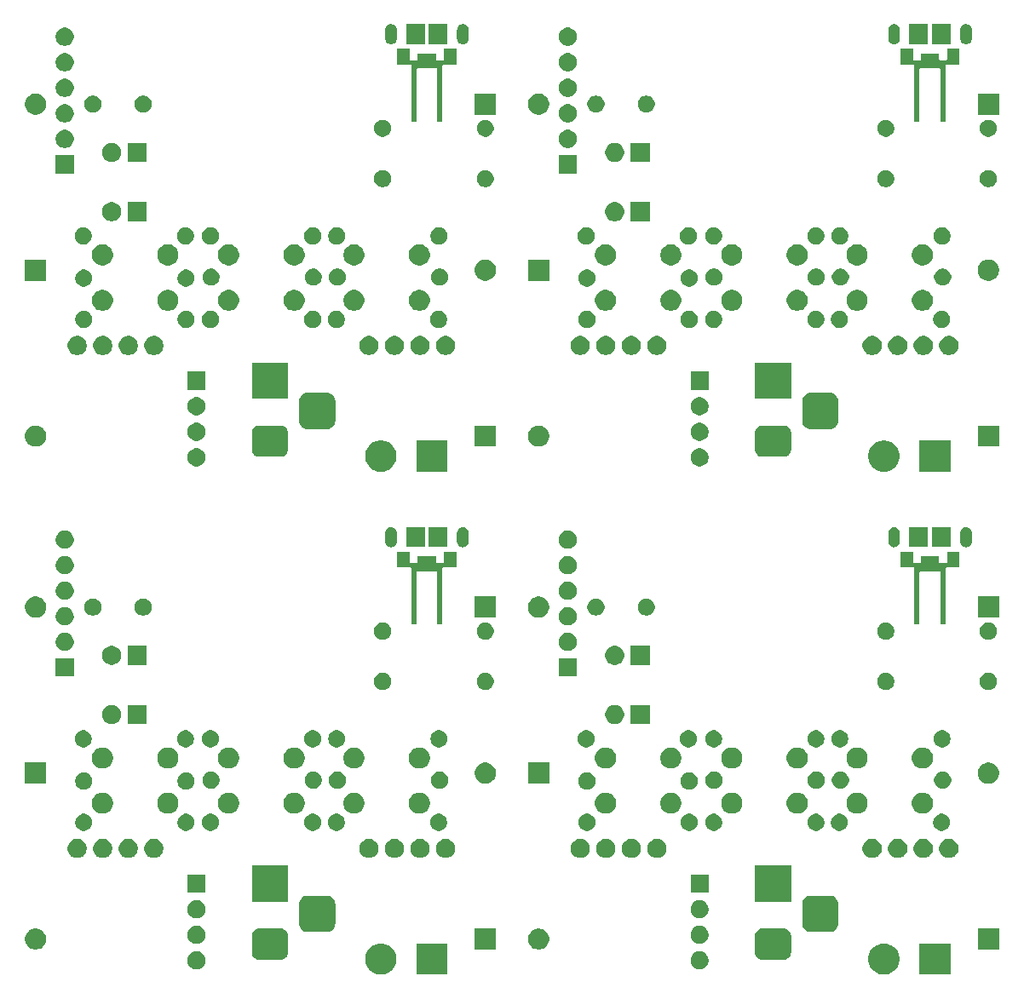
<source format=gbs>
G04 #@! TF.GenerationSoftware,KiCad,Pcbnew,(5.1.5)-3*
G04 #@! TF.CreationDate,2021-05-27T15:59:13+09:00*
G04 #@! TF.ProjectId,MyESP-WROOM-02(Mentsuke2x2),4d794553-502d-4575-924f-4f4d2d303228,rev?*
G04 #@! TF.SameCoordinates,Original*
G04 #@! TF.FileFunction,Soldermask,Bot*
G04 #@! TF.FilePolarity,Negative*
%FSLAX46Y46*%
G04 Gerber Fmt 4.6, Leading zero omitted, Abs format (unit mm)*
G04 Created by KiCad (PCBNEW (5.1.5)-3) date 2021-05-27 15:59:13*
%MOMM*%
%LPD*%
G04 APERTURE LIST*
%ADD10C,0.100000*%
G04 APERTURE END LIST*
D10*
G36*
X57222585Y-111978802D02*
G01*
X57372410Y-112008604D01*
X57654674Y-112125521D01*
X57908705Y-112295259D01*
X58124741Y-112511295D01*
X58294479Y-112765326D01*
X58411396Y-113047590D01*
X58471000Y-113347240D01*
X58471000Y-113652760D01*
X58411396Y-113952410D01*
X58294479Y-114234674D01*
X58124741Y-114488705D01*
X57908705Y-114704741D01*
X57654674Y-114874479D01*
X57372410Y-114991396D01*
X57222585Y-115021198D01*
X57072761Y-115051000D01*
X56767239Y-115051000D01*
X56617415Y-115021198D01*
X56467590Y-114991396D01*
X56185326Y-114874479D01*
X55931295Y-114704741D01*
X55715259Y-114488705D01*
X55545521Y-114234674D01*
X55428604Y-113952410D01*
X55369000Y-113652760D01*
X55369000Y-113347240D01*
X55428604Y-113047590D01*
X55545521Y-112765326D01*
X55715259Y-112511295D01*
X55931295Y-112295259D01*
X56185326Y-112125521D01*
X56467590Y-112008604D01*
X56617415Y-111978802D01*
X56767239Y-111949000D01*
X57072761Y-111949000D01*
X57222585Y-111978802D01*
G37*
G36*
X63551000Y-115051000D02*
G01*
X60449000Y-115051000D01*
X60449000Y-111949000D01*
X63551000Y-111949000D01*
X63551000Y-115051000D01*
G37*
G36*
X113551000Y-115051000D02*
G01*
X110449000Y-115051000D01*
X110449000Y-111949000D01*
X113551000Y-111949000D01*
X113551000Y-115051000D01*
G37*
G36*
X107222585Y-111978802D02*
G01*
X107372410Y-112008604D01*
X107654674Y-112125521D01*
X107908705Y-112295259D01*
X108124741Y-112511295D01*
X108294479Y-112765326D01*
X108411396Y-113047590D01*
X108471000Y-113347240D01*
X108471000Y-113652760D01*
X108411396Y-113952410D01*
X108294479Y-114234674D01*
X108124741Y-114488705D01*
X107908705Y-114704741D01*
X107654674Y-114874479D01*
X107372410Y-114991396D01*
X107222585Y-115021198D01*
X107072761Y-115051000D01*
X106767239Y-115051000D01*
X106617415Y-115021198D01*
X106467590Y-114991396D01*
X106185326Y-114874479D01*
X105931295Y-114704741D01*
X105715259Y-114488705D01*
X105545521Y-114234674D01*
X105428604Y-113952410D01*
X105369000Y-113652760D01*
X105369000Y-113347240D01*
X105428604Y-113047590D01*
X105545521Y-112765326D01*
X105715259Y-112511295D01*
X105931295Y-112295259D01*
X106185326Y-112125521D01*
X106467590Y-112008604D01*
X106617415Y-111978802D01*
X106767239Y-111949000D01*
X107072761Y-111949000D01*
X107222585Y-111978802D01*
G37*
G36*
X88713512Y-112723927D02*
G01*
X88862812Y-112753624D01*
X89026784Y-112821544D01*
X89174354Y-112920147D01*
X89299853Y-113045646D01*
X89398456Y-113193216D01*
X89466376Y-113357188D01*
X89501000Y-113531259D01*
X89501000Y-113708741D01*
X89466376Y-113882812D01*
X89398456Y-114046784D01*
X89299853Y-114194354D01*
X89174354Y-114319853D01*
X89026784Y-114418456D01*
X88862812Y-114486376D01*
X88713512Y-114516073D01*
X88688742Y-114521000D01*
X88511258Y-114521000D01*
X88486488Y-114516073D01*
X88337188Y-114486376D01*
X88173216Y-114418456D01*
X88025646Y-114319853D01*
X87900147Y-114194354D01*
X87801544Y-114046784D01*
X87733624Y-113882812D01*
X87699000Y-113708741D01*
X87699000Y-113531259D01*
X87733624Y-113357188D01*
X87801544Y-113193216D01*
X87900147Y-113045646D01*
X88025646Y-112920147D01*
X88173216Y-112821544D01*
X88337188Y-112753624D01*
X88486488Y-112723927D01*
X88511258Y-112719000D01*
X88688742Y-112719000D01*
X88713512Y-112723927D01*
G37*
G36*
X38713512Y-112723927D02*
G01*
X38862812Y-112753624D01*
X39026784Y-112821544D01*
X39174354Y-112920147D01*
X39299853Y-113045646D01*
X39398456Y-113193216D01*
X39466376Y-113357188D01*
X39501000Y-113531259D01*
X39501000Y-113708741D01*
X39466376Y-113882812D01*
X39398456Y-114046784D01*
X39299853Y-114194354D01*
X39174354Y-114319853D01*
X39026784Y-114418456D01*
X38862812Y-114486376D01*
X38713512Y-114516073D01*
X38688742Y-114521000D01*
X38511258Y-114521000D01*
X38486488Y-114516073D01*
X38337188Y-114486376D01*
X38173216Y-114418456D01*
X38025646Y-114319853D01*
X37900147Y-114194354D01*
X37801544Y-114046784D01*
X37733624Y-113882812D01*
X37699000Y-113708741D01*
X37699000Y-113531259D01*
X37733624Y-113357188D01*
X37801544Y-113193216D01*
X37900147Y-113045646D01*
X38025646Y-112920147D01*
X38173216Y-112821544D01*
X38337188Y-112753624D01*
X38486488Y-112723927D01*
X38511258Y-112719000D01*
X38688742Y-112719000D01*
X38713512Y-112723927D01*
G37*
G36*
X47126979Y-110463293D02*
G01*
X47260625Y-110503834D01*
X47383784Y-110569664D01*
X47491740Y-110658260D01*
X47580336Y-110766216D01*
X47646166Y-110889375D01*
X47686707Y-111023021D01*
X47701000Y-111168140D01*
X47701000Y-112831860D01*
X47686707Y-112976979D01*
X47646166Y-113110625D01*
X47580336Y-113233784D01*
X47491740Y-113341740D01*
X47383784Y-113430336D01*
X47260625Y-113496166D01*
X47126979Y-113536707D01*
X46981860Y-113551000D01*
X44818140Y-113551000D01*
X44673021Y-113536707D01*
X44539375Y-113496166D01*
X44416216Y-113430336D01*
X44308260Y-113341740D01*
X44219664Y-113233784D01*
X44153834Y-113110625D01*
X44113293Y-112976979D01*
X44099000Y-112831860D01*
X44099000Y-111168140D01*
X44113293Y-111023021D01*
X44153834Y-110889375D01*
X44219664Y-110766216D01*
X44308260Y-110658260D01*
X44416216Y-110569664D01*
X44539375Y-110503834D01*
X44673021Y-110463293D01*
X44818140Y-110449000D01*
X46981860Y-110449000D01*
X47126979Y-110463293D01*
G37*
G36*
X97126979Y-110463293D02*
G01*
X97260625Y-110503834D01*
X97383784Y-110569664D01*
X97491740Y-110658260D01*
X97580336Y-110766216D01*
X97646166Y-110889375D01*
X97686707Y-111023021D01*
X97701000Y-111168140D01*
X97701000Y-112831860D01*
X97686707Y-112976979D01*
X97646166Y-113110625D01*
X97580336Y-113233784D01*
X97491740Y-113341740D01*
X97383784Y-113430336D01*
X97260625Y-113496166D01*
X97126979Y-113536707D01*
X96981860Y-113551000D01*
X94818140Y-113551000D01*
X94673021Y-113536707D01*
X94539375Y-113496166D01*
X94416216Y-113430336D01*
X94308260Y-113341740D01*
X94219664Y-113233784D01*
X94153834Y-113110625D01*
X94113293Y-112976979D01*
X94099000Y-112831860D01*
X94099000Y-111168140D01*
X94113293Y-111023021D01*
X94153834Y-110889375D01*
X94219664Y-110766216D01*
X94308260Y-110658260D01*
X94416216Y-110569664D01*
X94539375Y-110503834D01*
X94673021Y-110463293D01*
X94818140Y-110449000D01*
X96981860Y-110449000D01*
X97126979Y-110463293D01*
G37*
G36*
X118351000Y-112551000D02*
G01*
X116249000Y-112551000D01*
X116249000Y-110449000D01*
X118351000Y-110449000D01*
X118351000Y-112551000D01*
G37*
G36*
X72906564Y-110489389D02*
G01*
X73065272Y-110555128D01*
X73097835Y-110568616D01*
X73218494Y-110649238D01*
X73269973Y-110683635D01*
X73416365Y-110830027D01*
X73531385Y-111002167D01*
X73610611Y-111193436D01*
X73651000Y-111396484D01*
X73651000Y-111603516D01*
X73610611Y-111806564D01*
X73552699Y-111946376D01*
X73531384Y-111997835D01*
X73416365Y-112169973D01*
X73269973Y-112316365D01*
X73097835Y-112431384D01*
X73097834Y-112431385D01*
X73097833Y-112431385D01*
X72906564Y-112510611D01*
X72703516Y-112551000D01*
X72496484Y-112551000D01*
X72293436Y-112510611D01*
X72102167Y-112431385D01*
X72102166Y-112431385D01*
X72102165Y-112431384D01*
X71930027Y-112316365D01*
X71783635Y-112169973D01*
X71668616Y-111997835D01*
X71647301Y-111946376D01*
X71589389Y-111806564D01*
X71549000Y-111603516D01*
X71549000Y-111396484D01*
X71589389Y-111193436D01*
X71668615Y-111002167D01*
X71783635Y-110830027D01*
X71930027Y-110683635D01*
X71981506Y-110649238D01*
X72102165Y-110568616D01*
X72134728Y-110555128D01*
X72293436Y-110489389D01*
X72496484Y-110449000D01*
X72703516Y-110449000D01*
X72906564Y-110489389D01*
G37*
G36*
X22906564Y-110489389D02*
G01*
X23065272Y-110555128D01*
X23097835Y-110568616D01*
X23218494Y-110649238D01*
X23269973Y-110683635D01*
X23416365Y-110830027D01*
X23531385Y-111002167D01*
X23610611Y-111193436D01*
X23651000Y-111396484D01*
X23651000Y-111603516D01*
X23610611Y-111806564D01*
X23552699Y-111946376D01*
X23531384Y-111997835D01*
X23416365Y-112169973D01*
X23269973Y-112316365D01*
X23097835Y-112431384D01*
X23097834Y-112431385D01*
X23097833Y-112431385D01*
X22906564Y-112510611D01*
X22703516Y-112551000D01*
X22496484Y-112551000D01*
X22293436Y-112510611D01*
X22102167Y-112431385D01*
X22102166Y-112431385D01*
X22102165Y-112431384D01*
X21930027Y-112316365D01*
X21783635Y-112169973D01*
X21668616Y-111997835D01*
X21647301Y-111946376D01*
X21589389Y-111806564D01*
X21549000Y-111603516D01*
X21549000Y-111396484D01*
X21589389Y-111193436D01*
X21668615Y-111002167D01*
X21783635Y-110830027D01*
X21930027Y-110683635D01*
X21981506Y-110649238D01*
X22102165Y-110568616D01*
X22134728Y-110555128D01*
X22293436Y-110489389D01*
X22496484Y-110449000D01*
X22703516Y-110449000D01*
X22906564Y-110489389D01*
G37*
G36*
X68351000Y-112551000D02*
G01*
X66249000Y-112551000D01*
X66249000Y-110449000D01*
X68351000Y-110449000D01*
X68351000Y-112551000D01*
G37*
G36*
X88713512Y-110183927D02*
G01*
X88862812Y-110213624D01*
X89026784Y-110281544D01*
X89174354Y-110380147D01*
X89299853Y-110505646D01*
X89398456Y-110653216D01*
X89466376Y-110817188D01*
X89501000Y-110991259D01*
X89501000Y-111168741D01*
X89466376Y-111342812D01*
X89398456Y-111506784D01*
X89299853Y-111654354D01*
X89174354Y-111779853D01*
X89026784Y-111878456D01*
X88862812Y-111946376D01*
X88713512Y-111976073D01*
X88688742Y-111981000D01*
X88511258Y-111981000D01*
X88486488Y-111976073D01*
X88337188Y-111946376D01*
X88173216Y-111878456D01*
X88025646Y-111779853D01*
X87900147Y-111654354D01*
X87801544Y-111506784D01*
X87733624Y-111342812D01*
X87699000Y-111168741D01*
X87699000Y-110991259D01*
X87733624Y-110817188D01*
X87801544Y-110653216D01*
X87900147Y-110505646D01*
X88025646Y-110380147D01*
X88173216Y-110281544D01*
X88337188Y-110213624D01*
X88486488Y-110183927D01*
X88511258Y-110179000D01*
X88688742Y-110179000D01*
X88713512Y-110183927D01*
G37*
G36*
X38713512Y-110183927D02*
G01*
X38862812Y-110213624D01*
X39026784Y-110281544D01*
X39174354Y-110380147D01*
X39299853Y-110505646D01*
X39398456Y-110653216D01*
X39466376Y-110817188D01*
X39501000Y-110991259D01*
X39501000Y-111168741D01*
X39466376Y-111342812D01*
X39398456Y-111506784D01*
X39299853Y-111654354D01*
X39174354Y-111779853D01*
X39026784Y-111878456D01*
X38862812Y-111946376D01*
X38713512Y-111976073D01*
X38688742Y-111981000D01*
X38511258Y-111981000D01*
X38486488Y-111976073D01*
X38337188Y-111946376D01*
X38173216Y-111878456D01*
X38025646Y-111779853D01*
X37900147Y-111654354D01*
X37801544Y-111506784D01*
X37733624Y-111342812D01*
X37699000Y-111168741D01*
X37699000Y-110991259D01*
X37733624Y-110817188D01*
X37801544Y-110653216D01*
X37900147Y-110505646D01*
X38025646Y-110380147D01*
X38173216Y-110281544D01*
X38337188Y-110213624D01*
X38486488Y-110183927D01*
X38511258Y-110179000D01*
X38688742Y-110179000D01*
X38713512Y-110183927D01*
G37*
G36*
X101726366Y-107215695D02*
G01*
X101883460Y-107263349D01*
X102028231Y-107340731D01*
X102155128Y-107444872D01*
X102259269Y-107571769D01*
X102336651Y-107716540D01*
X102384305Y-107873634D01*
X102401000Y-108043140D01*
X102401000Y-109956860D01*
X102384305Y-110126366D01*
X102336651Y-110283460D01*
X102259269Y-110428231D01*
X102155128Y-110555128D01*
X102028231Y-110659269D01*
X101883460Y-110736651D01*
X101726366Y-110784305D01*
X101556860Y-110801000D01*
X99643140Y-110801000D01*
X99473634Y-110784305D01*
X99316540Y-110736651D01*
X99171769Y-110659269D01*
X99044872Y-110555128D01*
X98940731Y-110428231D01*
X98863349Y-110283460D01*
X98815695Y-110126366D01*
X98799000Y-109956860D01*
X98799000Y-108043140D01*
X98815695Y-107873634D01*
X98863349Y-107716540D01*
X98940731Y-107571769D01*
X99044872Y-107444872D01*
X99171769Y-107340731D01*
X99316540Y-107263349D01*
X99473634Y-107215695D01*
X99643140Y-107199000D01*
X101556860Y-107199000D01*
X101726366Y-107215695D01*
G37*
G36*
X51726366Y-107215695D02*
G01*
X51883460Y-107263349D01*
X52028231Y-107340731D01*
X52155128Y-107444872D01*
X52259269Y-107571769D01*
X52336651Y-107716540D01*
X52384305Y-107873634D01*
X52401000Y-108043140D01*
X52401000Y-109956860D01*
X52384305Y-110126366D01*
X52336651Y-110283460D01*
X52259269Y-110428231D01*
X52155128Y-110555128D01*
X52028231Y-110659269D01*
X51883460Y-110736651D01*
X51726366Y-110784305D01*
X51556860Y-110801000D01*
X49643140Y-110801000D01*
X49473634Y-110784305D01*
X49316540Y-110736651D01*
X49171769Y-110659269D01*
X49044872Y-110555128D01*
X48940731Y-110428231D01*
X48863349Y-110283460D01*
X48815695Y-110126366D01*
X48799000Y-109956860D01*
X48799000Y-108043140D01*
X48815695Y-107873634D01*
X48863349Y-107716540D01*
X48940731Y-107571769D01*
X49044872Y-107444872D01*
X49171769Y-107340731D01*
X49316540Y-107263349D01*
X49473634Y-107215695D01*
X49643140Y-107199000D01*
X51556860Y-107199000D01*
X51726366Y-107215695D01*
G37*
G36*
X88713512Y-107643927D02*
G01*
X88862812Y-107673624D01*
X89026784Y-107741544D01*
X89174354Y-107840147D01*
X89299853Y-107965646D01*
X89398456Y-108113216D01*
X89466376Y-108277188D01*
X89501000Y-108451259D01*
X89501000Y-108628741D01*
X89466376Y-108802812D01*
X89398456Y-108966784D01*
X89299853Y-109114354D01*
X89174354Y-109239853D01*
X89026784Y-109338456D01*
X88862812Y-109406376D01*
X88713512Y-109436073D01*
X88688742Y-109441000D01*
X88511258Y-109441000D01*
X88486488Y-109436073D01*
X88337188Y-109406376D01*
X88173216Y-109338456D01*
X88025646Y-109239853D01*
X87900147Y-109114354D01*
X87801544Y-108966784D01*
X87733624Y-108802812D01*
X87699000Y-108628741D01*
X87699000Y-108451259D01*
X87733624Y-108277188D01*
X87801544Y-108113216D01*
X87900147Y-107965646D01*
X88025646Y-107840147D01*
X88173216Y-107741544D01*
X88337188Y-107673624D01*
X88486488Y-107643927D01*
X88511258Y-107639000D01*
X88688742Y-107639000D01*
X88713512Y-107643927D01*
G37*
G36*
X38713512Y-107643927D02*
G01*
X38862812Y-107673624D01*
X39026784Y-107741544D01*
X39174354Y-107840147D01*
X39299853Y-107965646D01*
X39398456Y-108113216D01*
X39466376Y-108277188D01*
X39501000Y-108451259D01*
X39501000Y-108628741D01*
X39466376Y-108802812D01*
X39398456Y-108966784D01*
X39299853Y-109114354D01*
X39174354Y-109239853D01*
X39026784Y-109338456D01*
X38862812Y-109406376D01*
X38713512Y-109436073D01*
X38688742Y-109441000D01*
X38511258Y-109441000D01*
X38486488Y-109436073D01*
X38337188Y-109406376D01*
X38173216Y-109338456D01*
X38025646Y-109239853D01*
X37900147Y-109114354D01*
X37801544Y-108966784D01*
X37733624Y-108802812D01*
X37699000Y-108628741D01*
X37699000Y-108451259D01*
X37733624Y-108277188D01*
X37801544Y-108113216D01*
X37900147Y-107965646D01*
X38025646Y-107840147D01*
X38173216Y-107741544D01*
X38337188Y-107673624D01*
X38486488Y-107643927D01*
X38511258Y-107639000D01*
X38688742Y-107639000D01*
X38713512Y-107643927D01*
G37*
G36*
X97701000Y-107801000D02*
G01*
X94099000Y-107801000D01*
X94099000Y-104199000D01*
X97701000Y-104199000D01*
X97701000Y-107801000D01*
G37*
G36*
X47701000Y-107801000D02*
G01*
X44099000Y-107801000D01*
X44099000Y-104199000D01*
X47701000Y-104199000D01*
X47701000Y-107801000D01*
G37*
G36*
X39501000Y-106901000D02*
G01*
X37699000Y-106901000D01*
X37699000Y-105099000D01*
X39501000Y-105099000D01*
X39501000Y-106901000D01*
G37*
G36*
X89501000Y-106901000D02*
G01*
X87699000Y-106901000D01*
X87699000Y-105099000D01*
X89501000Y-105099000D01*
X89501000Y-106901000D01*
G37*
G36*
X32107395Y-101585546D02*
G01*
X32280466Y-101657234D01*
X32280467Y-101657235D01*
X32436227Y-101761310D01*
X32568690Y-101893773D01*
X32568691Y-101893775D01*
X32672766Y-102049534D01*
X32744454Y-102222605D01*
X32781000Y-102406333D01*
X32781000Y-102593667D01*
X32744454Y-102777395D01*
X32672766Y-102950466D01*
X32672765Y-102950467D01*
X32568690Y-103106227D01*
X32436227Y-103238690D01*
X32357818Y-103291081D01*
X32280466Y-103342766D01*
X32107395Y-103414454D01*
X31923667Y-103451000D01*
X31736333Y-103451000D01*
X31552605Y-103414454D01*
X31379534Y-103342766D01*
X31302182Y-103291081D01*
X31223773Y-103238690D01*
X31091310Y-103106227D01*
X30987235Y-102950467D01*
X30987234Y-102950466D01*
X30915546Y-102777395D01*
X30879000Y-102593667D01*
X30879000Y-102406333D01*
X30915546Y-102222605D01*
X30987234Y-102049534D01*
X31091309Y-101893775D01*
X31091310Y-101893773D01*
X31223773Y-101761310D01*
X31379533Y-101657235D01*
X31379534Y-101657234D01*
X31552605Y-101585546D01*
X31736333Y-101549000D01*
X31923667Y-101549000D01*
X32107395Y-101585546D01*
G37*
G36*
X84647395Y-101585546D02*
G01*
X84820466Y-101657234D01*
X84820467Y-101657235D01*
X84976227Y-101761310D01*
X85108690Y-101893773D01*
X85108691Y-101893775D01*
X85212766Y-102049534D01*
X85284454Y-102222605D01*
X85321000Y-102406333D01*
X85321000Y-102593667D01*
X85284454Y-102777395D01*
X85212766Y-102950466D01*
X85212765Y-102950467D01*
X85108690Y-103106227D01*
X84976227Y-103238690D01*
X84897818Y-103291081D01*
X84820466Y-103342766D01*
X84647395Y-103414454D01*
X84463667Y-103451000D01*
X84276333Y-103451000D01*
X84092605Y-103414454D01*
X83919534Y-103342766D01*
X83842182Y-103291081D01*
X83763773Y-103238690D01*
X83631310Y-103106227D01*
X83527235Y-102950467D01*
X83527234Y-102950466D01*
X83455546Y-102777395D01*
X83419000Y-102593667D01*
X83419000Y-102406333D01*
X83455546Y-102222605D01*
X83527234Y-102049534D01*
X83631309Y-101893775D01*
X83631310Y-101893773D01*
X83763773Y-101761310D01*
X83919533Y-101657235D01*
X83919534Y-101657234D01*
X84092605Y-101585546D01*
X84276333Y-101549000D01*
X84463667Y-101549000D01*
X84647395Y-101585546D01*
G37*
G36*
X82107395Y-101585546D02*
G01*
X82280466Y-101657234D01*
X82280467Y-101657235D01*
X82436227Y-101761310D01*
X82568690Y-101893773D01*
X82568691Y-101893775D01*
X82672766Y-102049534D01*
X82744454Y-102222605D01*
X82781000Y-102406333D01*
X82781000Y-102593667D01*
X82744454Y-102777395D01*
X82672766Y-102950466D01*
X82672765Y-102950467D01*
X82568690Y-103106227D01*
X82436227Y-103238690D01*
X82357818Y-103291081D01*
X82280466Y-103342766D01*
X82107395Y-103414454D01*
X81923667Y-103451000D01*
X81736333Y-103451000D01*
X81552605Y-103414454D01*
X81379534Y-103342766D01*
X81302182Y-103291081D01*
X81223773Y-103238690D01*
X81091310Y-103106227D01*
X80987235Y-102950467D01*
X80987234Y-102950466D01*
X80915546Y-102777395D01*
X80879000Y-102593667D01*
X80879000Y-102406333D01*
X80915546Y-102222605D01*
X80987234Y-102049534D01*
X81091309Y-101893775D01*
X81091310Y-101893773D01*
X81223773Y-101761310D01*
X81379533Y-101657235D01*
X81379534Y-101657234D01*
X81552605Y-101585546D01*
X81736333Y-101549000D01*
X81923667Y-101549000D01*
X82107395Y-101585546D01*
G37*
G36*
X79567395Y-101585546D02*
G01*
X79740466Y-101657234D01*
X79740467Y-101657235D01*
X79896227Y-101761310D01*
X80028690Y-101893773D01*
X80028691Y-101893775D01*
X80132766Y-102049534D01*
X80204454Y-102222605D01*
X80241000Y-102406333D01*
X80241000Y-102593667D01*
X80204454Y-102777395D01*
X80132766Y-102950466D01*
X80132765Y-102950467D01*
X80028690Y-103106227D01*
X79896227Y-103238690D01*
X79817818Y-103291081D01*
X79740466Y-103342766D01*
X79567395Y-103414454D01*
X79383667Y-103451000D01*
X79196333Y-103451000D01*
X79012605Y-103414454D01*
X78839534Y-103342766D01*
X78762182Y-103291081D01*
X78683773Y-103238690D01*
X78551310Y-103106227D01*
X78447235Y-102950467D01*
X78447234Y-102950466D01*
X78375546Y-102777395D01*
X78339000Y-102593667D01*
X78339000Y-102406333D01*
X78375546Y-102222605D01*
X78447234Y-102049534D01*
X78551309Y-101893775D01*
X78551310Y-101893773D01*
X78683773Y-101761310D01*
X78839533Y-101657235D01*
X78839534Y-101657234D01*
X79012605Y-101585546D01*
X79196333Y-101549000D01*
X79383667Y-101549000D01*
X79567395Y-101585546D01*
G37*
G36*
X113647395Y-101585546D02*
G01*
X113820466Y-101657234D01*
X113820467Y-101657235D01*
X113976227Y-101761310D01*
X114108690Y-101893773D01*
X114108691Y-101893775D01*
X114212766Y-102049534D01*
X114284454Y-102222605D01*
X114321000Y-102406333D01*
X114321000Y-102593667D01*
X114284454Y-102777395D01*
X114212766Y-102950466D01*
X114212765Y-102950467D01*
X114108690Y-103106227D01*
X113976227Y-103238690D01*
X113897818Y-103291081D01*
X113820466Y-103342766D01*
X113647395Y-103414454D01*
X113463667Y-103451000D01*
X113276333Y-103451000D01*
X113092605Y-103414454D01*
X112919534Y-103342766D01*
X112842182Y-103291081D01*
X112763773Y-103238690D01*
X112631310Y-103106227D01*
X112527235Y-102950467D01*
X112527234Y-102950466D01*
X112455546Y-102777395D01*
X112419000Y-102593667D01*
X112419000Y-102406333D01*
X112455546Y-102222605D01*
X112527234Y-102049534D01*
X112631309Y-101893775D01*
X112631310Y-101893773D01*
X112763773Y-101761310D01*
X112919533Y-101657235D01*
X112919534Y-101657234D01*
X113092605Y-101585546D01*
X113276333Y-101549000D01*
X113463667Y-101549000D01*
X113647395Y-101585546D01*
G37*
G36*
X111107395Y-101585546D02*
G01*
X111280466Y-101657234D01*
X111280467Y-101657235D01*
X111436227Y-101761310D01*
X111568690Y-101893773D01*
X111568691Y-101893775D01*
X111672766Y-102049534D01*
X111744454Y-102222605D01*
X111781000Y-102406333D01*
X111781000Y-102593667D01*
X111744454Y-102777395D01*
X111672766Y-102950466D01*
X111672765Y-102950467D01*
X111568690Y-103106227D01*
X111436227Y-103238690D01*
X111357818Y-103291081D01*
X111280466Y-103342766D01*
X111107395Y-103414454D01*
X110923667Y-103451000D01*
X110736333Y-103451000D01*
X110552605Y-103414454D01*
X110379534Y-103342766D01*
X110302182Y-103291081D01*
X110223773Y-103238690D01*
X110091310Y-103106227D01*
X109987235Y-102950467D01*
X109987234Y-102950466D01*
X109915546Y-102777395D01*
X109879000Y-102593667D01*
X109879000Y-102406333D01*
X109915546Y-102222605D01*
X109987234Y-102049534D01*
X110091309Y-101893775D01*
X110091310Y-101893773D01*
X110223773Y-101761310D01*
X110379533Y-101657235D01*
X110379534Y-101657234D01*
X110552605Y-101585546D01*
X110736333Y-101549000D01*
X110923667Y-101549000D01*
X111107395Y-101585546D01*
G37*
G36*
X108567395Y-101585546D02*
G01*
X108740466Y-101657234D01*
X108740467Y-101657235D01*
X108896227Y-101761310D01*
X109028690Y-101893773D01*
X109028691Y-101893775D01*
X109132766Y-102049534D01*
X109204454Y-102222605D01*
X109241000Y-102406333D01*
X109241000Y-102593667D01*
X109204454Y-102777395D01*
X109132766Y-102950466D01*
X109132765Y-102950467D01*
X109028690Y-103106227D01*
X108896227Y-103238690D01*
X108817818Y-103291081D01*
X108740466Y-103342766D01*
X108567395Y-103414454D01*
X108383667Y-103451000D01*
X108196333Y-103451000D01*
X108012605Y-103414454D01*
X107839534Y-103342766D01*
X107762182Y-103291081D01*
X107683773Y-103238690D01*
X107551310Y-103106227D01*
X107447235Y-102950467D01*
X107447234Y-102950466D01*
X107375546Y-102777395D01*
X107339000Y-102593667D01*
X107339000Y-102406333D01*
X107375546Y-102222605D01*
X107447234Y-102049534D01*
X107551309Y-101893775D01*
X107551310Y-101893773D01*
X107683773Y-101761310D01*
X107839533Y-101657235D01*
X107839534Y-101657234D01*
X108012605Y-101585546D01*
X108196333Y-101549000D01*
X108383667Y-101549000D01*
X108567395Y-101585546D01*
G37*
G36*
X106027395Y-101585546D02*
G01*
X106200466Y-101657234D01*
X106200467Y-101657235D01*
X106356227Y-101761310D01*
X106488690Y-101893773D01*
X106488691Y-101893775D01*
X106592766Y-102049534D01*
X106664454Y-102222605D01*
X106701000Y-102406333D01*
X106701000Y-102593667D01*
X106664454Y-102777395D01*
X106592766Y-102950466D01*
X106592765Y-102950467D01*
X106488690Y-103106227D01*
X106356227Y-103238690D01*
X106277818Y-103291081D01*
X106200466Y-103342766D01*
X106027395Y-103414454D01*
X105843667Y-103451000D01*
X105656333Y-103451000D01*
X105472605Y-103414454D01*
X105299534Y-103342766D01*
X105222182Y-103291081D01*
X105143773Y-103238690D01*
X105011310Y-103106227D01*
X104907235Y-102950467D01*
X104907234Y-102950466D01*
X104835546Y-102777395D01*
X104799000Y-102593667D01*
X104799000Y-102406333D01*
X104835546Y-102222605D01*
X104907234Y-102049534D01*
X105011309Y-101893775D01*
X105011310Y-101893773D01*
X105143773Y-101761310D01*
X105299533Y-101657235D01*
X105299534Y-101657234D01*
X105472605Y-101585546D01*
X105656333Y-101549000D01*
X105843667Y-101549000D01*
X106027395Y-101585546D01*
G37*
G36*
X77027395Y-101585546D02*
G01*
X77200466Y-101657234D01*
X77200467Y-101657235D01*
X77356227Y-101761310D01*
X77488690Y-101893773D01*
X77488691Y-101893775D01*
X77592766Y-102049534D01*
X77664454Y-102222605D01*
X77701000Y-102406333D01*
X77701000Y-102593667D01*
X77664454Y-102777395D01*
X77592766Y-102950466D01*
X77592765Y-102950467D01*
X77488690Y-103106227D01*
X77356227Y-103238690D01*
X77277818Y-103291081D01*
X77200466Y-103342766D01*
X77027395Y-103414454D01*
X76843667Y-103451000D01*
X76656333Y-103451000D01*
X76472605Y-103414454D01*
X76299534Y-103342766D01*
X76222182Y-103291081D01*
X76143773Y-103238690D01*
X76011310Y-103106227D01*
X75907235Y-102950467D01*
X75907234Y-102950466D01*
X75835546Y-102777395D01*
X75799000Y-102593667D01*
X75799000Y-102406333D01*
X75835546Y-102222605D01*
X75907234Y-102049534D01*
X76011309Y-101893775D01*
X76011310Y-101893773D01*
X76143773Y-101761310D01*
X76299533Y-101657235D01*
X76299534Y-101657234D01*
X76472605Y-101585546D01*
X76656333Y-101549000D01*
X76843667Y-101549000D01*
X77027395Y-101585546D01*
G37*
G36*
X34647395Y-101585546D02*
G01*
X34820466Y-101657234D01*
X34820467Y-101657235D01*
X34976227Y-101761310D01*
X35108690Y-101893773D01*
X35108691Y-101893775D01*
X35212766Y-102049534D01*
X35284454Y-102222605D01*
X35321000Y-102406333D01*
X35321000Y-102593667D01*
X35284454Y-102777395D01*
X35212766Y-102950466D01*
X35212765Y-102950467D01*
X35108690Y-103106227D01*
X34976227Y-103238690D01*
X34897818Y-103291081D01*
X34820466Y-103342766D01*
X34647395Y-103414454D01*
X34463667Y-103451000D01*
X34276333Y-103451000D01*
X34092605Y-103414454D01*
X33919534Y-103342766D01*
X33842182Y-103291081D01*
X33763773Y-103238690D01*
X33631310Y-103106227D01*
X33527235Y-102950467D01*
X33527234Y-102950466D01*
X33455546Y-102777395D01*
X33419000Y-102593667D01*
X33419000Y-102406333D01*
X33455546Y-102222605D01*
X33527234Y-102049534D01*
X33631309Y-101893775D01*
X33631310Y-101893773D01*
X33763773Y-101761310D01*
X33919533Y-101657235D01*
X33919534Y-101657234D01*
X34092605Y-101585546D01*
X34276333Y-101549000D01*
X34463667Y-101549000D01*
X34647395Y-101585546D01*
G37*
G36*
X58567395Y-101585546D02*
G01*
X58740466Y-101657234D01*
X58740467Y-101657235D01*
X58896227Y-101761310D01*
X59028690Y-101893773D01*
X59028691Y-101893775D01*
X59132766Y-102049534D01*
X59204454Y-102222605D01*
X59241000Y-102406333D01*
X59241000Y-102593667D01*
X59204454Y-102777395D01*
X59132766Y-102950466D01*
X59132765Y-102950467D01*
X59028690Y-103106227D01*
X58896227Y-103238690D01*
X58817818Y-103291081D01*
X58740466Y-103342766D01*
X58567395Y-103414454D01*
X58383667Y-103451000D01*
X58196333Y-103451000D01*
X58012605Y-103414454D01*
X57839534Y-103342766D01*
X57762182Y-103291081D01*
X57683773Y-103238690D01*
X57551310Y-103106227D01*
X57447235Y-102950467D01*
X57447234Y-102950466D01*
X57375546Y-102777395D01*
X57339000Y-102593667D01*
X57339000Y-102406333D01*
X57375546Y-102222605D01*
X57447234Y-102049534D01*
X57551309Y-101893775D01*
X57551310Y-101893773D01*
X57683773Y-101761310D01*
X57839533Y-101657235D01*
X57839534Y-101657234D01*
X58012605Y-101585546D01*
X58196333Y-101549000D01*
X58383667Y-101549000D01*
X58567395Y-101585546D01*
G37*
G36*
X63647395Y-101585546D02*
G01*
X63820466Y-101657234D01*
X63820467Y-101657235D01*
X63976227Y-101761310D01*
X64108690Y-101893773D01*
X64108691Y-101893775D01*
X64212766Y-102049534D01*
X64284454Y-102222605D01*
X64321000Y-102406333D01*
X64321000Y-102593667D01*
X64284454Y-102777395D01*
X64212766Y-102950466D01*
X64212765Y-102950467D01*
X64108690Y-103106227D01*
X63976227Y-103238690D01*
X63897818Y-103291081D01*
X63820466Y-103342766D01*
X63647395Y-103414454D01*
X63463667Y-103451000D01*
X63276333Y-103451000D01*
X63092605Y-103414454D01*
X62919534Y-103342766D01*
X62842182Y-103291081D01*
X62763773Y-103238690D01*
X62631310Y-103106227D01*
X62527235Y-102950467D01*
X62527234Y-102950466D01*
X62455546Y-102777395D01*
X62419000Y-102593667D01*
X62419000Y-102406333D01*
X62455546Y-102222605D01*
X62527234Y-102049534D01*
X62631309Y-101893775D01*
X62631310Y-101893773D01*
X62763773Y-101761310D01*
X62919533Y-101657235D01*
X62919534Y-101657234D01*
X63092605Y-101585546D01*
X63276333Y-101549000D01*
X63463667Y-101549000D01*
X63647395Y-101585546D01*
G37*
G36*
X61107395Y-101585546D02*
G01*
X61280466Y-101657234D01*
X61280467Y-101657235D01*
X61436227Y-101761310D01*
X61568690Y-101893773D01*
X61568691Y-101893775D01*
X61672766Y-102049534D01*
X61744454Y-102222605D01*
X61781000Y-102406333D01*
X61781000Y-102593667D01*
X61744454Y-102777395D01*
X61672766Y-102950466D01*
X61672765Y-102950467D01*
X61568690Y-103106227D01*
X61436227Y-103238690D01*
X61357818Y-103291081D01*
X61280466Y-103342766D01*
X61107395Y-103414454D01*
X60923667Y-103451000D01*
X60736333Y-103451000D01*
X60552605Y-103414454D01*
X60379534Y-103342766D01*
X60302182Y-103291081D01*
X60223773Y-103238690D01*
X60091310Y-103106227D01*
X59987235Y-102950467D01*
X59987234Y-102950466D01*
X59915546Y-102777395D01*
X59879000Y-102593667D01*
X59879000Y-102406333D01*
X59915546Y-102222605D01*
X59987234Y-102049534D01*
X60091309Y-101893775D01*
X60091310Y-101893773D01*
X60223773Y-101761310D01*
X60379533Y-101657235D01*
X60379534Y-101657234D01*
X60552605Y-101585546D01*
X60736333Y-101549000D01*
X60923667Y-101549000D01*
X61107395Y-101585546D01*
G37*
G36*
X56027395Y-101585546D02*
G01*
X56200466Y-101657234D01*
X56200467Y-101657235D01*
X56356227Y-101761310D01*
X56488690Y-101893773D01*
X56488691Y-101893775D01*
X56592766Y-102049534D01*
X56664454Y-102222605D01*
X56701000Y-102406333D01*
X56701000Y-102593667D01*
X56664454Y-102777395D01*
X56592766Y-102950466D01*
X56592765Y-102950467D01*
X56488690Y-103106227D01*
X56356227Y-103238690D01*
X56277818Y-103291081D01*
X56200466Y-103342766D01*
X56027395Y-103414454D01*
X55843667Y-103451000D01*
X55656333Y-103451000D01*
X55472605Y-103414454D01*
X55299534Y-103342766D01*
X55222182Y-103291081D01*
X55143773Y-103238690D01*
X55011310Y-103106227D01*
X54907235Y-102950467D01*
X54907234Y-102950466D01*
X54835546Y-102777395D01*
X54799000Y-102593667D01*
X54799000Y-102406333D01*
X54835546Y-102222605D01*
X54907234Y-102049534D01*
X55011309Y-101893775D01*
X55011310Y-101893773D01*
X55143773Y-101761310D01*
X55299533Y-101657235D01*
X55299534Y-101657234D01*
X55472605Y-101585546D01*
X55656333Y-101549000D01*
X55843667Y-101549000D01*
X56027395Y-101585546D01*
G37*
G36*
X27027395Y-101585546D02*
G01*
X27200466Y-101657234D01*
X27200467Y-101657235D01*
X27356227Y-101761310D01*
X27488690Y-101893773D01*
X27488691Y-101893775D01*
X27592766Y-102049534D01*
X27664454Y-102222605D01*
X27701000Y-102406333D01*
X27701000Y-102593667D01*
X27664454Y-102777395D01*
X27592766Y-102950466D01*
X27592765Y-102950467D01*
X27488690Y-103106227D01*
X27356227Y-103238690D01*
X27277818Y-103291081D01*
X27200466Y-103342766D01*
X27027395Y-103414454D01*
X26843667Y-103451000D01*
X26656333Y-103451000D01*
X26472605Y-103414454D01*
X26299534Y-103342766D01*
X26222182Y-103291081D01*
X26143773Y-103238690D01*
X26011310Y-103106227D01*
X25907235Y-102950467D01*
X25907234Y-102950466D01*
X25835546Y-102777395D01*
X25799000Y-102593667D01*
X25799000Y-102406333D01*
X25835546Y-102222605D01*
X25907234Y-102049534D01*
X26011309Y-101893775D01*
X26011310Y-101893773D01*
X26143773Y-101761310D01*
X26299533Y-101657235D01*
X26299534Y-101657234D01*
X26472605Y-101585546D01*
X26656333Y-101549000D01*
X26843667Y-101549000D01*
X27027395Y-101585546D01*
G37*
G36*
X29567395Y-101585546D02*
G01*
X29740466Y-101657234D01*
X29740467Y-101657235D01*
X29896227Y-101761310D01*
X30028690Y-101893773D01*
X30028691Y-101893775D01*
X30132766Y-102049534D01*
X30204454Y-102222605D01*
X30241000Y-102406333D01*
X30241000Y-102593667D01*
X30204454Y-102777395D01*
X30132766Y-102950466D01*
X30132765Y-102950467D01*
X30028690Y-103106227D01*
X29896227Y-103238690D01*
X29817818Y-103291081D01*
X29740466Y-103342766D01*
X29567395Y-103414454D01*
X29383667Y-103451000D01*
X29196333Y-103451000D01*
X29012605Y-103414454D01*
X28839534Y-103342766D01*
X28762182Y-103291081D01*
X28683773Y-103238690D01*
X28551310Y-103106227D01*
X28447235Y-102950467D01*
X28447234Y-102950466D01*
X28375546Y-102777395D01*
X28339000Y-102593667D01*
X28339000Y-102406333D01*
X28375546Y-102222605D01*
X28447234Y-102049534D01*
X28551309Y-101893775D01*
X28551310Y-101893773D01*
X28683773Y-101761310D01*
X28839533Y-101657235D01*
X28839534Y-101657234D01*
X29012605Y-101585546D01*
X29196333Y-101549000D01*
X29383667Y-101549000D01*
X29567395Y-101585546D01*
G37*
G36*
X90248228Y-99081703D02*
G01*
X90403100Y-99145853D01*
X90542481Y-99238985D01*
X90661015Y-99357519D01*
X90754147Y-99496900D01*
X90818297Y-99651772D01*
X90851000Y-99816184D01*
X90851000Y-99983816D01*
X90818297Y-100148228D01*
X90754147Y-100303100D01*
X90661015Y-100442481D01*
X90542481Y-100561015D01*
X90403100Y-100654147D01*
X90248228Y-100718297D01*
X90083816Y-100751000D01*
X89916184Y-100751000D01*
X89751772Y-100718297D01*
X89596900Y-100654147D01*
X89457519Y-100561015D01*
X89338985Y-100442481D01*
X89245853Y-100303100D01*
X89181703Y-100148228D01*
X89149000Y-99983816D01*
X89149000Y-99816184D01*
X89181703Y-99651772D01*
X89245853Y-99496900D01*
X89338985Y-99357519D01*
X89457519Y-99238985D01*
X89596900Y-99145853D01*
X89751772Y-99081703D01*
X89916184Y-99049000D01*
X90083816Y-99049000D01*
X90248228Y-99081703D01*
G37*
G36*
X112908228Y-99081703D02*
G01*
X113063100Y-99145853D01*
X113202481Y-99238985D01*
X113321015Y-99357519D01*
X113414147Y-99496900D01*
X113478297Y-99651772D01*
X113511000Y-99816184D01*
X113511000Y-99983816D01*
X113478297Y-100148228D01*
X113414147Y-100303100D01*
X113321015Y-100442481D01*
X113202481Y-100561015D01*
X113063100Y-100654147D01*
X112908228Y-100718297D01*
X112743816Y-100751000D01*
X112576184Y-100751000D01*
X112411772Y-100718297D01*
X112256900Y-100654147D01*
X112117519Y-100561015D01*
X111998985Y-100442481D01*
X111905853Y-100303100D01*
X111841703Y-100148228D01*
X111809000Y-99983816D01*
X111809000Y-99816184D01*
X111841703Y-99651772D01*
X111905853Y-99496900D01*
X111998985Y-99357519D01*
X112117519Y-99238985D01*
X112256900Y-99145853D01*
X112411772Y-99081703D01*
X112576184Y-99049000D01*
X112743816Y-99049000D01*
X112908228Y-99081703D01*
G37*
G36*
X50408228Y-99081703D02*
G01*
X50563100Y-99145853D01*
X50702481Y-99238985D01*
X50821015Y-99357519D01*
X50914147Y-99496900D01*
X50978297Y-99651772D01*
X51011000Y-99816184D01*
X51011000Y-99983816D01*
X50978297Y-100148228D01*
X50914147Y-100303100D01*
X50821015Y-100442481D01*
X50702481Y-100561015D01*
X50563100Y-100654147D01*
X50408228Y-100718297D01*
X50243816Y-100751000D01*
X50076184Y-100751000D01*
X49911772Y-100718297D01*
X49756900Y-100654147D01*
X49617519Y-100561015D01*
X49498985Y-100442481D01*
X49405853Y-100303100D01*
X49341703Y-100148228D01*
X49309000Y-99983816D01*
X49309000Y-99816184D01*
X49341703Y-99651772D01*
X49405853Y-99496900D01*
X49498985Y-99357519D01*
X49617519Y-99238985D01*
X49756900Y-99145853D01*
X49911772Y-99081703D01*
X50076184Y-99049000D01*
X50243816Y-99049000D01*
X50408228Y-99081703D01*
G37*
G36*
X77648228Y-99081703D02*
G01*
X77803100Y-99145853D01*
X77942481Y-99238985D01*
X78061015Y-99357519D01*
X78154147Y-99496900D01*
X78218297Y-99651772D01*
X78251000Y-99816184D01*
X78251000Y-99983816D01*
X78218297Y-100148228D01*
X78154147Y-100303100D01*
X78061015Y-100442481D01*
X77942481Y-100561015D01*
X77803100Y-100654147D01*
X77648228Y-100718297D01*
X77483816Y-100751000D01*
X77316184Y-100751000D01*
X77151772Y-100718297D01*
X76996900Y-100654147D01*
X76857519Y-100561015D01*
X76738985Y-100442481D01*
X76645853Y-100303100D01*
X76581703Y-100148228D01*
X76549000Y-99983816D01*
X76549000Y-99816184D01*
X76581703Y-99651772D01*
X76645853Y-99496900D01*
X76738985Y-99357519D01*
X76857519Y-99238985D01*
X76996900Y-99145853D01*
X77151772Y-99081703D01*
X77316184Y-99049000D01*
X77483816Y-99049000D01*
X77648228Y-99081703D01*
G37*
G36*
X87808228Y-99081703D02*
G01*
X87963100Y-99145853D01*
X88102481Y-99238985D01*
X88221015Y-99357519D01*
X88314147Y-99496900D01*
X88378297Y-99651772D01*
X88411000Y-99816184D01*
X88411000Y-99983816D01*
X88378297Y-100148228D01*
X88314147Y-100303100D01*
X88221015Y-100442481D01*
X88102481Y-100561015D01*
X87963100Y-100654147D01*
X87808228Y-100718297D01*
X87643816Y-100751000D01*
X87476184Y-100751000D01*
X87311772Y-100718297D01*
X87156900Y-100654147D01*
X87017519Y-100561015D01*
X86898985Y-100442481D01*
X86805853Y-100303100D01*
X86741703Y-100148228D01*
X86709000Y-99983816D01*
X86709000Y-99816184D01*
X86741703Y-99651772D01*
X86805853Y-99496900D01*
X86898985Y-99357519D01*
X87017519Y-99238985D01*
X87156900Y-99145853D01*
X87311772Y-99081703D01*
X87476184Y-99049000D01*
X87643816Y-99049000D01*
X87808228Y-99081703D01*
G37*
G36*
X40248228Y-99081703D02*
G01*
X40403100Y-99145853D01*
X40542481Y-99238985D01*
X40661015Y-99357519D01*
X40754147Y-99496900D01*
X40818297Y-99651772D01*
X40851000Y-99816184D01*
X40851000Y-99983816D01*
X40818297Y-100148228D01*
X40754147Y-100303100D01*
X40661015Y-100442481D01*
X40542481Y-100561015D01*
X40403100Y-100654147D01*
X40248228Y-100718297D01*
X40083816Y-100751000D01*
X39916184Y-100751000D01*
X39751772Y-100718297D01*
X39596900Y-100654147D01*
X39457519Y-100561015D01*
X39338985Y-100442481D01*
X39245853Y-100303100D01*
X39181703Y-100148228D01*
X39149000Y-99983816D01*
X39149000Y-99816184D01*
X39181703Y-99651772D01*
X39245853Y-99496900D01*
X39338985Y-99357519D01*
X39457519Y-99238985D01*
X39596900Y-99145853D01*
X39751772Y-99081703D01*
X39916184Y-99049000D01*
X40083816Y-99049000D01*
X40248228Y-99081703D01*
G37*
G36*
X27648228Y-99081703D02*
G01*
X27803100Y-99145853D01*
X27942481Y-99238985D01*
X28061015Y-99357519D01*
X28154147Y-99496900D01*
X28218297Y-99651772D01*
X28251000Y-99816184D01*
X28251000Y-99983816D01*
X28218297Y-100148228D01*
X28154147Y-100303100D01*
X28061015Y-100442481D01*
X27942481Y-100561015D01*
X27803100Y-100654147D01*
X27648228Y-100718297D01*
X27483816Y-100751000D01*
X27316184Y-100751000D01*
X27151772Y-100718297D01*
X26996900Y-100654147D01*
X26857519Y-100561015D01*
X26738985Y-100442481D01*
X26645853Y-100303100D01*
X26581703Y-100148228D01*
X26549000Y-99983816D01*
X26549000Y-99816184D01*
X26581703Y-99651772D01*
X26645853Y-99496900D01*
X26738985Y-99357519D01*
X26857519Y-99238985D01*
X26996900Y-99145853D01*
X27151772Y-99081703D01*
X27316184Y-99049000D01*
X27483816Y-99049000D01*
X27648228Y-99081703D01*
G37*
G36*
X37808228Y-99081703D02*
G01*
X37963100Y-99145853D01*
X38102481Y-99238985D01*
X38221015Y-99357519D01*
X38314147Y-99496900D01*
X38378297Y-99651772D01*
X38411000Y-99816184D01*
X38411000Y-99983816D01*
X38378297Y-100148228D01*
X38314147Y-100303100D01*
X38221015Y-100442481D01*
X38102481Y-100561015D01*
X37963100Y-100654147D01*
X37808228Y-100718297D01*
X37643816Y-100751000D01*
X37476184Y-100751000D01*
X37311772Y-100718297D01*
X37156900Y-100654147D01*
X37017519Y-100561015D01*
X36898985Y-100442481D01*
X36805853Y-100303100D01*
X36741703Y-100148228D01*
X36709000Y-99983816D01*
X36709000Y-99816184D01*
X36741703Y-99651772D01*
X36805853Y-99496900D01*
X36898985Y-99357519D01*
X37017519Y-99238985D01*
X37156900Y-99145853D01*
X37311772Y-99081703D01*
X37476184Y-99049000D01*
X37643816Y-99049000D01*
X37808228Y-99081703D01*
G37*
G36*
X52748228Y-99081703D02*
G01*
X52903100Y-99145853D01*
X53042481Y-99238985D01*
X53161015Y-99357519D01*
X53254147Y-99496900D01*
X53318297Y-99651772D01*
X53351000Y-99816184D01*
X53351000Y-99983816D01*
X53318297Y-100148228D01*
X53254147Y-100303100D01*
X53161015Y-100442481D01*
X53042481Y-100561015D01*
X52903100Y-100654147D01*
X52748228Y-100718297D01*
X52583816Y-100751000D01*
X52416184Y-100751000D01*
X52251772Y-100718297D01*
X52096900Y-100654147D01*
X51957519Y-100561015D01*
X51838985Y-100442481D01*
X51745853Y-100303100D01*
X51681703Y-100148228D01*
X51649000Y-99983816D01*
X51649000Y-99816184D01*
X51681703Y-99651772D01*
X51745853Y-99496900D01*
X51838985Y-99357519D01*
X51957519Y-99238985D01*
X52096900Y-99145853D01*
X52251772Y-99081703D01*
X52416184Y-99049000D01*
X52583816Y-99049000D01*
X52748228Y-99081703D01*
G37*
G36*
X102748228Y-99081703D02*
G01*
X102903100Y-99145853D01*
X103042481Y-99238985D01*
X103161015Y-99357519D01*
X103254147Y-99496900D01*
X103318297Y-99651772D01*
X103351000Y-99816184D01*
X103351000Y-99983816D01*
X103318297Y-100148228D01*
X103254147Y-100303100D01*
X103161015Y-100442481D01*
X103042481Y-100561015D01*
X102903100Y-100654147D01*
X102748228Y-100718297D01*
X102583816Y-100751000D01*
X102416184Y-100751000D01*
X102251772Y-100718297D01*
X102096900Y-100654147D01*
X101957519Y-100561015D01*
X101838985Y-100442481D01*
X101745853Y-100303100D01*
X101681703Y-100148228D01*
X101649000Y-99983816D01*
X101649000Y-99816184D01*
X101681703Y-99651772D01*
X101745853Y-99496900D01*
X101838985Y-99357519D01*
X101957519Y-99238985D01*
X102096900Y-99145853D01*
X102251772Y-99081703D01*
X102416184Y-99049000D01*
X102583816Y-99049000D01*
X102748228Y-99081703D01*
G37*
G36*
X100408228Y-99081703D02*
G01*
X100563100Y-99145853D01*
X100702481Y-99238985D01*
X100821015Y-99357519D01*
X100914147Y-99496900D01*
X100978297Y-99651772D01*
X101011000Y-99816184D01*
X101011000Y-99983816D01*
X100978297Y-100148228D01*
X100914147Y-100303100D01*
X100821015Y-100442481D01*
X100702481Y-100561015D01*
X100563100Y-100654147D01*
X100408228Y-100718297D01*
X100243816Y-100751000D01*
X100076184Y-100751000D01*
X99911772Y-100718297D01*
X99756900Y-100654147D01*
X99617519Y-100561015D01*
X99498985Y-100442481D01*
X99405853Y-100303100D01*
X99341703Y-100148228D01*
X99309000Y-99983816D01*
X99309000Y-99816184D01*
X99341703Y-99651772D01*
X99405853Y-99496900D01*
X99498985Y-99357519D01*
X99617519Y-99238985D01*
X99756900Y-99145853D01*
X99911772Y-99081703D01*
X100076184Y-99049000D01*
X100243816Y-99049000D01*
X100408228Y-99081703D01*
G37*
G36*
X62908228Y-99081703D02*
G01*
X63063100Y-99145853D01*
X63202481Y-99238985D01*
X63321015Y-99357519D01*
X63414147Y-99496900D01*
X63478297Y-99651772D01*
X63511000Y-99816184D01*
X63511000Y-99983816D01*
X63478297Y-100148228D01*
X63414147Y-100303100D01*
X63321015Y-100442481D01*
X63202481Y-100561015D01*
X63063100Y-100654147D01*
X62908228Y-100718297D01*
X62743816Y-100751000D01*
X62576184Y-100751000D01*
X62411772Y-100718297D01*
X62256900Y-100654147D01*
X62117519Y-100561015D01*
X61998985Y-100442481D01*
X61905853Y-100303100D01*
X61841703Y-100148228D01*
X61809000Y-99983816D01*
X61809000Y-99816184D01*
X61841703Y-99651772D01*
X61905853Y-99496900D01*
X61998985Y-99357519D01*
X62117519Y-99238985D01*
X62256900Y-99145853D01*
X62411772Y-99081703D01*
X62576184Y-99049000D01*
X62743816Y-99049000D01*
X62908228Y-99081703D01*
G37*
G36*
X111056564Y-96989389D02*
G01*
X111247833Y-97068615D01*
X111247835Y-97068616D01*
X111419973Y-97183635D01*
X111566365Y-97330027D01*
X111681385Y-97502167D01*
X111760611Y-97693436D01*
X111801000Y-97896484D01*
X111801000Y-98103516D01*
X111760611Y-98306564D01*
X111681385Y-98497833D01*
X111681384Y-98497835D01*
X111566365Y-98669973D01*
X111419973Y-98816365D01*
X111247835Y-98931384D01*
X111247834Y-98931385D01*
X111247833Y-98931385D01*
X111056564Y-99010611D01*
X110853516Y-99051000D01*
X110646484Y-99051000D01*
X110443436Y-99010611D01*
X110252167Y-98931385D01*
X110252166Y-98931385D01*
X110252165Y-98931384D01*
X110080027Y-98816365D01*
X109933635Y-98669973D01*
X109818616Y-98497835D01*
X109818615Y-98497833D01*
X109739389Y-98306564D01*
X109699000Y-98103516D01*
X109699000Y-97896484D01*
X109739389Y-97693436D01*
X109818615Y-97502167D01*
X109933635Y-97330027D01*
X110080027Y-97183635D01*
X110252165Y-97068616D01*
X110252167Y-97068615D01*
X110443436Y-96989389D01*
X110646484Y-96949000D01*
X110853516Y-96949000D01*
X111056564Y-96989389D01*
G37*
G36*
X92106564Y-96989389D02*
G01*
X92297833Y-97068615D01*
X92297835Y-97068616D01*
X92469973Y-97183635D01*
X92616365Y-97330027D01*
X92731385Y-97502167D01*
X92810611Y-97693436D01*
X92851000Y-97896484D01*
X92851000Y-98103516D01*
X92810611Y-98306564D01*
X92731385Y-98497833D01*
X92731384Y-98497835D01*
X92616365Y-98669973D01*
X92469973Y-98816365D01*
X92297835Y-98931384D01*
X92297834Y-98931385D01*
X92297833Y-98931385D01*
X92106564Y-99010611D01*
X91903516Y-99051000D01*
X91696484Y-99051000D01*
X91493436Y-99010611D01*
X91302167Y-98931385D01*
X91302166Y-98931385D01*
X91302165Y-98931384D01*
X91130027Y-98816365D01*
X90983635Y-98669973D01*
X90868616Y-98497835D01*
X90868615Y-98497833D01*
X90789389Y-98306564D01*
X90749000Y-98103516D01*
X90749000Y-97896484D01*
X90789389Y-97693436D01*
X90868615Y-97502167D01*
X90983635Y-97330027D01*
X91130027Y-97183635D01*
X91302165Y-97068616D01*
X91302167Y-97068615D01*
X91493436Y-96989389D01*
X91696484Y-96949000D01*
X91903516Y-96949000D01*
X92106564Y-96989389D01*
G37*
G36*
X98606564Y-96989389D02*
G01*
X98797833Y-97068615D01*
X98797835Y-97068616D01*
X98969973Y-97183635D01*
X99116365Y-97330027D01*
X99231385Y-97502167D01*
X99310611Y-97693436D01*
X99351000Y-97896484D01*
X99351000Y-98103516D01*
X99310611Y-98306564D01*
X99231385Y-98497833D01*
X99231384Y-98497835D01*
X99116365Y-98669973D01*
X98969973Y-98816365D01*
X98797835Y-98931384D01*
X98797834Y-98931385D01*
X98797833Y-98931385D01*
X98606564Y-99010611D01*
X98403516Y-99051000D01*
X98196484Y-99051000D01*
X97993436Y-99010611D01*
X97802167Y-98931385D01*
X97802166Y-98931385D01*
X97802165Y-98931384D01*
X97630027Y-98816365D01*
X97483635Y-98669973D01*
X97368616Y-98497835D01*
X97368615Y-98497833D01*
X97289389Y-98306564D01*
X97249000Y-98103516D01*
X97249000Y-97896484D01*
X97289389Y-97693436D01*
X97368615Y-97502167D01*
X97483635Y-97330027D01*
X97630027Y-97183635D01*
X97802165Y-97068616D01*
X97802167Y-97068615D01*
X97993436Y-96989389D01*
X98196484Y-96949000D01*
X98403516Y-96949000D01*
X98606564Y-96989389D01*
G37*
G36*
X104556564Y-96989389D02*
G01*
X104747833Y-97068615D01*
X104747835Y-97068616D01*
X104919973Y-97183635D01*
X105066365Y-97330027D01*
X105181385Y-97502167D01*
X105260611Y-97693436D01*
X105301000Y-97896484D01*
X105301000Y-98103516D01*
X105260611Y-98306564D01*
X105181385Y-98497833D01*
X105181384Y-98497835D01*
X105066365Y-98669973D01*
X104919973Y-98816365D01*
X104747835Y-98931384D01*
X104747834Y-98931385D01*
X104747833Y-98931385D01*
X104556564Y-99010611D01*
X104353516Y-99051000D01*
X104146484Y-99051000D01*
X103943436Y-99010611D01*
X103752167Y-98931385D01*
X103752166Y-98931385D01*
X103752165Y-98931384D01*
X103580027Y-98816365D01*
X103433635Y-98669973D01*
X103318616Y-98497835D01*
X103318615Y-98497833D01*
X103239389Y-98306564D01*
X103199000Y-98103516D01*
X103199000Y-97896484D01*
X103239389Y-97693436D01*
X103318615Y-97502167D01*
X103433635Y-97330027D01*
X103580027Y-97183635D01*
X103752165Y-97068616D01*
X103752167Y-97068615D01*
X103943436Y-96989389D01*
X104146484Y-96949000D01*
X104353516Y-96949000D01*
X104556564Y-96989389D01*
G37*
G36*
X42106564Y-96989389D02*
G01*
X42297833Y-97068615D01*
X42297835Y-97068616D01*
X42469973Y-97183635D01*
X42616365Y-97330027D01*
X42731385Y-97502167D01*
X42810611Y-97693436D01*
X42851000Y-97896484D01*
X42851000Y-98103516D01*
X42810611Y-98306564D01*
X42731385Y-98497833D01*
X42731384Y-98497835D01*
X42616365Y-98669973D01*
X42469973Y-98816365D01*
X42297835Y-98931384D01*
X42297834Y-98931385D01*
X42297833Y-98931385D01*
X42106564Y-99010611D01*
X41903516Y-99051000D01*
X41696484Y-99051000D01*
X41493436Y-99010611D01*
X41302167Y-98931385D01*
X41302166Y-98931385D01*
X41302165Y-98931384D01*
X41130027Y-98816365D01*
X40983635Y-98669973D01*
X40868616Y-98497835D01*
X40868615Y-98497833D01*
X40789389Y-98306564D01*
X40749000Y-98103516D01*
X40749000Y-97896484D01*
X40789389Y-97693436D01*
X40868615Y-97502167D01*
X40983635Y-97330027D01*
X41130027Y-97183635D01*
X41302165Y-97068616D01*
X41302167Y-97068615D01*
X41493436Y-96989389D01*
X41696484Y-96949000D01*
X41903516Y-96949000D01*
X42106564Y-96989389D01*
G37*
G36*
X48606564Y-96989389D02*
G01*
X48797833Y-97068615D01*
X48797835Y-97068616D01*
X48969973Y-97183635D01*
X49116365Y-97330027D01*
X49231385Y-97502167D01*
X49310611Y-97693436D01*
X49351000Y-97896484D01*
X49351000Y-98103516D01*
X49310611Y-98306564D01*
X49231385Y-98497833D01*
X49231384Y-98497835D01*
X49116365Y-98669973D01*
X48969973Y-98816365D01*
X48797835Y-98931384D01*
X48797834Y-98931385D01*
X48797833Y-98931385D01*
X48606564Y-99010611D01*
X48403516Y-99051000D01*
X48196484Y-99051000D01*
X47993436Y-99010611D01*
X47802167Y-98931385D01*
X47802166Y-98931385D01*
X47802165Y-98931384D01*
X47630027Y-98816365D01*
X47483635Y-98669973D01*
X47368616Y-98497835D01*
X47368615Y-98497833D01*
X47289389Y-98306564D01*
X47249000Y-98103516D01*
X47249000Y-97896484D01*
X47289389Y-97693436D01*
X47368615Y-97502167D01*
X47483635Y-97330027D01*
X47630027Y-97183635D01*
X47802165Y-97068616D01*
X47802167Y-97068615D01*
X47993436Y-96989389D01*
X48196484Y-96949000D01*
X48403516Y-96949000D01*
X48606564Y-96989389D01*
G37*
G36*
X36056564Y-96989389D02*
G01*
X36247833Y-97068615D01*
X36247835Y-97068616D01*
X36419973Y-97183635D01*
X36566365Y-97330027D01*
X36681385Y-97502167D01*
X36760611Y-97693436D01*
X36801000Y-97896484D01*
X36801000Y-98103516D01*
X36760611Y-98306564D01*
X36681385Y-98497833D01*
X36681384Y-98497835D01*
X36566365Y-98669973D01*
X36419973Y-98816365D01*
X36247835Y-98931384D01*
X36247834Y-98931385D01*
X36247833Y-98931385D01*
X36056564Y-99010611D01*
X35853516Y-99051000D01*
X35646484Y-99051000D01*
X35443436Y-99010611D01*
X35252167Y-98931385D01*
X35252166Y-98931385D01*
X35252165Y-98931384D01*
X35080027Y-98816365D01*
X34933635Y-98669973D01*
X34818616Y-98497835D01*
X34818615Y-98497833D01*
X34739389Y-98306564D01*
X34699000Y-98103516D01*
X34699000Y-97896484D01*
X34739389Y-97693436D01*
X34818615Y-97502167D01*
X34933635Y-97330027D01*
X35080027Y-97183635D01*
X35252165Y-97068616D01*
X35252167Y-97068615D01*
X35443436Y-96989389D01*
X35646484Y-96949000D01*
X35853516Y-96949000D01*
X36056564Y-96989389D01*
G37*
G36*
X29556564Y-96989389D02*
G01*
X29747833Y-97068615D01*
X29747835Y-97068616D01*
X29919973Y-97183635D01*
X30066365Y-97330027D01*
X30181385Y-97502167D01*
X30260611Y-97693436D01*
X30301000Y-97896484D01*
X30301000Y-98103516D01*
X30260611Y-98306564D01*
X30181385Y-98497833D01*
X30181384Y-98497835D01*
X30066365Y-98669973D01*
X29919973Y-98816365D01*
X29747835Y-98931384D01*
X29747834Y-98931385D01*
X29747833Y-98931385D01*
X29556564Y-99010611D01*
X29353516Y-99051000D01*
X29146484Y-99051000D01*
X28943436Y-99010611D01*
X28752167Y-98931385D01*
X28752166Y-98931385D01*
X28752165Y-98931384D01*
X28580027Y-98816365D01*
X28433635Y-98669973D01*
X28318616Y-98497835D01*
X28318615Y-98497833D01*
X28239389Y-98306564D01*
X28199000Y-98103516D01*
X28199000Y-97896484D01*
X28239389Y-97693436D01*
X28318615Y-97502167D01*
X28433635Y-97330027D01*
X28580027Y-97183635D01*
X28752165Y-97068616D01*
X28752167Y-97068615D01*
X28943436Y-96989389D01*
X29146484Y-96949000D01*
X29353516Y-96949000D01*
X29556564Y-96989389D01*
G37*
G36*
X79556564Y-96989389D02*
G01*
X79747833Y-97068615D01*
X79747835Y-97068616D01*
X79919973Y-97183635D01*
X80066365Y-97330027D01*
X80181385Y-97502167D01*
X80260611Y-97693436D01*
X80301000Y-97896484D01*
X80301000Y-98103516D01*
X80260611Y-98306564D01*
X80181385Y-98497833D01*
X80181384Y-98497835D01*
X80066365Y-98669973D01*
X79919973Y-98816365D01*
X79747835Y-98931384D01*
X79747834Y-98931385D01*
X79747833Y-98931385D01*
X79556564Y-99010611D01*
X79353516Y-99051000D01*
X79146484Y-99051000D01*
X78943436Y-99010611D01*
X78752167Y-98931385D01*
X78752166Y-98931385D01*
X78752165Y-98931384D01*
X78580027Y-98816365D01*
X78433635Y-98669973D01*
X78318616Y-98497835D01*
X78318615Y-98497833D01*
X78239389Y-98306564D01*
X78199000Y-98103516D01*
X78199000Y-97896484D01*
X78239389Y-97693436D01*
X78318615Y-97502167D01*
X78433635Y-97330027D01*
X78580027Y-97183635D01*
X78752165Y-97068616D01*
X78752167Y-97068615D01*
X78943436Y-96989389D01*
X79146484Y-96949000D01*
X79353516Y-96949000D01*
X79556564Y-96989389D01*
G37*
G36*
X86056564Y-96989389D02*
G01*
X86247833Y-97068615D01*
X86247835Y-97068616D01*
X86419973Y-97183635D01*
X86566365Y-97330027D01*
X86681385Y-97502167D01*
X86760611Y-97693436D01*
X86801000Y-97896484D01*
X86801000Y-98103516D01*
X86760611Y-98306564D01*
X86681385Y-98497833D01*
X86681384Y-98497835D01*
X86566365Y-98669973D01*
X86419973Y-98816365D01*
X86247835Y-98931384D01*
X86247834Y-98931385D01*
X86247833Y-98931385D01*
X86056564Y-99010611D01*
X85853516Y-99051000D01*
X85646484Y-99051000D01*
X85443436Y-99010611D01*
X85252167Y-98931385D01*
X85252166Y-98931385D01*
X85252165Y-98931384D01*
X85080027Y-98816365D01*
X84933635Y-98669973D01*
X84818616Y-98497835D01*
X84818615Y-98497833D01*
X84739389Y-98306564D01*
X84699000Y-98103516D01*
X84699000Y-97896484D01*
X84739389Y-97693436D01*
X84818615Y-97502167D01*
X84933635Y-97330027D01*
X85080027Y-97183635D01*
X85252165Y-97068616D01*
X85252167Y-97068615D01*
X85443436Y-96989389D01*
X85646484Y-96949000D01*
X85853516Y-96949000D01*
X86056564Y-96989389D01*
G37*
G36*
X61056564Y-96989389D02*
G01*
X61247833Y-97068615D01*
X61247835Y-97068616D01*
X61419973Y-97183635D01*
X61566365Y-97330027D01*
X61681385Y-97502167D01*
X61760611Y-97693436D01*
X61801000Y-97896484D01*
X61801000Y-98103516D01*
X61760611Y-98306564D01*
X61681385Y-98497833D01*
X61681384Y-98497835D01*
X61566365Y-98669973D01*
X61419973Y-98816365D01*
X61247835Y-98931384D01*
X61247834Y-98931385D01*
X61247833Y-98931385D01*
X61056564Y-99010611D01*
X60853516Y-99051000D01*
X60646484Y-99051000D01*
X60443436Y-99010611D01*
X60252167Y-98931385D01*
X60252166Y-98931385D01*
X60252165Y-98931384D01*
X60080027Y-98816365D01*
X59933635Y-98669973D01*
X59818616Y-98497835D01*
X59818615Y-98497833D01*
X59739389Y-98306564D01*
X59699000Y-98103516D01*
X59699000Y-97896484D01*
X59739389Y-97693436D01*
X59818615Y-97502167D01*
X59933635Y-97330027D01*
X60080027Y-97183635D01*
X60252165Y-97068616D01*
X60252167Y-97068615D01*
X60443436Y-96989389D01*
X60646484Y-96949000D01*
X60853516Y-96949000D01*
X61056564Y-96989389D01*
G37*
G36*
X54556564Y-96989389D02*
G01*
X54747833Y-97068615D01*
X54747835Y-97068616D01*
X54919973Y-97183635D01*
X55066365Y-97330027D01*
X55181385Y-97502167D01*
X55260611Y-97693436D01*
X55301000Y-97896484D01*
X55301000Y-98103516D01*
X55260611Y-98306564D01*
X55181385Y-98497833D01*
X55181384Y-98497835D01*
X55066365Y-98669973D01*
X54919973Y-98816365D01*
X54747835Y-98931384D01*
X54747834Y-98931385D01*
X54747833Y-98931385D01*
X54556564Y-99010611D01*
X54353516Y-99051000D01*
X54146484Y-99051000D01*
X53943436Y-99010611D01*
X53752167Y-98931385D01*
X53752166Y-98931385D01*
X53752165Y-98931384D01*
X53580027Y-98816365D01*
X53433635Y-98669973D01*
X53318616Y-98497835D01*
X53318615Y-98497833D01*
X53239389Y-98306564D01*
X53199000Y-98103516D01*
X53199000Y-97896484D01*
X53239389Y-97693436D01*
X53318615Y-97502167D01*
X53433635Y-97330027D01*
X53580027Y-97183635D01*
X53752165Y-97068616D01*
X53752167Y-97068615D01*
X53943436Y-96989389D01*
X54146484Y-96949000D01*
X54353516Y-96949000D01*
X54556564Y-96989389D01*
G37*
G36*
X77648228Y-94981703D02*
G01*
X77803100Y-95045853D01*
X77942481Y-95138985D01*
X78061015Y-95257519D01*
X78154147Y-95396900D01*
X78218297Y-95551772D01*
X78251000Y-95716184D01*
X78251000Y-95883816D01*
X78218297Y-96048228D01*
X78154147Y-96203100D01*
X78061015Y-96342481D01*
X77942481Y-96461015D01*
X77803100Y-96554147D01*
X77648228Y-96618297D01*
X77483816Y-96651000D01*
X77316184Y-96651000D01*
X77151772Y-96618297D01*
X76996900Y-96554147D01*
X76857519Y-96461015D01*
X76738985Y-96342481D01*
X76645853Y-96203100D01*
X76581703Y-96048228D01*
X76549000Y-95883816D01*
X76549000Y-95716184D01*
X76581703Y-95551772D01*
X76645853Y-95396900D01*
X76738985Y-95257519D01*
X76857519Y-95138985D01*
X76996900Y-95045853D01*
X77151772Y-94981703D01*
X77316184Y-94949000D01*
X77483816Y-94949000D01*
X77648228Y-94981703D01*
G37*
G36*
X37808228Y-94981703D02*
G01*
X37963100Y-95045853D01*
X38102481Y-95138985D01*
X38221015Y-95257519D01*
X38314147Y-95396900D01*
X38378297Y-95551772D01*
X38411000Y-95716184D01*
X38411000Y-95883816D01*
X38378297Y-96048228D01*
X38314147Y-96203100D01*
X38221015Y-96342481D01*
X38102481Y-96461015D01*
X37963100Y-96554147D01*
X37808228Y-96618297D01*
X37643816Y-96651000D01*
X37476184Y-96651000D01*
X37311772Y-96618297D01*
X37156900Y-96554147D01*
X37017519Y-96461015D01*
X36898985Y-96342481D01*
X36805853Y-96203100D01*
X36741703Y-96048228D01*
X36709000Y-95883816D01*
X36709000Y-95716184D01*
X36741703Y-95551772D01*
X36805853Y-95396900D01*
X36898985Y-95257519D01*
X37017519Y-95138985D01*
X37156900Y-95045853D01*
X37311772Y-94981703D01*
X37476184Y-94949000D01*
X37643816Y-94949000D01*
X37808228Y-94981703D01*
G37*
G36*
X87808228Y-94981703D02*
G01*
X87963100Y-95045853D01*
X88102481Y-95138985D01*
X88221015Y-95257519D01*
X88314147Y-95396900D01*
X88378297Y-95551772D01*
X88411000Y-95716184D01*
X88411000Y-95883816D01*
X88378297Y-96048228D01*
X88314147Y-96203100D01*
X88221015Y-96342481D01*
X88102481Y-96461015D01*
X87963100Y-96554147D01*
X87808228Y-96618297D01*
X87643816Y-96651000D01*
X87476184Y-96651000D01*
X87311772Y-96618297D01*
X87156900Y-96554147D01*
X87017519Y-96461015D01*
X86898985Y-96342481D01*
X86805853Y-96203100D01*
X86741703Y-96048228D01*
X86709000Y-95883816D01*
X86709000Y-95716184D01*
X86741703Y-95551772D01*
X86805853Y-95396900D01*
X86898985Y-95257519D01*
X87017519Y-95138985D01*
X87156900Y-95045853D01*
X87311772Y-94981703D01*
X87476184Y-94949000D01*
X87643816Y-94949000D01*
X87808228Y-94981703D01*
G37*
G36*
X27648228Y-94981703D02*
G01*
X27803100Y-95045853D01*
X27942481Y-95138985D01*
X28061015Y-95257519D01*
X28154147Y-95396900D01*
X28218297Y-95551772D01*
X28251000Y-95716184D01*
X28251000Y-95883816D01*
X28218297Y-96048228D01*
X28154147Y-96203100D01*
X28061015Y-96342481D01*
X27942481Y-96461015D01*
X27803100Y-96554147D01*
X27648228Y-96618297D01*
X27483816Y-96651000D01*
X27316184Y-96651000D01*
X27151772Y-96618297D01*
X26996900Y-96554147D01*
X26857519Y-96461015D01*
X26738985Y-96342481D01*
X26645853Y-96203100D01*
X26581703Y-96048228D01*
X26549000Y-95883816D01*
X26549000Y-95716184D01*
X26581703Y-95551772D01*
X26645853Y-95396900D01*
X26738985Y-95257519D01*
X26857519Y-95138985D01*
X26996900Y-95045853D01*
X27151772Y-94981703D01*
X27316184Y-94949000D01*
X27483816Y-94949000D01*
X27648228Y-94981703D01*
G37*
G36*
X102848228Y-94881703D02*
G01*
X103003100Y-94945853D01*
X103142481Y-95038985D01*
X103261015Y-95157519D01*
X103354147Y-95296900D01*
X103418297Y-95451772D01*
X103451000Y-95616184D01*
X103451000Y-95783816D01*
X103418297Y-95948228D01*
X103354147Y-96103100D01*
X103261015Y-96242481D01*
X103142481Y-96361015D01*
X103003100Y-96454147D01*
X102848228Y-96518297D01*
X102683816Y-96551000D01*
X102516184Y-96551000D01*
X102351772Y-96518297D01*
X102196900Y-96454147D01*
X102057519Y-96361015D01*
X101938985Y-96242481D01*
X101845853Y-96103100D01*
X101781703Y-95948228D01*
X101749000Y-95783816D01*
X101749000Y-95616184D01*
X101781703Y-95451772D01*
X101845853Y-95296900D01*
X101938985Y-95157519D01*
X102057519Y-95038985D01*
X102196900Y-94945853D01*
X102351772Y-94881703D01*
X102516184Y-94849000D01*
X102683816Y-94849000D01*
X102848228Y-94881703D01*
G37*
G36*
X100448228Y-94881703D02*
G01*
X100603100Y-94945853D01*
X100742481Y-95038985D01*
X100861015Y-95157519D01*
X100954147Y-95296900D01*
X101018297Y-95451772D01*
X101051000Y-95616184D01*
X101051000Y-95783816D01*
X101018297Y-95948228D01*
X100954147Y-96103100D01*
X100861015Y-96242481D01*
X100742481Y-96361015D01*
X100603100Y-96454147D01*
X100448228Y-96518297D01*
X100283816Y-96551000D01*
X100116184Y-96551000D01*
X99951772Y-96518297D01*
X99796900Y-96454147D01*
X99657519Y-96361015D01*
X99538985Y-96242481D01*
X99445853Y-96103100D01*
X99381703Y-95948228D01*
X99349000Y-95783816D01*
X99349000Y-95616184D01*
X99381703Y-95451772D01*
X99445853Y-95296900D01*
X99538985Y-95157519D01*
X99657519Y-95038985D01*
X99796900Y-94945853D01*
X99951772Y-94881703D01*
X100116184Y-94849000D01*
X100283816Y-94849000D01*
X100448228Y-94881703D01*
G37*
G36*
X90288228Y-94881703D02*
G01*
X90443100Y-94945853D01*
X90582481Y-95038985D01*
X90701015Y-95157519D01*
X90794147Y-95296900D01*
X90858297Y-95451772D01*
X90891000Y-95616184D01*
X90891000Y-95783816D01*
X90858297Y-95948228D01*
X90794147Y-96103100D01*
X90701015Y-96242481D01*
X90582481Y-96361015D01*
X90443100Y-96454147D01*
X90288228Y-96518297D01*
X90123816Y-96551000D01*
X89956184Y-96551000D01*
X89791772Y-96518297D01*
X89636900Y-96454147D01*
X89497519Y-96361015D01*
X89378985Y-96242481D01*
X89285853Y-96103100D01*
X89221703Y-95948228D01*
X89189000Y-95783816D01*
X89189000Y-95616184D01*
X89221703Y-95451772D01*
X89285853Y-95296900D01*
X89378985Y-95157519D01*
X89497519Y-95038985D01*
X89636900Y-94945853D01*
X89791772Y-94881703D01*
X89956184Y-94849000D01*
X90123816Y-94849000D01*
X90288228Y-94881703D01*
G37*
G36*
X113008228Y-94881703D02*
G01*
X113163100Y-94945853D01*
X113302481Y-95038985D01*
X113421015Y-95157519D01*
X113514147Y-95296900D01*
X113578297Y-95451772D01*
X113611000Y-95616184D01*
X113611000Y-95783816D01*
X113578297Y-95948228D01*
X113514147Y-96103100D01*
X113421015Y-96242481D01*
X113302481Y-96361015D01*
X113163100Y-96454147D01*
X113008228Y-96518297D01*
X112843816Y-96551000D01*
X112676184Y-96551000D01*
X112511772Y-96518297D01*
X112356900Y-96454147D01*
X112217519Y-96361015D01*
X112098985Y-96242481D01*
X112005853Y-96103100D01*
X111941703Y-95948228D01*
X111909000Y-95783816D01*
X111909000Y-95616184D01*
X111941703Y-95451772D01*
X112005853Y-95296900D01*
X112098985Y-95157519D01*
X112217519Y-95038985D01*
X112356900Y-94945853D01*
X112511772Y-94881703D01*
X112676184Y-94849000D01*
X112843816Y-94849000D01*
X113008228Y-94881703D01*
G37*
G36*
X63008228Y-94881703D02*
G01*
X63163100Y-94945853D01*
X63302481Y-95038985D01*
X63421015Y-95157519D01*
X63514147Y-95296900D01*
X63578297Y-95451772D01*
X63611000Y-95616184D01*
X63611000Y-95783816D01*
X63578297Y-95948228D01*
X63514147Y-96103100D01*
X63421015Y-96242481D01*
X63302481Y-96361015D01*
X63163100Y-96454147D01*
X63008228Y-96518297D01*
X62843816Y-96551000D01*
X62676184Y-96551000D01*
X62511772Y-96518297D01*
X62356900Y-96454147D01*
X62217519Y-96361015D01*
X62098985Y-96242481D01*
X62005853Y-96103100D01*
X61941703Y-95948228D01*
X61909000Y-95783816D01*
X61909000Y-95616184D01*
X61941703Y-95451772D01*
X62005853Y-95296900D01*
X62098985Y-95157519D01*
X62217519Y-95038985D01*
X62356900Y-94945853D01*
X62511772Y-94881703D01*
X62676184Y-94849000D01*
X62843816Y-94849000D01*
X63008228Y-94881703D01*
G37*
G36*
X52848228Y-94881703D02*
G01*
X53003100Y-94945853D01*
X53142481Y-95038985D01*
X53261015Y-95157519D01*
X53354147Y-95296900D01*
X53418297Y-95451772D01*
X53451000Y-95616184D01*
X53451000Y-95783816D01*
X53418297Y-95948228D01*
X53354147Y-96103100D01*
X53261015Y-96242481D01*
X53142481Y-96361015D01*
X53003100Y-96454147D01*
X52848228Y-96518297D01*
X52683816Y-96551000D01*
X52516184Y-96551000D01*
X52351772Y-96518297D01*
X52196900Y-96454147D01*
X52057519Y-96361015D01*
X51938985Y-96242481D01*
X51845853Y-96103100D01*
X51781703Y-95948228D01*
X51749000Y-95783816D01*
X51749000Y-95616184D01*
X51781703Y-95451772D01*
X51845853Y-95296900D01*
X51938985Y-95157519D01*
X52057519Y-95038985D01*
X52196900Y-94945853D01*
X52351772Y-94881703D01*
X52516184Y-94849000D01*
X52683816Y-94849000D01*
X52848228Y-94881703D01*
G37*
G36*
X50448228Y-94881703D02*
G01*
X50603100Y-94945853D01*
X50742481Y-95038985D01*
X50861015Y-95157519D01*
X50954147Y-95296900D01*
X51018297Y-95451772D01*
X51051000Y-95616184D01*
X51051000Y-95783816D01*
X51018297Y-95948228D01*
X50954147Y-96103100D01*
X50861015Y-96242481D01*
X50742481Y-96361015D01*
X50603100Y-96454147D01*
X50448228Y-96518297D01*
X50283816Y-96551000D01*
X50116184Y-96551000D01*
X49951772Y-96518297D01*
X49796900Y-96454147D01*
X49657519Y-96361015D01*
X49538985Y-96242481D01*
X49445853Y-96103100D01*
X49381703Y-95948228D01*
X49349000Y-95783816D01*
X49349000Y-95616184D01*
X49381703Y-95451772D01*
X49445853Y-95296900D01*
X49538985Y-95157519D01*
X49657519Y-95038985D01*
X49796900Y-94945853D01*
X49951772Y-94881703D01*
X50116184Y-94849000D01*
X50283816Y-94849000D01*
X50448228Y-94881703D01*
G37*
G36*
X40288228Y-94881703D02*
G01*
X40443100Y-94945853D01*
X40582481Y-95038985D01*
X40701015Y-95157519D01*
X40794147Y-95296900D01*
X40858297Y-95451772D01*
X40891000Y-95616184D01*
X40891000Y-95783816D01*
X40858297Y-95948228D01*
X40794147Y-96103100D01*
X40701015Y-96242481D01*
X40582481Y-96361015D01*
X40443100Y-96454147D01*
X40288228Y-96518297D01*
X40123816Y-96551000D01*
X39956184Y-96551000D01*
X39791772Y-96518297D01*
X39636900Y-96454147D01*
X39497519Y-96361015D01*
X39378985Y-96242481D01*
X39285853Y-96103100D01*
X39221703Y-95948228D01*
X39189000Y-95783816D01*
X39189000Y-95616184D01*
X39221703Y-95451772D01*
X39285853Y-95296900D01*
X39378985Y-95157519D01*
X39497519Y-95038985D01*
X39636900Y-94945853D01*
X39791772Y-94881703D01*
X39956184Y-94849000D01*
X40123816Y-94849000D01*
X40288228Y-94881703D01*
G37*
G36*
X117606564Y-93989389D02*
G01*
X117797833Y-94068615D01*
X117797835Y-94068616D01*
X117969973Y-94183635D01*
X118116365Y-94330027D01*
X118184090Y-94431384D01*
X118231385Y-94502167D01*
X118310611Y-94693436D01*
X118351000Y-94896484D01*
X118351000Y-95103516D01*
X118310611Y-95306564D01*
X118273191Y-95396903D01*
X118231384Y-95497835D01*
X118116365Y-95669973D01*
X117969973Y-95816365D01*
X117797835Y-95931384D01*
X117797834Y-95931385D01*
X117797833Y-95931385D01*
X117606564Y-96010611D01*
X117403516Y-96051000D01*
X117196484Y-96051000D01*
X116993436Y-96010611D01*
X116802167Y-95931385D01*
X116802166Y-95931385D01*
X116802165Y-95931384D01*
X116630027Y-95816365D01*
X116483635Y-95669973D01*
X116368616Y-95497835D01*
X116326809Y-95396903D01*
X116289389Y-95306564D01*
X116249000Y-95103516D01*
X116249000Y-94896484D01*
X116289389Y-94693436D01*
X116368615Y-94502167D01*
X116415911Y-94431384D01*
X116483635Y-94330027D01*
X116630027Y-94183635D01*
X116802165Y-94068616D01*
X116802167Y-94068615D01*
X116993436Y-93989389D01*
X117196484Y-93949000D01*
X117403516Y-93949000D01*
X117606564Y-93989389D01*
G37*
G36*
X73651000Y-96051000D02*
G01*
X71549000Y-96051000D01*
X71549000Y-93949000D01*
X73651000Y-93949000D01*
X73651000Y-96051000D01*
G37*
G36*
X23651000Y-96051000D02*
G01*
X21549000Y-96051000D01*
X21549000Y-93949000D01*
X23651000Y-93949000D01*
X23651000Y-96051000D01*
G37*
G36*
X67606564Y-93989389D02*
G01*
X67797833Y-94068615D01*
X67797835Y-94068616D01*
X67969973Y-94183635D01*
X68116365Y-94330027D01*
X68184090Y-94431384D01*
X68231385Y-94502167D01*
X68310611Y-94693436D01*
X68351000Y-94896484D01*
X68351000Y-95103516D01*
X68310611Y-95306564D01*
X68273191Y-95396903D01*
X68231384Y-95497835D01*
X68116365Y-95669973D01*
X67969973Y-95816365D01*
X67797835Y-95931384D01*
X67797834Y-95931385D01*
X67797833Y-95931385D01*
X67606564Y-96010611D01*
X67403516Y-96051000D01*
X67196484Y-96051000D01*
X66993436Y-96010611D01*
X66802167Y-95931385D01*
X66802166Y-95931385D01*
X66802165Y-95931384D01*
X66630027Y-95816365D01*
X66483635Y-95669973D01*
X66368616Y-95497835D01*
X66326809Y-95396903D01*
X66289389Y-95306564D01*
X66249000Y-95103516D01*
X66249000Y-94896484D01*
X66289389Y-94693436D01*
X66368615Y-94502167D01*
X66415911Y-94431384D01*
X66483635Y-94330027D01*
X66630027Y-94183635D01*
X66802165Y-94068616D01*
X66802167Y-94068615D01*
X66993436Y-93989389D01*
X67196484Y-93949000D01*
X67403516Y-93949000D01*
X67606564Y-93989389D01*
G37*
G36*
X86056564Y-92489389D02*
G01*
X86247833Y-92568615D01*
X86247835Y-92568616D01*
X86419973Y-92683635D01*
X86566365Y-92830027D01*
X86681385Y-93002167D01*
X86760611Y-93193436D01*
X86801000Y-93396484D01*
X86801000Y-93603516D01*
X86760611Y-93806564D01*
X86684882Y-93989390D01*
X86681384Y-93997835D01*
X86566365Y-94169973D01*
X86419973Y-94316365D01*
X86247835Y-94431384D01*
X86247834Y-94431385D01*
X86247833Y-94431385D01*
X86056564Y-94510611D01*
X85853516Y-94551000D01*
X85646484Y-94551000D01*
X85443436Y-94510611D01*
X85252167Y-94431385D01*
X85252166Y-94431385D01*
X85252165Y-94431384D01*
X85080027Y-94316365D01*
X84933635Y-94169973D01*
X84818616Y-93997835D01*
X84815118Y-93989390D01*
X84739389Y-93806564D01*
X84699000Y-93603516D01*
X84699000Y-93396484D01*
X84739389Y-93193436D01*
X84818615Y-93002167D01*
X84933635Y-92830027D01*
X85080027Y-92683635D01*
X85252165Y-92568616D01*
X85252167Y-92568615D01*
X85443436Y-92489389D01*
X85646484Y-92449000D01*
X85853516Y-92449000D01*
X86056564Y-92489389D01*
G37*
G36*
X42106564Y-92489389D02*
G01*
X42297833Y-92568615D01*
X42297835Y-92568616D01*
X42469973Y-92683635D01*
X42616365Y-92830027D01*
X42731385Y-93002167D01*
X42810611Y-93193436D01*
X42851000Y-93396484D01*
X42851000Y-93603516D01*
X42810611Y-93806564D01*
X42734882Y-93989390D01*
X42731384Y-93997835D01*
X42616365Y-94169973D01*
X42469973Y-94316365D01*
X42297835Y-94431384D01*
X42297834Y-94431385D01*
X42297833Y-94431385D01*
X42106564Y-94510611D01*
X41903516Y-94551000D01*
X41696484Y-94551000D01*
X41493436Y-94510611D01*
X41302167Y-94431385D01*
X41302166Y-94431385D01*
X41302165Y-94431384D01*
X41130027Y-94316365D01*
X40983635Y-94169973D01*
X40868616Y-93997835D01*
X40865118Y-93989390D01*
X40789389Y-93806564D01*
X40749000Y-93603516D01*
X40749000Y-93396484D01*
X40789389Y-93193436D01*
X40868615Y-93002167D01*
X40983635Y-92830027D01*
X41130027Y-92683635D01*
X41302165Y-92568616D01*
X41302167Y-92568615D01*
X41493436Y-92489389D01*
X41696484Y-92449000D01*
X41903516Y-92449000D01*
X42106564Y-92489389D01*
G37*
G36*
X79556564Y-92489389D02*
G01*
X79747833Y-92568615D01*
X79747835Y-92568616D01*
X79919973Y-92683635D01*
X80066365Y-92830027D01*
X80181385Y-93002167D01*
X80260611Y-93193436D01*
X80301000Y-93396484D01*
X80301000Y-93603516D01*
X80260611Y-93806564D01*
X80184882Y-93989390D01*
X80181384Y-93997835D01*
X80066365Y-94169973D01*
X79919973Y-94316365D01*
X79747835Y-94431384D01*
X79747834Y-94431385D01*
X79747833Y-94431385D01*
X79556564Y-94510611D01*
X79353516Y-94551000D01*
X79146484Y-94551000D01*
X78943436Y-94510611D01*
X78752167Y-94431385D01*
X78752166Y-94431385D01*
X78752165Y-94431384D01*
X78580027Y-94316365D01*
X78433635Y-94169973D01*
X78318616Y-93997835D01*
X78315118Y-93989390D01*
X78239389Y-93806564D01*
X78199000Y-93603516D01*
X78199000Y-93396484D01*
X78239389Y-93193436D01*
X78318615Y-93002167D01*
X78433635Y-92830027D01*
X78580027Y-92683635D01*
X78752165Y-92568616D01*
X78752167Y-92568615D01*
X78943436Y-92489389D01*
X79146484Y-92449000D01*
X79353516Y-92449000D01*
X79556564Y-92489389D01*
G37*
G36*
X54556564Y-92489389D02*
G01*
X54747833Y-92568615D01*
X54747835Y-92568616D01*
X54919973Y-92683635D01*
X55066365Y-92830027D01*
X55181385Y-93002167D01*
X55260611Y-93193436D01*
X55301000Y-93396484D01*
X55301000Y-93603516D01*
X55260611Y-93806564D01*
X55184882Y-93989390D01*
X55181384Y-93997835D01*
X55066365Y-94169973D01*
X54919973Y-94316365D01*
X54747835Y-94431384D01*
X54747834Y-94431385D01*
X54747833Y-94431385D01*
X54556564Y-94510611D01*
X54353516Y-94551000D01*
X54146484Y-94551000D01*
X53943436Y-94510611D01*
X53752167Y-94431385D01*
X53752166Y-94431385D01*
X53752165Y-94431384D01*
X53580027Y-94316365D01*
X53433635Y-94169973D01*
X53318616Y-93997835D01*
X53315118Y-93989390D01*
X53239389Y-93806564D01*
X53199000Y-93603516D01*
X53199000Y-93396484D01*
X53239389Y-93193436D01*
X53318615Y-93002167D01*
X53433635Y-92830027D01*
X53580027Y-92683635D01*
X53752165Y-92568616D01*
X53752167Y-92568615D01*
X53943436Y-92489389D01*
X54146484Y-92449000D01*
X54353516Y-92449000D01*
X54556564Y-92489389D01*
G37*
G36*
X111056564Y-92489389D02*
G01*
X111247833Y-92568615D01*
X111247835Y-92568616D01*
X111419973Y-92683635D01*
X111566365Y-92830027D01*
X111681385Y-93002167D01*
X111760611Y-93193436D01*
X111801000Y-93396484D01*
X111801000Y-93603516D01*
X111760611Y-93806564D01*
X111684882Y-93989390D01*
X111681384Y-93997835D01*
X111566365Y-94169973D01*
X111419973Y-94316365D01*
X111247835Y-94431384D01*
X111247834Y-94431385D01*
X111247833Y-94431385D01*
X111056564Y-94510611D01*
X110853516Y-94551000D01*
X110646484Y-94551000D01*
X110443436Y-94510611D01*
X110252167Y-94431385D01*
X110252166Y-94431385D01*
X110252165Y-94431384D01*
X110080027Y-94316365D01*
X109933635Y-94169973D01*
X109818616Y-93997835D01*
X109815118Y-93989390D01*
X109739389Y-93806564D01*
X109699000Y-93603516D01*
X109699000Y-93396484D01*
X109739389Y-93193436D01*
X109818615Y-93002167D01*
X109933635Y-92830027D01*
X110080027Y-92683635D01*
X110252165Y-92568616D01*
X110252167Y-92568615D01*
X110443436Y-92489389D01*
X110646484Y-92449000D01*
X110853516Y-92449000D01*
X111056564Y-92489389D01*
G37*
G36*
X48606564Y-92489389D02*
G01*
X48797833Y-92568615D01*
X48797835Y-92568616D01*
X48969973Y-92683635D01*
X49116365Y-92830027D01*
X49231385Y-93002167D01*
X49310611Y-93193436D01*
X49351000Y-93396484D01*
X49351000Y-93603516D01*
X49310611Y-93806564D01*
X49234882Y-93989390D01*
X49231384Y-93997835D01*
X49116365Y-94169973D01*
X48969973Y-94316365D01*
X48797835Y-94431384D01*
X48797834Y-94431385D01*
X48797833Y-94431385D01*
X48606564Y-94510611D01*
X48403516Y-94551000D01*
X48196484Y-94551000D01*
X47993436Y-94510611D01*
X47802167Y-94431385D01*
X47802166Y-94431385D01*
X47802165Y-94431384D01*
X47630027Y-94316365D01*
X47483635Y-94169973D01*
X47368616Y-93997835D01*
X47365118Y-93989390D01*
X47289389Y-93806564D01*
X47249000Y-93603516D01*
X47249000Y-93396484D01*
X47289389Y-93193436D01*
X47368615Y-93002167D01*
X47483635Y-92830027D01*
X47630027Y-92683635D01*
X47802165Y-92568616D01*
X47802167Y-92568615D01*
X47993436Y-92489389D01*
X48196484Y-92449000D01*
X48403516Y-92449000D01*
X48606564Y-92489389D01*
G37*
G36*
X36056564Y-92489389D02*
G01*
X36247833Y-92568615D01*
X36247835Y-92568616D01*
X36419973Y-92683635D01*
X36566365Y-92830027D01*
X36681385Y-93002167D01*
X36760611Y-93193436D01*
X36801000Y-93396484D01*
X36801000Y-93603516D01*
X36760611Y-93806564D01*
X36684882Y-93989390D01*
X36681384Y-93997835D01*
X36566365Y-94169973D01*
X36419973Y-94316365D01*
X36247835Y-94431384D01*
X36247834Y-94431385D01*
X36247833Y-94431385D01*
X36056564Y-94510611D01*
X35853516Y-94551000D01*
X35646484Y-94551000D01*
X35443436Y-94510611D01*
X35252167Y-94431385D01*
X35252166Y-94431385D01*
X35252165Y-94431384D01*
X35080027Y-94316365D01*
X34933635Y-94169973D01*
X34818616Y-93997835D01*
X34815118Y-93989390D01*
X34739389Y-93806564D01*
X34699000Y-93603516D01*
X34699000Y-93396484D01*
X34739389Y-93193436D01*
X34818615Y-93002167D01*
X34933635Y-92830027D01*
X35080027Y-92683635D01*
X35252165Y-92568616D01*
X35252167Y-92568615D01*
X35443436Y-92489389D01*
X35646484Y-92449000D01*
X35853516Y-92449000D01*
X36056564Y-92489389D01*
G37*
G36*
X104556564Y-92489389D02*
G01*
X104747833Y-92568615D01*
X104747835Y-92568616D01*
X104919973Y-92683635D01*
X105066365Y-92830027D01*
X105181385Y-93002167D01*
X105260611Y-93193436D01*
X105301000Y-93396484D01*
X105301000Y-93603516D01*
X105260611Y-93806564D01*
X105184882Y-93989390D01*
X105181384Y-93997835D01*
X105066365Y-94169973D01*
X104919973Y-94316365D01*
X104747835Y-94431384D01*
X104747834Y-94431385D01*
X104747833Y-94431385D01*
X104556564Y-94510611D01*
X104353516Y-94551000D01*
X104146484Y-94551000D01*
X103943436Y-94510611D01*
X103752167Y-94431385D01*
X103752166Y-94431385D01*
X103752165Y-94431384D01*
X103580027Y-94316365D01*
X103433635Y-94169973D01*
X103318616Y-93997835D01*
X103315118Y-93989390D01*
X103239389Y-93806564D01*
X103199000Y-93603516D01*
X103199000Y-93396484D01*
X103239389Y-93193436D01*
X103318615Y-93002167D01*
X103433635Y-92830027D01*
X103580027Y-92683635D01*
X103752165Y-92568616D01*
X103752167Y-92568615D01*
X103943436Y-92489389D01*
X104146484Y-92449000D01*
X104353516Y-92449000D01*
X104556564Y-92489389D01*
G37*
G36*
X92106564Y-92489389D02*
G01*
X92297833Y-92568615D01*
X92297835Y-92568616D01*
X92469973Y-92683635D01*
X92616365Y-92830027D01*
X92731385Y-93002167D01*
X92810611Y-93193436D01*
X92851000Y-93396484D01*
X92851000Y-93603516D01*
X92810611Y-93806564D01*
X92734882Y-93989390D01*
X92731384Y-93997835D01*
X92616365Y-94169973D01*
X92469973Y-94316365D01*
X92297835Y-94431384D01*
X92297834Y-94431385D01*
X92297833Y-94431385D01*
X92106564Y-94510611D01*
X91903516Y-94551000D01*
X91696484Y-94551000D01*
X91493436Y-94510611D01*
X91302167Y-94431385D01*
X91302166Y-94431385D01*
X91302165Y-94431384D01*
X91130027Y-94316365D01*
X90983635Y-94169973D01*
X90868616Y-93997835D01*
X90865118Y-93989390D01*
X90789389Y-93806564D01*
X90749000Y-93603516D01*
X90749000Y-93396484D01*
X90789389Y-93193436D01*
X90868615Y-93002167D01*
X90983635Y-92830027D01*
X91130027Y-92683635D01*
X91302165Y-92568616D01*
X91302167Y-92568615D01*
X91493436Y-92489389D01*
X91696484Y-92449000D01*
X91903516Y-92449000D01*
X92106564Y-92489389D01*
G37*
G36*
X98606564Y-92489389D02*
G01*
X98797833Y-92568615D01*
X98797835Y-92568616D01*
X98969973Y-92683635D01*
X99116365Y-92830027D01*
X99231385Y-93002167D01*
X99310611Y-93193436D01*
X99351000Y-93396484D01*
X99351000Y-93603516D01*
X99310611Y-93806564D01*
X99234882Y-93989390D01*
X99231384Y-93997835D01*
X99116365Y-94169973D01*
X98969973Y-94316365D01*
X98797835Y-94431384D01*
X98797834Y-94431385D01*
X98797833Y-94431385D01*
X98606564Y-94510611D01*
X98403516Y-94551000D01*
X98196484Y-94551000D01*
X97993436Y-94510611D01*
X97802167Y-94431385D01*
X97802166Y-94431385D01*
X97802165Y-94431384D01*
X97630027Y-94316365D01*
X97483635Y-94169973D01*
X97368616Y-93997835D01*
X97365118Y-93989390D01*
X97289389Y-93806564D01*
X97249000Y-93603516D01*
X97249000Y-93396484D01*
X97289389Y-93193436D01*
X97368615Y-93002167D01*
X97483635Y-92830027D01*
X97630027Y-92683635D01*
X97802165Y-92568616D01*
X97802167Y-92568615D01*
X97993436Y-92489389D01*
X98196484Y-92449000D01*
X98403516Y-92449000D01*
X98606564Y-92489389D01*
G37*
G36*
X29556564Y-92489389D02*
G01*
X29747833Y-92568615D01*
X29747835Y-92568616D01*
X29919973Y-92683635D01*
X30066365Y-92830027D01*
X30181385Y-93002167D01*
X30260611Y-93193436D01*
X30301000Y-93396484D01*
X30301000Y-93603516D01*
X30260611Y-93806564D01*
X30184882Y-93989390D01*
X30181384Y-93997835D01*
X30066365Y-94169973D01*
X29919973Y-94316365D01*
X29747835Y-94431384D01*
X29747834Y-94431385D01*
X29747833Y-94431385D01*
X29556564Y-94510611D01*
X29353516Y-94551000D01*
X29146484Y-94551000D01*
X28943436Y-94510611D01*
X28752167Y-94431385D01*
X28752166Y-94431385D01*
X28752165Y-94431384D01*
X28580027Y-94316365D01*
X28433635Y-94169973D01*
X28318616Y-93997835D01*
X28315118Y-93989390D01*
X28239389Y-93806564D01*
X28199000Y-93603516D01*
X28199000Y-93396484D01*
X28239389Y-93193436D01*
X28318615Y-93002167D01*
X28433635Y-92830027D01*
X28580027Y-92683635D01*
X28752165Y-92568616D01*
X28752167Y-92568615D01*
X28943436Y-92489389D01*
X29146484Y-92449000D01*
X29353516Y-92449000D01*
X29556564Y-92489389D01*
G37*
G36*
X61056564Y-92489389D02*
G01*
X61247833Y-92568615D01*
X61247835Y-92568616D01*
X61419973Y-92683635D01*
X61566365Y-92830027D01*
X61681385Y-93002167D01*
X61760611Y-93193436D01*
X61801000Y-93396484D01*
X61801000Y-93603516D01*
X61760611Y-93806564D01*
X61684882Y-93989390D01*
X61681384Y-93997835D01*
X61566365Y-94169973D01*
X61419973Y-94316365D01*
X61247835Y-94431384D01*
X61247834Y-94431385D01*
X61247833Y-94431385D01*
X61056564Y-94510611D01*
X60853516Y-94551000D01*
X60646484Y-94551000D01*
X60443436Y-94510611D01*
X60252167Y-94431385D01*
X60252166Y-94431385D01*
X60252165Y-94431384D01*
X60080027Y-94316365D01*
X59933635Y-94169973D01*
X59818616Y-93997835D01*
X59815118Y-93989390D01*
X59739389Y-93806564D01*
X59699000Y-93603516D01*
X59699000Y-93396484D01*
X59739389Y-93193436D01*
X59818615Y-93002167D01*
X59933635Y-92830027D01*
X60080027Y-92683635D01*
X60252165Y-92568616D01*
X60252167Y-92568615D01*
X60443436Y-92489389D01*
X60646484Y-92449000D01*
X60853516Y-92449000D01*
X61056564Y-92489389D01*
G37*
G36*
X40248228Y-90781703D02*
G01*
X40403100Y-90845853D01*
X40542481Y-90938985D01*
X40661015Y-91057519D01*
X40754147Y-91196900D01*
X40818297Y-91351772D01*
X40851000Y-91516184D01*
X40851000Y-91683816D01*
X40818297Y-91848228D01*
X40754147Y-92003100D01*
X40661015Y-92142481D01*
X40542481Y-92261015D01*
X40403100Y-92354147D01*
X40248228Y-92418297D01*
X40083816Y-92451000D01*
X39916184Y-92451000D01*
X39751772Y-92418297D01*
X39596900Y-92354147D01*
X39457519Y-92261015D01*
X39338985Y-92142481D01*
X39245853Y-92003100D01*
X39181703Y-91848228D01*
X39149000Y-91683816D01*
X39149000Y-91516184D01*
X39181703Y-91351772D01*
X39245853Y-91196900D01*
X39338985Y-91057519D01*
X39457519Y-90938985D01*
X39596900Y-90845853D01*
X39751772Y-90781703D01*
X39916184Y-90749000D01*
X40083816Y-90749000D01*
X40248228Y-90781703D01*
G37*
G36*
X37748228Y-90781703D02*
G01*
X37903100Y-90845853D01*
X38042481Y-90938985D01*
X38161015Y-91057519D01*
X38254147Y-91196900D01*
X38318297Y-91351772D01*
X38351000Y-91516184D01*
X38351000Y-91683816D01*
X38318297Y-91848228D01*
X38254147Y-92003100D01*
X38161015Y-92142481D01*
X38042481Y-92261015D01*
X37903100Y-92354147D01*
X37748228Y-92418297D01*
X37583816Y-92451000D01*
X37416184Y-92451000D01*
X37251772Y-92418297D01*
X37096900Y-92354147D01*
X36957519Y-92261015D01*
X36838985Y-92142481D01*
X36745853Y-92003100D01*
X36681703Y-91848228D01*
X36649000Y-91683816D01*
X36649000Y-91516184D01*
X36681703Y-91351772D01*
X36745853Y-91196900D01*
X36838985Y-91057519D01*
X36957519Y-90938985D01*
X37096900Y-90845853D01*
X37251772Y-90781703D01*
X37416184Y-90749000D01*
X37583816Y-90749000D01*
X37748228Y-90781703D01*
G37*
G36*
X27588228Y-90781703D02*
G01*
X27743100Y-90845853D01*
X27882481Y-90938985D01*
X28001015Y-91057519D01*
X28094147Y-91196900D01*
X28158297Y-91351772D01*
X28191000Y-91516184D01*
X28191000Y-91683816D01*
X28158297Y-91848228D01*
X28094147Y-92003100D01*
X28001015Y-92142481D01*
X27882481Y-92261015D01*
X27743100Y-92354147D01*
X27588228Y-92418297D01*
X27423816Y-92451000D01*
X27256184Y-92451000D01*
X27091772Y-92418297D01*
X26936900Y-92354147D01*
X26797519Y-92261015D01*
X26678985Y-92142481D01*
X26585853Y-92003100D01*
X26521703Y-91848228D01*
X26489000Y-91683816D01*
X26489000Y-91516184D01*
X26521703Y-91351772D01*
X26585853Y-91196900D01*
X26678985Y-91057519D01*
X26797519Y-90938985D01*
X26936900Y-90845853D01*
X27091772Y-90781703D01*
X27256184Y-90749000D01*
X27423816Y-90749000D01*
X27588228Y-90781703D01*
G37*
G36*
X52788228Y-90781703D02*
G01*
X52943100Y-90845853D01*
X53082481Y-90938985D01*
X53201015Y-91057519D01*
X53294147Y-91196900D01*
X53358297Y-91351772D01*
X53391000Y-91516184D01*
X53391000Y-91683816D01*
X53358297Y-91848228D01*
X53294147Y-92003100D01*
X53201015Y-92142481D01*
X53082481Y-92261015D01*
X52943100Y-92354147D01*
X52788228Y-92418297D01*
X52623816Y-92451000D01*
X52456184Y-92451000D01*
X52291772Y-92418297D01*
X52136900Y-92354147D01*
X51997519Y-92261015D01*
X51878985Y-92142481D01*
X51785853Y-92003100D01*
X51721703Y-91848228D01*
X51689000Y-91683816D01*
X51689000Y-91516184D01*
X51721703Y-91351772D01*
X51785853Y-91196900D01*
X51878985Y-91057519D01*
X51997519Y-90938985D01*
X52136900Y-90845853D01*
X52291772Y-90781703D01*
X52456184Y-90749000D01*
X52623816Y-90749000D01*
X52788228Y-90781703D01*
G37*
G36*
X50408228Y-90781703D02*
G01*
X50563100Y-90845853D01*
X50702481Y-90938985D01*
X50821015Y-91057519D01*
X50914147Y-91196900D01*
X50978297Y-91351772D01*
X51011000Y-91516184D01*
X51011000Y-91683816D01*
X50978297Y-91848228D01*
X50914147Y-92003100D01*
X50821015Y-92142481D01*
X50702481Y-92261015D01*
X50563100Y-92354147D01*
X50408228Y-92418297D01*
X50243816Y-92451000D01*
X50076184Y-92451000D01*
X49911772Y-92418297D01*
X49756900Y-92354147D01*
X49617519Y-92261015D01*
X49498985Y-92142481D01*
X49405853Y-92003100D01*
X49341703Y-91848228D01*
X49309000Y-91683816D01*
X49309000Y-91516184D01*
X49341703Y-91351772D01*
X49405853Y-91196900D01*
X49498985Y-91057519D01*
X49617519Y-90938985D01*
X49756900Y-90845853D01*
X49911772Y-90781703D01*
X50076184Y-90749000D01*
X50243816Y-90749000D01*
X50408228Y-90781703D01*
G37*
G36*
X62948228Y-90781703D02*
G01*
X63103100Y-90845853D01*
X63242481Y-90938985D01*
X63361015Y-91057519D01*
X63454147Y-91196900D01*
X63518297Y-91351772D01*
X63551000Y-91516184D01*
X63551000Y-91683816D01*
X63518297Y-91848228D01*
X63454147Y-92003100D01*
X63361015Y-92142481D01*
X63242481Y-92261015D01*
X63103100Y-92354147D01*
X62948228Y-92418297D01*
X62783816Y-92451000D01*
X62616184Y-92451000D01*
X62451772Y-92418297D01*
X62296900Y-92354147D01*
X62157519Y-92261015D01*
X62038985Y-92142481D01*
X61945853Y-92003100D01*
X61881703Y-91848228D01*
X61849000Y-91683816D01*
X61849000Y-91516184D01*
X61881703Y-91351772D01*
X61945853Y-91196900D01*
X62038985Y-91057519D01*
X62157519Y-90938985D01*
X62296900Y-90845853D01*
X62451772Y-90781703D01*
X62616184Y-90749000D01*
X62783816Y-90749000D01*
X62948228Y-90781703D01*
G37*
G36*
X112948228Y-90781703D02*
G01*
X113103100Y-90845853D01*
X113242481Y-90938985D01*
X113361015Y-91057519D01*
X113454147Y-91196900D01*
X113518297Y-91351772D01*
X113551000Y-91516184D01*
X113551000Y-91683816D01*
X113518297Y-91848228D01*
X113454147Y-92003100D01*
X113361015Y-92142481D01*
X113242481Y-92261015D01*
X113103100Y-92354147D01*
X112948228Y-92418297D01*
X112783816Y-92451000D01*
X112616184Y-92451000D01*
X112451772Y-92418297D01*
X112296900Y-92354147D01*
X112157519Y-92261015D01*
X112038985Y-92142481D01*
X111945853Y-92003100D01*
X111881703Y-91848228D01*
X111849000Y-91683816D01*
X111849000Y-91516184D01*
X111881703Y-91351772D01*
X111945853Y-91196900D01*
X112038985Y-91057519D01*
X112157519Y-90938985D01*
X112296900Y-90845853D01*
X112451772Y-90781703D01*
X112616184Y-90749000D01*
X112783816Y-90749000D01*
X112948228Y-90781703D01*
G37*
G36*
X102788228Y-90781703D02*
G01*
X102943100Y-90845853D01*
X103082481Y-90938985D01*
X103201015Y-91057519D01*
X103294147Y-91196900D01*
X103358297Y-91351772D01*
X103391000Y-91516184D01*
X103391000Y-91683816D01*
X103358297Y-91848228D01*
X103294147Y-92003100D01*
X103201015Y-92142481D01*
X103082481Y-92261015D01*
X102943100Y-92354147D01*
X102788228Y-92418297D01*
X102623816Y-92451000D01*
X102456184Y-92451000D01*
X102291772Y-92418297D01*
X102136900Y-92354147D01*
X101997519Y-92261015D01*
X101878985Y-92142481D01*
X101785853Y-92003100D01*
X101721703Y-91848228D01*
X101689000Y-91683816D01*
X101689000Y-91516184D01*
X101721703Y-91351772D01*
X101785853Y-91196900D01*
X101878985Y-91057519D01*
X101997519Y-90938985D01*
X102136900Y-90845853D01*
X102291772Y-90781703D01*
X102456184Y-90749000D01*
X102623816Y-90749000D01*
X102788228Y-90781703D01*
G37*
G36*
X100408228Y-90781703D02*
G01*
X100563100Y-90845853D01*
X100702481Y-90938985D01*
X100821015Y-91057519D01*
X100914147Y-91196900D01*
X100978297Y-91351772D01*
X101011000Y-91516184D01*
X101011000Y-91683816D01*
X100978297Y-91848228D01*
X100914147Y-92003100D01*
X100821015Y-92142481D01*
X100702481Y-92261015D01*
X100563100Y-92354147D01*
X100408228Y-92418297D01*
X100243816Y-92451000D01*
X100076184Y-92451000D01*
X99911772Y-92418297D01*
X99756900Y-92354147D01*
X99617519Y-92261015D01*
X99498985Y-92142481D01*
X99405853Y-92003100D01*
X99341703Y-91848228D01*
X99309000Y-91683816D01*
X99309000Y-91516184D01*
X99341703Y-91351772D01*
X99405853Y-91196900D01*
X99498985Y-91057519D01*
X99617519Y-90938985D01*
X99756900Y-90845853D01*
X99911772Y-90781703D01*
X100076184Y-90749000D01*
X100243816Y-90749000D01*
X100408228Y-90781703D01*
G37*
G36*
X90248228Y-90781703D02*
G01*
X90403100Y-90845853D01*
X90542481Y-90938985D01*
X90661015Y-91057519D01*
X90754147Y-91196900D01*
X90818297Y-91351772D01*
X90851000Y-91516184D01*
X90851000Y-91683816D01*
X90818297Y-91848228D01*
X90754147Y-92003100D01*
X90661015Y-92142481D01*
X90542481Y-92261015D01*
X90403100Y-92354147D01*
X90248228Y-92418297D01*
X90083816Y-92451000D01*
X89916184Y-92451000D01*
X89751772Y-92418297D01*
X89596900Y-92354147D01*
X89457519Y-92261015D01*
X89338985Y-92142481D01*
X89245853Y-92003100D01*
X89181703Y-91848228D01*
X89149000Y-91683816D01*
X89149000Y-91516184D01*
X89181703Y-91351772D01*
X89245853Y-91196900D01*
X89338985Y-91057519D01*
X89457519Y-90938985D01*
X89596900Y-90845853D01*
X89751772Y-90781703D01*
X89916184Y-90749000D01*
X90083816Y-90749000D01*
X90248228Y-90781703D01*
G37*
G36*
X87748228Y-90781703D02*
G01*
X87903100Y-90845853D01*
X88042481Y-90938985D01*
X88161015Y-91057519D01*
X88254147Y-91196900D01*
X88318297Y-91351772D01*
X88351000Y-91516184D01*
X88351000Y-91683816D01*
X88318297Y-91848228D01*
X88254147Y-92003100D01*
X88161015Y-92142481D01*
X88042481Y-92261015D01*
X87903100Y-92354147D01*
X87748228Y-92418297D01*
X87583816Y-92451000D01*
X87416184Y-92451000D01*
X87251772Y-92418297D01*
X87096900Y-92354147D01*
X86957519Y-92261015D01*
X86838985Y-92142481D01*
X86745853Y-92003100D01*
X86681703Y-91848228D01*
X86649000Y-91683816D01*
X86649000Y-91516184D01*
X86681703Y-91351772D01*
X86745853Y-91196900D01*
X86838985Y-91057519D01*
X86957519Y-90938985D01*
X87096900Y-90845853D01*
X87251772Y-90781703D01*
X87416184Y-90749000D01*
X87583816Y-90749000D01*
X87748228Y-90781703D01*
G37*
G36*
X77588228Y-90781703D02*
G01*
X77743100Y-90845853D01*
X77882481Y-90938985D01*
X78001015Y-91057519D01*
X78094147Y-91196900D01*
X78158297Y-91351772D01*
X78191000Y-91516184D01*
X78191000Y-91683816D01*
X78158297Y-91848228D01*
X78094147Y-92003100D01*
X78001015Y-92142481D01*
X77882481Y-92261015D01*
X77743100Y-92354147D01*
X77588228Y-92418297D01*
X77423816Y-92451000D01*
X77256184Y-92451000D01*
X77091772Y-92418297D01*
X76936900Y-92354147D01*
X76797519Y-92261015D01*
X76678985Y-92142481D01*
X76585853Y-92003100D01*
X76521703Y-91848228D01*
X76489000Y-91683816D01*
X76489000Y-91516184D01*
X76521703Y-91351772D01*
X76585853Y-91196900D01*
X76678985Y-91057519D01*
X76797519Y-90938985D01*
X76936900Y-90845853D01*
X77091772Y-90781703D01*
X77256184Y-90749000D01*
X77423816Y-90749000D01*
X77588228Y-90781703D01*
G37*
G36*
X83651000Y-90151000D02*
G01*
X81749000Y-90151000D01*
X81749000Y-88249000D01*
X83651000Y-88249000D01*
X83651000Y-90151000D01*
G37*
G36*
X30437395Y-88285546D02*
G01*
X30610466Y-88357234D01*
X30610467Y-88357235D01*
X30766227Y-88461310D01*
X30898690Y-88593773D01*
X30898691Y-88593775D01*
X31002766Y-88749534D01*
X31074454Y-88922605D01*
X31111000Y-89106333D01*
X31111000Y-89293667D01*
X31074454Y-89477395D01*
X31002766Y-89650466D01*
X31002765Y-89650467D01*
X30898690Y-89806227D01*
X30766227Y-89938690D01*
X30687818Y-89991081D01*
X30610466Y-90042766D01*
X30437395Y-90114454D01*
X30253667Y-90151000D01*
X30066333Y-90151000D01*
X29882605Y-90114454D01*
X29709534Y-90042766D01*
X29632182Y-89991081D01*
X29553773Y-89938690D01*
X29421310Y-89806227D01*
X29317235Y-89650467D01*
X29317234Y-89650466D01*
X29245546Y-89477395D01*
X29209000Y-89293667D01*
X29209000Y-89106333D01*
X29245546Y-88922605D01*
X29317234Y-88749534D01*
X29421309Y-88593775D01*
X29421310Y-88593773D01*
X29553773Y-88461310D01*
X29709533Y-88357235D01*
X29709534Y-88357234D01*
X29882605Y-88285546D01*
X30066333Y-88249000D01*
X30253667Y-88249000D01*
X30437395Y-88285546D01*
G37*
G36*
X80437395Y-88285546D02*
G01*
X80610466Y-88357234D01*
X80610467Y-88357235D01*
X80766227Y-88461310D01*
X80898690Y-88593773D01*
X80898691Y-88593775D01*
X81002766Y-88749534D01*
X81074454Y-88922605D01*
X81111000Y-89106333D01*
X81111000Y-89293667D01*
X81074454Y-89477395D01*
X81002766Y-89650466D01*
X81002765Y-89650467D01*
X80898690Y-89806227D01*
X80766227Y-89938690D01*
X80687818Y-89991081D01*
X80610466Y-90042766D01*
X80437395Y-90114454D01*
X80253667Y-90151000D01*
X80066333Y-90151000D01*
X79882605Y-90114454D01*
X79709534Y-90042766D01*
X79632182Y-89991081D01*
X79553773Y-89938690D01*
X79421310Y-89806227D01*
X79317235Y-89650467D01*
X79317234Y-89650466D01*
X79245546Y-89477395D01*
X79209000Y-89293667D01*
X79209000Y-89106333D01*
X79245546Y-88922605D01*
X79317234Y-88749534D01*
X79421309Y-88593775D01*
X79421310Y-88593773D01*
X79553773Y-88461310D01*
X79709533Y-88357235D01*
X79709534Y-88357234D01*
X79882605Y-88285546D01*
X80066333Y-88249000D01*
X80253667Y-88249000D01*
X80437395Y-88285546D01*
G37*
G36*
X33651000Y-90151000D02*
G01*
X31749000Y-90151000D01*
X31749000Y-88249000D01*
X33651000Y-88249000D01*
X33651000Y-90151000D01*
G37*
G36*
X117548228Y-85081703D02*
G01*
X117703100Y-85145853D01*
X117842481Y-85238985D01*
X117961015Y-85357519D01*
X118054147Y-85496900D01*
X118118297Y-85651772D01*
X118151000Y-85816184D01*
X118151000Y-85983816D01*
X118118297Y-86148228D01*
X118054147Y-86303100D01*
X117961015Y-86442481D01*
X117842481Y-86561015D01*
X117703100Y-86654147D01*
X117548228Y-86718297D01*
X117383816Y-86751000D01*
X117216184Y-86751000D01*
X117051772Y-86718297D01*
X116896900Y-86654147D01*
X116757519Y-86561015D01*
X116638985Y-86442481D01*
X116545853Y-86303100D01*
X116481703Y-86148228D01*
X116449000Y-85983816D01*
X116449000Y-85816184D01*
X116481703Y-85651772D01*
X116545853Y-85496900D01*
X116638985Y-85357519D01*
X116757519Y-85238985D01*
X116896900Y-85145853D01*
X117051772Y-85081703D01*
X117216184Y-85049000D01*
X117383816Y-85049000D01*
X117548228Y-85081703D01*
G37*
G36*
X107348228Y-85081703D02*
G01*
X107503100Y-85145853D01*
X107642481Y-85238985D01*
X107761015Y-85357519D01*
X107854147Y-85496900D01*
X107918297Y-85651772D01*
X107951000Y-85816184D01*
X107951000Y-85983816D01*
X107918297Y-86148228D01*
X107854147Y-86303100D01*
X107761015Y-86442481D01*
X107642481Y-86561015D01*
X107503100Y-86654147D01*
X107348228Y-86718297D01*
X107183816Y-86751000D01*
X107016184Y-86751000D01*
X106851772Y-86718297D01*
X106696900Y-86654147D01*
X106557519Y-86561015D01*
X106438985Y-86442481D01*
X106345853Y-86303100D01*
X106281703Y-86148228D01*
X106249000Y-85983816D01*
X106249000Y-85816184D01*
X106281703Y-85651772D01*
X106345853Y-85496900D01*
X106438985Y-85357519D01*
X106557519Y-85238985D01*
X106696900Y-85145853D01*
X106851772Y-85081703D01*
X107016184Y-85049000D01*
X107183816Y-85049000D01*
X107348228Y-85081703D01*
G37*
G36*
X67548228Y-85081703D02*
G01*
X67703100Y-85145853D01*
X67842481Y-85238985D01*
X67961015Y-85357519D01*
X68054147Y-85496900D01*
X68118297Y-85651772D01*
X68151000Y-85816184D01*
X68151000Y-85983816D01*
X68118297Y-86148228D01*
X68054147Y-86303100D01*
X67961015Y-86442481D01*
X67842481Y-86561015D01*
X67703100Y-86654147D01*
X67548228Y-86718297D01*
X67383816Y-86751000D01*
X67216184Y-86751000D01*
X67051772Y-86718297D01*
X66896900Y-86654147D01*
X66757519Y-86561015D01*
X66638985Y-86442481D01*
X66545853Y-86303100D01*
X66481703Y-86148228D01*
X66449000Y-85983816D01*
X66449000Y-85816184D01*
X66481703Y-85651772D01*
X66545853Y-85496900D01*
X66638985Y-85357519D01*
X66757519Y-85238985D01*
X66896900Y-85145853D01*
X67051772Y-85081703D01*
X67216184Y-85049000D01*
X67383816Y-85049000D01*
X67548228Y-85081703D01*
G37*
G36*
X57348228Y-85081703D02*
G01*
X57503100Y-85145853D01*
X57642481Y-85238985D01*
X57761015Y-85357519D01*
X57854147Y-85496900D01*
X57918297Y-85651772D01*
X57951000Y-85816184D01*
X57951000Y-85983816D01*
X57918297Y-86148228D01*
X57854147Y-86303100D01*
X57761015Y-86442481D01*
X57642481Y-86561015D01*
X57503100Y-86654147D01*
X57348228Y-86718297D01*
X57183816Y-86751000D01*
X57016184Y-86751000D01*
X56851772Y-86718297D01*
X56696900Y-86654147D01*
X56557519Y-86561015D01*
X56438985Y-86442481D01*
X56345853Y-86303100D01*
X56281703Y-86148228D01*
X56249000Y-85983816D01*
X56249000Y-85816184D01*
X56281703Y-85651772D01*
X56345853Y-85496900D01*
X56438985Y-85357519D01*
X56557519Y-85238985D01*
X56696900Y-85145853D01*
X56851772Y-85081703D01*
X57016184Y-85049000D01*
X57183816Y-85049000D01*
X57348228Y-85081703D01*
G37*
G36*
X26401000Y-85401000D02*
G01*
X24599000Y-85401000D01*
X24599000Y-83599000D01*
X26401000Y-83599000D01*
X26401000Y-85401000D01*
G37*
G36*
X76401000Y-85401000D02*
G01*
X74599000Y-85401000D01*
X74599000Y-83599000D01*
X76401000Y-83599000D01*
X76401000Y-85401000D01*
G37*
G36*
X80437395Y-82385546D02*
G01*
X80610466Y-82457234D01*
X80610467Y-82457235D01*
X80766227Y-82561310D01*
X80898690Y-82693773D01*
X80898691Y-82693775D01*
X81002766Y-82849534D01*
X81074454Y-83022605D01*
X81111000Y-83206333D01*
X81111000Y-83393667D01*
X81074454Y-83577395D01*
X81002766Y-83750466D01*
X81002765Y-83750467D01*
X80898690Y-83906227D01*
X80766227Y-84038690D01*
X80687818Y-84091081D01*
X80610466Y-84142766D01*
X80437395Y-84214454D01*
X80253667Y-84251000D01*
X80066333Y-84251000D01*
X79882605Y-84214454D01*
X79709534Y-84142766D01*
X79632182Y-84091081D01*
X79553773Y-84038690D01*
X79421310Y-83906227D01*
X79317235Y-83750467D01*
X79317234Y-83750466D01*
X79245546Y-83577395D01*
X79209000Y-83393667D01*
X79209000Y-83206333D01*
X79245546Y-83022605D01*
X79317234Y-82849534D01*
X79421309Y-82693775D01*
X79421310Y-82693773D01*
X79553773Y-82561310D01*
X79709533Y-82457235D01*
X79709534Y-82457234D01*
X79882605Y-82385546D01*
X80066333Y-82349000D01*
X80253667Y-82349000D01*
X80437395Y-82385546D01*
G37*
G36*
X83651000Y-84251000D02*
G01*
X81749000Y-84251000D01*
X81749000Y-82349000D01*
X83651000Y-82349000D01*
X83651000Y-84251000D01*
G37*
G36*
X33651000Y-84251000D02*
G01*
X31749000Y-84251000D01*
X31749000Y-82349000D01*
X33651000Y-82349000D01*
X33651000Y-84251000D01*
G37*
G36*
X30437395Y-82385546D02*
G01*
X30610466Y-82457234D01*
X30610467Y-82457235D01*
X30766227Y-82561310D01*
X30898690Y-82693773D01*
X30898691Y-82693775D01*
X31002766Y-82849534D01*
X31074454Y-83022605D01*
X31111000Y-83206333D01*
X31111000Y-83393667D01*
X31074454Y-83577395D01*
X31002766Y-83750466D01*
X31002765Y-83750467D01*
X30898690Y-83906227D01*
X30766227Y-84038690D01*
X30687818Y-84091081D01*
X30610466Y-84142766D01*
X30437395Y-84214454D01*
X30253667Y-84251000D01*
X30066333Y-84251000D01*
X29882605Y-84214454D01*
X29709534Y-84142766D01*
X29632182Y-84091081D01*
X29553773Y-84038690D01*
X29421310Y-83906227D01*
X29317235Y-83750467D01*
X29317234Y-83750466D01*
X29245546Y-83577395D01*
X29209000Y-83393667D01*
X29209000Y-83206333D01*
X29245546Y-83022605D01*
X29317234Y-82849534D01*
X29421309Y-82693775D01*
X29421310Y-82693773D01*
X29553773Y-82561310D01*
X29709533Y-82457235D01*
X29709534Y-82457234D01*
X29882605Y-82385546D01*
X30066333Y-82349000D01*
X30253667Y-82349000D01*
X30437395Y-82385546D01*
G37*
G36*
X75613512Y-81063927D02*
G01*
X75762812Y-81093624D01*
X75926784Y-81161544D01*
X76074354Y-81260147D01*
X76199853Y-81385646D01*
X76298456Y-81533216D01*
X76366376Y-81697188D01*
X76401000Y-81871259D01*
X76401000Y-82048741D01*
X76366376Y-82222812D01*
X76298456Y-82386784D01*
X76199853Y-82534354D01*
X76074354Y-82659853D01*
X75926784Y-82758456D01*
X75762812Y-82826376D01*
X75613512Y-82856073D01*
X75588742Y-82861000D01*
X75411258Y-82861000D01*
X75386488Y-82856073D01*
X75237188Y-82826376D01*
X75073216Y-82758456D01*
X74925646Y-82659853D01*
X74800147Y-82534354D01*
X74701544Y-82386784D01*
X74633624Y-82222812D01*
X74599000Y-82048741D01*
X74599000Y-81871259D01*
X74633624Y-81697188D01*
X74701544Y-81533216D01*
X74800147Y-81385646D01*
X74925646Y-81260147D01*
X75073216Y-81161544D01*
X75237188Y-81093624D01*
X75386488Y-81063927D01*
X75411258Y-81059000D01*
X75588742Y-81059000D01*
X75613512Y-81063927D01*
G37*
G36*
X25613512Y-81063927D02*
G01*
X25762812Y-81093624D01*
X25926784Y-81161544D01*
X26074354Y-81260147D01*
X26199853Y-81385646D01*
X26298456Y-81533216D01*
X26366376Y-81697188D01*
X26401000Y-81871259D01*
X26401000Y-82048741D01*
X26366376Y-82222812D01*
X26298456Y-82386784D01*
X26199853Y-82534354D01*
X26074354Y-82659853D01*
X25926784Y-82758456D01*
X25762812Y-82826376D01*
X25613512Y-82856073D01*
X25588742Y-82861000D01*
X25411258Y-82861000D01*
X25386488Y-82856073D01*
X25237188Y-82826376D01*
X25073216Y-82758456D01*
X24925646Y-82659853D01*
X24800147Y-82534354D01*
X24701544Y-82386784D01*
X24633624Y-82222812D01*
X24599000Y-82048741D01*
X24599000Y-81871259D01*
X24633624Y-81697188D01*
X24701544Y-81533216D01*
X24800147Y-81385646D01*
X24925646Y-81260147D01*
X25073216Y-81161544D01*
X25237188Y-81093624D01*
X25386488Y-81063927D01*
X25411258Y-81059000D01*
X25588742Y-81059000D01*
X25613512Y-81063927D01*
G37*
G36*
X67548228Y-80081703D02*
G01*
X67703100Y-80145853D01*
X67842481Y-80238985D01*
X67961015Y-80357519D01*
X68054147Y-80496900D01*
X68118297Y-80651772D01*
X68151000Y-80816184D01*
X68151000Y-80983816D01*
X68118297Y-81148228D01*
X68054147Y-81303100D01*
X67961015Y-81442481D01*
X67842481Y-81561015D01*
X67703100Y-81654147D01*
X67548228Y-81718297D01*
X67383816Y-81751000D01*
X67216184Y-81751000D01*
X67051772Y-81718297D01*
X66896900Y-81654147D01*
X66757519Y-81561015D01*
X66638985Y-81442481D01*
X66545853Y-81303100D01*
X66481703Y-81148228D01*
X66449000Y-80983816D01*
X66449000Y-80816184D01*
X66481703Y-80651772D01*
X66545853Y-80496900D01*
X66638985Y-80357519D01*
X66757519Y-80238985D01*
X66896900Y-80145853D01*
X67051772Y-80081703D01*
X67216184Y-80049000D01*
X67383816Y-80049000D01*
X67548228Y-80081703D01*
G37*
G36*
X57348228Y-80081703D02*
G01*
X57503100Y-80145853D01*
X57642481Y-80238985D01*
X57761015Y-80357519D01*
X57854147Y-80496900D01*
X57918297Y-80651772D01*
X57951000Y-80816184D01*
X57951000Y-80983816D01*
X57918297Y-81148228D01*
X57854147Y-81303100D01*
X57761015Y-81442481D01*
X57642481Y-81561015D01*
X57503100Y-81654147D01*
X57348228Y-81718297D01*
X57183816Y-81751000D01*
X57016184Y-81751000D01*
X56851772Y-81718297D01*
X56696900Y-81654147D01*
X56557519Y-81561015D01*
X56438985Y-81442481D01*
X56345853Y-81303100D01*
X56281703Y-81148228D01*
X56249000Y-80983816D01*
X56249000Y-80816184D01*
X56281703Y-80651772D01*
X56345853Y-80496900D01*
X56438985Y-80357519D01*
X56557519Y-80238985D01*
X56696900Y-80145853D01*
X56851772Y-80081703D01*
X57016184Y-80049000D01*
X57183816Y-80049000D01*
X57348228Y-80081703D01*
G37*
G36*
X117548228Y-80081703D02*
G01*
X117703100Y-80145853D01*
X117842481Y-80238985D01*
X117961015Y-80357519D01*
X118054147Y-80496900D01*
X118118297Y-80651772D01*
X118151000Y-80816184D01*
X118151000Y-80983816D01*
X118118297Y-81148228D01*
X118054147Y-81303100D01*
X117961015Y-81442481D01*
X117842481Y-81561015D01*
X117703100Y-81654147D01*
X117548228Y-81718297D01*
X117383816Y-81751000D01*
X117216184Y-81751000D01*
X117051772Y-81718297D01*
X116896900Y-81654147D01*
X116757519Y-81561015D01*
X116638985Y-81442481D01*
X116545853Y-81303100D01*
X116481703Y-81148228D01*
X116449000Y-80983816D01*
X116449000Y-80816184D01*
X116481703Y-80651772D01*
X116545853Y-80496900D01*
X116638985Y-80357519D01*
X116757519Y-80238985D01*
X116896900Y-80145853D01*
X117051772Y-80081703D01*
X117216184Y-80049000D01*
X117383816Y-80049000D01*
X117548228Y-80081703D01*
G37*
G36*
X107348228Y-80081703D02*
G01*
X107503100Y-80145853D01*
X107642481Y-80238985D01*
X107761015Y-80357519D01*
X107854147Y-80496900D01*
X107918297Y-80651772D01*
X107951000Y-80816184D01*
X107951000Y-80983816D01*
X107918297Y-81148228D01*
X107854147Y-81303100D01*
X107761015Y-81442481D01*
X107642481Y-81561015D01*
X107503100Y-81654147D01*
X107348228Y-81718297D01*
X107183816Y-81751000D01*
X107016184Y-81751000D01*
X106851772Y-81718297D01*
X106696900Y-81654147D01*
X106557519Y-81561015D01*
X106438985Y-81442481D01*
X106345853Y-81303100D01*
X106281703Y-81148228D01*
X106249000Y-80983816D01*
X106249000Y-80816184D01*
X106281703Y-80651772D01*
X106345853Y-80496900D01*
X106438985Y-80357519D01*
X106557519Y-80238985D01*
X106696900Y-80145853D01*
X106851772Y-80081703D01*
X107016184Y-80049000D01*
X107183816Y-80049000D01*
X107348228Y-80081703D01*
G37*
G36*
X75613512Y-78523927D02*
G01*
X75762812Y-78553624D01*
X75926784Y-78621544D01*
X76074354Y-78720147D01*
X76199853Y-78845646D01*
X76298456Y-78993216D01*
X76366376Y-79157188D01*
X76385662Y-79254148D01*
X76398038Y-79316365D01*
X76401000Y-79331259D01*
X76401000Y-79508741D01*
X76366376Y-79682812D01*
X76298456Y-79846784D01*
X76199853Y-79994354D01*
X76074354Y-80119853D01*
X75926784Y-80218456D01*
X75762812Y-80286376D01*
X75613512Y-80316073D01*
X75588742Y-80321000D01*
X75411258Y-80321000D01*
X75386488Y-80316073D01*
X75237188Y-80286376D01*
X75073216Y-80218456D01*
X74925646Y-80119853D01*
X74800147Y-79994354D01*
X74701544Y-79846784D01*
X74633624Y-79682812D01*
X74599000Y-79508741D01*
X74599000Y-79331259D01*
X74601963Y-79316365D01*
X74614338Y-79254148D01*
X74633624Y-79157188D01*
X74701544Y-78993216D01*
X74800147Y-78845646D01*
X74925646Y-78720147D01*
X75073216Y-78621544D01*
X75237188Y-78553624D01*
X75386488Y-78523927D01*
X75411258Y-78519000D01*
X75588742Y-78519000D01*
X75613512Y-78523927D01*
G37*
G36*
X25613512Y-78523927D02*
G01*
X25762812Y-78553624D01*
X25926784Y-78621544D01*
X26074354Y-78720147D01*
X26199853Y-78845646D01*
X26298456Y-78993216D01*
X26366376Y-79157188D01*
X26385662Y-79254148D01*
X26398038Y-79316365D01*
X26401000Y-79331259D01*
X26401000Y-79508741D01*
X26366376Y-79682812D01*
X26298456Y-79846784D01*
X26199853Y-79994354D01*
X26074354Y-80119853D01*
X25926784Y-80218456D01*
X25762812Y-80286376D01*
X25613512Y-80316073D01*
X25588742Y-80321000D01*
X25411258Y-80321000D01*
X25386488Y-80316073D01*
X25237188Y-80286376D01*
X25073216Y-80218456D01*
X24925646Y-80119853D01*
X24800147Y-79994354D01*
X24701544Y-79846784D01*
X24633624Y-79682812D01*
X24599000Y-79508741D01*
X24599000Y-79331259D01*
X24601963Y-79316365D01*
X24614338Y-79254148D01*
X24633624Y-79157188D01*
X24701544Y-78993216D01*
X24800147Y-78845646D01*
X24925646Y-78720147D01*
X25073216Y-78621544D01*
X25237188Y-78553624D01*
X25386488Y-78523927D01*
X25411258Y-78519000D01*
X25588742Y-78519000D01*
X25613512Y-78523927D01*
G37*
G36*
X59806000Y-74024001D02*
G01*
X59808402Y-74048387D01*
X59815515Y-74071836D01*
X59827066Y-74093447D01*
X59842611Y-74112389D01*
X59861553Y-74127934D01*
X59883164Y-74139485D01*
X59906613Y-74146598D01*
X59930999Y-74149000D01*
X60474001Y-74149000D01*
X60498387Y-74146598D01*
X60521836Y-74139485D01*
X60543447Y-74127934D01*
X60562389Y-74112389D01*
X60577934Y-74093447D01*
X60589485Y-74071836D01*
X60596598Y-74048387D01*
X60599000Y-74024001D01*
X60599000Y-73449000D01*
X62401000Y-73449000D01*
X62401000Y-74024001D01*
X62403402Y-74048387D01*
X62410515Y-74071836D01*
X62422066Y-74093447D01*
X62437611Y-74112389D01*
X62456553Y-74127934D01*
X62478164Y-74139485D01*
X62501613Y-74146598D01*
X62525999Y-74149000D01*
X63069001Y-74149000D01*
X63093387Y-74146598D01*
X63116836Y-74139485D01*
X63138447Y-74127934D01*
X63157389Y-74112389D01*
X63172934Y-74093447D01*
X63184485Y-74071836D01*
X63191598Y-74048387D01*
X63194000Y-74024001D01*
X63194000Y-73004000D01*
X64446000Y-73004000D01*
X64446000Y-74556000D01*
X63175999Y-74556000D01*
X63151613Y-74558402D01*
X63128164Y-74565515D01*
X63106553Y-74577066D01*
X63087611Y-74592611D01*
X63072066Y-74611553D01*
X63060515Y-74633164D01*
X63053402Y-74656613D01*
X63051000Y-74680999D01*
X63051000Y-80251000D01*
X62549000Y-80251000D01*
X62549000Y-75075999D01*
X62546598Y-75051613D01*
X62539485Y-75028164D01*
X62527934Y-75006553D01*
X62512389Y-74987611D01*
X62493447Y-74972066D01*
X62471836Y-74960515D01*
X62448387Y-74953402D01*
X62424001Y-74951000D01*
X60575999Y-74951000D01*
X60551613Y-74953402D01*
X60528164Y-74960515D01*
X60506553Y-74972066D01*
X60487611Y-74987611D01*
X60472066Y-75006553D01*
X60460515Y-75028164D01*
X60453402Y-75051613D01*
X60451000Y-75075999D01*
X60451000Y-80251000D01*
X59949000Y-80251000D01*
X59949000Y-74680999D01*
X59946598Y-74656613D01*
X59939485Y-74633164D01*
X59927934Y-74611553D01*
X59912389Y-74592611D01*
X59893447Y-74577066D01*
X59871836Y-74565515D01*
X59848387Y-74558402D01*
X59824001Y-74556000D01*
X58554000Y-74556000D01*
X58554000Y-73004000D01*
X59806000Y-73004000D01*
X59806000Y-74024001D01*
G37*
G36*
X109806000Y-74024001D02*
G01*
X109808402Y-74048387D01*
X109815515Y-74071836D01*
X109827066Y-74093447D01*
X109842611Y-74112389D01*
X109861553Y-74127934D01*
X109883164Y-74139485D01*
X109906613Y-74146598D01*
X109930999Y-74149000D01*
X110474001Y-74149000D01*
X110498387Y-74146598D01*
X110521836Y-74139485D01*
X110543447Y-74127934D01*
X110562389Y-74112389D01*
X110577934Y-74093447D01*
X110589485Y-74071836D01*
X110596598Y-74048387D01*
X110599000Y-74024001D01*
X110599000Y-73449000D01*
X112401000Y-73449000D01*
X112401000Y-74024001D01*
X112403402Y-74048387D01*
X112410515Y-74071836D01*
X112422066Y-74093447D01*
X112437611Y-74112389D01*
X112456553Y-74127934D01*
X112478164Y-74139485D01*
X112501613Y-74146598D01*
X112525999Y-74149000D01*
X113069001Y-74149000D01*
X113093387Y-74146598D01*
X113116836Y-74139485D01*
X113138447Y-74127934D01*
X113157389Y-74112389D01*
X113172934Y-74093447D01*
X113184485Y-74071836D01*
X113191598Y-74048387D01*
X113194000Y-74024001D01*
X113194000Y-73004000D01*
X114446000Y-73004000D01*
X114446000Y-74556000D01*
X113175999Y-74556000D01*
X113151613Y-74558402D01*
X113128164Y-74565515D01*
X113106553Y-74577066D01*
X113087611Y-74592611D01*
X113072066Y-74611553D01*
X113060515Y-74633164D01*
X113053402Y-74656613D01*
X113051000Y-74680999D01*
X113051000Y-80251000D01*
X112549000Y-80251000D01*
X112549000Y-75075999D01*
X112546598Y-75051613D01*
X112539485Y-75028164D01*
X112527934Y-75006553D01*
X112512389Y-74987611D01*
X112493447Y-74972066D01*
X112471836Y-74960515D01*
X112448387Y-74953402D01*
X112424001Y-74951000D01*
X110575999Y-74951000D01*
X110551613Y-74953402D01*
X110528164Y-74960515D01*
X110506553Y-74972066D01*
X110487611Y-74987611D01*
X110472066Y-75006553D01*
X110460515Y-75028164D01*
X110453402Y-75051613D01*
X110451000Y-75075999D01*
X110451000Y-80251000D01*
X109949000Y-80251000D01*
X109949000Y-74680999D01*
X109946598Y-74656613D01*
X109939485Y-74633164D01*
X109927934Y-74611553D01*
X109912389Y-74592611D01*
X109893447Y-74577066D01*
X109871836Y-74565515D01*
X109848387Y-74558402D01*
X109824001Y-74556000D01*
X108554000Y-74556000D01*
X108554000Y-73004000D01*
X109806000Y-73004000D01*
X109806000Y-74024001D01*
G37*
G36*
X118351000Y-79551000D02*
G01*
X116249000Y-79551000D01*
X116249000Y-77449000D01*
X118351000Y-77449000D01*
X118351000Y-79551000D01*
G37*
G36*
X68351000Y-79551000D02*
G01*
X66249000Y-79551000D01*
X66249000Y-77449000D01*
X68351000Y-77449000D01*
X68351000Y-79551000D01*
G37*
G36*
X22906564Y-77489389D02*
G01*
X23097833Y-77568615D01*
X23097835Y-77568616D01*
X23114652Y-77579853D01*
X23269973Y-77683635D01*
X23416365Y-77830027D01*
X23531385Y-78002167D01*
X23610611Y-78193436D01*
X23651000Y-78396484D01*
X23651000Y-78603516D01*
X23610611Y-78806564D01*
X23531385Y-78997833D01*
X23531384Y-78997835D01*
X23416365Y-79169973D01*
X23269973Y-79316365D01*
X23097835Y-79431384D01*
X23097834Y-79431385D01*
X23097833Y-79431385D01*
X22906564Y-79510611D01*
X22703516Y-79551000D01*
X22496484Y-79551000D01*
X22293436Y-79510611D01*
X22102167Y-79431385D01*
X22102166Y-79431385D01*
X22102165Y-79431384D01*
X21930027Y-79316365D01*
X21783635Y-79169973D01*
X21668616Y-78997835D01*
X21668615Y-78997833D01*
X21589389Y-78806564D01*
X21549000Y-78603516D01*
X21549000Y-78396484D01*
X21589389Y-78193436D01*
X21668615Y-78002167D01*
X21783635Y-77830027D01*
X21930027Y-77683635D01*
X22085348Y-77579853D01*
X22102165Y-77568616D01*
X22102167Y-77568615D01*
X22293436Y-77489389D01*
X22496484Y-77449000D01*
X22703516Y-77449000D01*
X22906564Y-77489389D01*
G37*
G36*
X72906564Y-77489389D02*
G01*
X73097833Y-77568615D01*
X73097835Y-77568616D01*
X73114652Y-77579853D01*
X73269973Y-77683635D01*
X73416365Y-77830027D01*
X73531385Y-78002167D01*
X73610611Y-78193436D01*
X73651000Y-78396484D01*
X73651000Y-78603516D01*
X73610611Y-78806564D01*
X73531385Y-78997833D01*
X73531384Y-78997835D01*
X73416365Y-79169973D01*
X73269973Y-79316365D01*
X73097835Y-79431384D01*
X73097834Y-79431385D01*
X73097833Y-79431385D01*
X72906564Y-79510611D01*
X72703516Y-79551000D01*
X72496484Y-79551000D01*
X72293436Y-79510611D01*
X72102167Y-79431385D01*
X72102166Y-79431385D01*
X72102165Y-79431384D01*
X71930027Y-79316365D01*
X71783635Y-79169973D01*
X71668616Y-78997835D01*
X71668615Y-78997833D01*
X71589389Y-78806564D01*
X71549000Y-78603516D01*
X71549000Y-78396484D01*
X71589389Y-78193436D01*
X71668615Y-78002167D01*
X71783635Y-77830027D01*
X71930027Y-77683635D01*
X72085348Y-77579853D01*
X72102165Y-77568616D01*
X72102167Y-77568615D01*
X72293436Y-77489389D01*
X72496484Y-77449000D01*
X72703516Y-77449000D01*
X72906564Y-77489389D01*
G37*
G36*
X78548228Y-77681703D02*
G01*
X78703100Y-77745853D01*
X78842481Y-77838985D01*
X78961015Y-77957519D01*
X79054147Y-78096900D01*
X79118297Y-78251772D01*
X79151000Y-78416184D01*
X79151000Y-78583816D01*
X79118297Y-78748228D01*
X79054147Y-78903100D01*
X78961015Y-79042481D01*
X78842481Y-79161015D01*
X78703100Y-79254147D01*
X78548228Y-79318297D01*
X78383816Y-79351000D01*
X78216184Y-79351000D01*
X78051772Y-79318297D01*
X77896900Y-79254147D01*
X77757519Y-79161015D01*
X77638985Y-79042481D01*
X77545853Y-78903100D01*
X77481703Y-78748228D01*
X77449000Y-78583816D01*
X77449000Y-78416184D01*
X77481703Y-78251772D01*
X77545853Y-78096900D01*
X77638985Y-77957519D01*
X77757519Y-77838985D01*
X77896900Y-77745853D01*
X78051772Y-77681703D01*
X78216184Y-77649000D01*
X78383816Y-77649000D01*
X78548228Y-77681703D01*
G37*
G36*
X83548228Y-77681703D02*
G01*
X83703100Y-77745853D01*
X83842481Y-77838985D01*
X83961015Y-77957519D01*
X84054147Y-78096900D01*
X84118297Y-78251772D01*
X84151000Y-78416184D01*
X84151000Y-78583816D01*
X84118297Y-78748228D01*
X84054147Y-78903100D01*
X83961015Y-79042481D01*
X83842481Y-79161015D01*
X83703100Y-79254147D01*
X83548228Y-79318297D01*
X83383816Y-79351000D01*
X83216184Y-79351000D01*
X83051772Y-79318297D01*
X82896900Y-79254147D01*
X82757519Y-79161015D01*
X82638985Y-79042481D01*
X82545853Y-78903100D01*
X82481703Y-78748228D01*
X82449000Y-78583816D01*
X82449000Y-78416184D01*
X82481703Y-78251772D01*
X82545853Y-78096900D01*
X82638985Y-77957519D01*
X82757519Y-77838985D01*
X82896900Y-77745853D01*
X83051772Y-77681703D01*
X83216184Y-77649000D01*
X83383816Y-77649000D01*
X83548228Y-77681703D01*
G37*
G36*
X33548228Y-77681703D02*
G01*
X33703100Y-77745853D01*
X33842481Y-77838985D01*
X33961015Y-77957519D01*
X34054147Y-78096900D01*
X34118297Y-78251772D01*
X34151000Y-78416184D01*
X34151000Y-78583816D01*
X34118297Y-78748228D01*
X34054147Y-78903100D01*
X33961015Y-79042481D01*
X33842481Y-79161015D01*
X33703100Y-79254147D01*
X33548228Y-79318297D01*
X33383816Y-79351000D01*
X33216184Y-79351000D01*
X33051772Y-79318297D01*
X32896900Y-79254147D01*
X32757519Y-79161015D01*
X32638985Y-79042481D01*
X32545853Y-78903100D01*
X32481703Y-78748228D01*
X32449000Y-78583816D01*
X32449000Y-78416184D01*
X32481703Y-78251772D01*
X32545853Y-78096900D01*
X32638985Y-77957519D01*
X32757519Y-77838985D01*
X32896900Y-77745853D01*
X33051772Y-77681703D01*
X33216184Y-77649000D01*
X33383816Y-77649000D01*
X33548228Y-77681703D01*
G37*
G36*
X28548228Y-77681703D02*
G01*
X28703100Y-77745853D01*
X28842481Y-77838985D01*
X28961015Y-77957519D01*
X29054147Y-78096900D01*
X29118297Y-78251772D01*
X29151000Y-78416184D01*
X29151000Y-78583816D01*
X29118297Y-78748228D01*
X29054147Y-78903100D01*
X28961015Y-79042481D01*
X28842481Y-79161015D01*
X28703100Y-79254147D01*
X28548228Y-79318297D01*
X28383816Y-79351000D01*
X28216184Y-79351000D01*
X28051772Y-79318297D01*
X27896900Y-79254147D01*
X27757519Y-79161015D01*
X27638985Y-79042481D01*
X27545853Y-78903100D01*
X27481703Y-78748228D01*
X27449000Y-78583816D01*
X27449000Y-78416184D01*
X27481703Y-78251772D01*
X27545853Y-78096900D01*
X27638985Y-77957519D01*
X27757519Y-77838985D01*
X27896900Y-77745853D01*
X28051772Y-77681703D01*
X28216184Y-77649000D01*
X28383816Y-77649000D01*
X28548228Y-77681703D01*
G37*
G36*
X75613512Y-75983927D02*
G01*
X75762812Y-76013624D01*
X75926784Y-76081544D01*
X76074354Y-76180147D01*
X76199853Y-76305646D01*
X76298456Y-76453216D01*
X76366376Y-76617188D01*
X76401000Y-76791259D01*
X76401000Y-76968741D01*
X76366376Y-77142812D01*
X76298456Y-77306784D01*
X76199853Y-77454354D01*
X76074354Y-77579853D01*
X75926784Y-77678456D01*
X75762812Y-77746376D01*
X75613512Y-77776073D01*
X75588742Y-77781000D01*
X75411258Y-77781000D01*
X75386488Y-77776073D01*
X75237188Y-77746376D01*
X75073216Y-77678456D01*
X74925646Y-77579853D01*
X74800147Y-77454354D01*
X74701544Y-77306784D01*
X74633624Y-77142812D01*
X74599000Y-76968741D01*
X74599000Y-76791259D01*
X74633624Y-76617188D01*
X74701544Y-76453216D01*
X74800147Y-76305646D01*
X74925646Y-76180147D01*
X75073216Y-76081544D01*
X75237188Y-76013624D01*
X75386488Y-75983927D01*
X75411258Y-75979000D01*
X75588742Y-75979000D01*
X75613512Y-75983927D01*
G37*
G36*
X25613512Y-75983927D02*
G01*
X25762812Y-76013624D01*
X25926784Y-76081544D01*
X26074354Y-76180147D01*
X26199853Y-76305646D01*
X26298456Y-76453216D01*
X26366376Y-76617188D01*
X26401000Y-76791259D01*
X26401000Y-76968741D01*
X26366376Y-77142812D01*
X26298456Y-77306784D01*
X26199853Y-77454354D01*
X26074354Y-77579853D01*
X25926784Y-77678456D01*
X25762812Y-77746376D01*
X25613512Y-77776073D01*
X25588742Y-77781000D01*
X25411258Y-77781000D01*
X25386488Y-77776073D01*
X25237188Y-77746376D01*
X25073216Y-77678456D01*
X24925646Y-77579853D01*
X24800147Y-77454354D01*
X24701544Y-77306784D01*
X24633624Y-77142812D01*
X24599000Y-76968741D01*
X24599000Y-76791259D01*
X24633624Y-76617188D01*
X24701544Y-76453216D01*
X24800147Y-76305646D01*
X24925646Y-76180147D01*
X25073216Y-76081544D01*
X25237188Y-76013624D01*
X25386488Y-75983927D01*
X25411258Y-75979000D01*
X25588742Y-75979000D01*
X25613512Y-75983927D01*
G37*
G36*
X25613512Y-73443927D02*
G01*
X25762812Y-73473624D01*
X25926784Y-73541544D01*
X26074354Y-73640147D01*
X26199853Y-73765646D01*
X26298456Y-73913216D01*
X26366376Y-74077188D01*
X26401000Y-74251259D01*
X26401000Y-74428741D01*
X26366376Y-74602812D01*
X26298456Y-74766784D01*
X26199853Y-74914354D01*
X26074354Y-75039853D01*
X25926784Y-75138456D01*
X25762812Y-75206376D01*
X25613512Y-75236073D01*
X25588742Y-75241000D01*
X25411258Y-75241000D01*
X25386488Y-75236073D01*
X25237188Y-75206376D01*
X25073216Y-75138456D01*
X24925646Y-75039853D01*
X24800147Y-74914354D01*
X24701544Y-74766784D01*
X24633624Y-74602812D01*
X24599000Y-74428741D01*
X24599000Y-74251259D01*
X24633624Y-74077188D01*
X24701544Y-73913216D01*
X24800147Y-73765646D01*
X24925646Y-73640147D01*
X25073216Y-73541544D01*
X25237188Y-73473624D01*
X25386488Y-73443927D01*
X25411258Y-73439000D01*
X25588742Y-73439000D01*
X25613512Y-73443927D01*
G37*
G36*
X75613512Y-73443927D02*
G01*
X75762812Y-73473624D01*
X75926784Y-73541544D01*
X76074354Y-73640147D01*
X76199853Y-73765646D01*
X76298456Y-73913216D01*
X76366376Y-74077188D01*
X76401000Y-74251259D01*
X76401000Y-74428741D01*
X76366376Y-74602812D01*
X76298456Y-74766784D01*
X76199853Y-74914354D01*
X76074354Y-75039853D01*
X75926784Y-75138456D01*
X75762812Y-75206376D01*
X75613512Y-75236073D01*
X75588742Y-75241000D01*
X75411258Y-75241000D01*
X75386488Y-75236073D01*
X75237188Y-75206376D01*
X75073216Y-75138456D01*
X74925646Y-75039853D01*
X74800147Y-74914354D01*
X74701544Y-74766784D01*
X74633624Y-74602812D01*
X74599000Y-74428741D01*
X74599000Y-74251259D01*
X74633624Y-74077188D01*
X74701544Y-73913216D01*
X74800147Y-73765646D01*
X74925646Y-73640147D01*
X75073216Y-73541544D01*
X75237188Y-73473624D01*
X75386488Y-73443927D01*
X75411258Y-73439000D01*
X75588742Y-73439000D01*
X75613512Y-73443927D01*
G37*
G36*
X75611390Y-70903505D02*
G01*
X75762812Y-70933624D01*
X75926784Y-71001544D01*
X76074354Y-71100147D01*
X76199853Y-71225646D01*
X76298456Y-71373216D01*
X76366376Y-71537188D01*
X76401000Y-71711259D01*
X76401000Y-71888741D01*
X76366376Y-72062812D01*
X76298456Y-72226784D01*
X76199853Y-72374354D01*
X76074354Y-72499853D01*
X75926784Y-72598456D01*
X75762812Y-72666376D01*
X75613512Y-72696073D01*
X75588742Y-72701000D01*
X75411258Y-72701000D01*
X75386488Y-72696073D01*
X75237188Y-72666376D01*
X75073216Y-72598456D01*
X74925646Y-72499853D01*
X74800147Y-72374354D01*
X74701544Y-72226784D01*
X74633624Y-72062812D01*
X74599000Y-71888741D01*
X74599000Y-71711259D01*
X74633624Y-71537188D01*
X74701544Y-71373216D01*
X74800147Y-71225646D01*
X74925646Y-71100147D01*
X75073216Y-71001544D01*
X75237188Y-70933624D01*
X75388610Y-70903505D01*
X75411258Y-70899000D01*
X75588742Y-70899000D01*
X75611390Y-70903505D01*
G37*
G36*
X25611390Y-70903505D02*
G01*
X25762812Y-70933624D01*
X25926784Y-71001544D01*
X26074354Y-71100147D01*
X26199853Y-71225646D01*
X26298456Y-71373216D01*
X26366376Y-71537188D01*
X26401000Y-71711259D01*
X26401000Y-71888741D01*
X26366376Y-72062812D01*
X26298456Y-72226784D01*
X26199853Y-72374354D01*
X26074354Y-72499853D01*
X25926784Y-72598456D01*
X25762812Y-72666376D01*
X25613512Y-72696073D01*
X25588742Y-72701000D01*
X25411258Y-72701000D01*
X25386488Y-72696073D01*
X25237188Y-72666376D01*
X25073216Y-72598456D01*
X24925646Y-72499853D01*
X24800147Y-72374354D01*
X24701544Y-72226784D01*
X24633624Y-72062812D01*
X24599000Y-71888741D01*
X24599000Y-71711259D01*
X24633624Y-71537188D01*
X24701544Y-71373216D01*
X24800147Y-71225646D01*
X24925646Y-71100147D01*
X25073216Y-71001544D01*
X25237188Y-70933624D01*
X25388610Y-70903505D01*
X25411258Y-70899000D01*
X25588742Y-70899000D01*
X25611390Y-70903505D01*
G37*
G36*
X108037916Y-70557334D02*
G01*
X108146492Y-70590271D01*
X108146495Y-70590272D01*
X108182601Y-70609571D01*
X108246557Y-70643756D01*
X108334264Y-70715736D01*
X108406244Y-70803443D01*
X108440429Y-70867399D01*
X108459728Y-70903505D01*
X108459728Y-70903506D01*
X108459729Y-70903508D01*
X108492666Y-71012084D01*
X108501000Y-71096702D01*
X108501000Y-72003298D01*
X108492666Y-72087916D01*
X108459729Y-72196491D01*
X108459728Y-72196495D01*
X108443539Y-72226782D01*
X108406244Y-72296557D01*
X108334264Y-72384264D01*
X108246556Y-72456244D01*
X108182600Y-72490429D01*
X108146494Y-72509728D01*
X108146491Y-72509729D01*
X108037915Y-72542666D01*
X107925000Y-72553787D01*
X107812084Y-72542666D01*
X107703508Y-72509729D01*
X107703505Y-72509728D01*
X107667399Y-72490429D01*
X107603443Y-72456244D01*
X107515736Y-72384264D01*
X107443756Y-72296556D01*
X107390273Y-72196495D01*
X107390272Y-72196494D01*
X107390271Y-72196491D01*
X107357334Y-72087915D01*
X107349000Y-72003297D01*
X107349000Y-71096702D01*
X107357335Y-71012084D01*
X107390272Y-70903508D01*
X107390273Y-70903506D01*
X107390273Y-70903505D01*
X107409572Y-70867399D01*
X107443757Y-70803443D01*
X107515737Y-70715736D01*
X107603444Y-70643756D01*
X107667400Y-70609571D01*
X107703506Y-70590272D01*
X107703509Y-70590271D01*
X107812085Y-70557334D01*
X107925000Y-70546213D01*
X108037916Y-70557334D01*
G37*
G36*
X58037916Y-70557334D02*
G01*
X58146492Y-70590271D01*
X58146495Y-70590272D01*
X58182601Y-70609571D01*
X58246557Y-70643756D01*
X58334264Y-70715736D01*
X58406244Y-70803443D01*
X58440429Y-70867399D01*
X58459728Y-70903505D01*
X58459728Y-70903506D01*
X58459729Y-70903508D01*
X58492666Y-71012084D01*
X58501000Y-71096702D01*
X58501000Y-72003298D01*
X58492666Y-72087916D01*
X58459729Y-72196491D01*
X58459728Y-72196495D01*
X58443539Y-72226782D01*
X58406244Y-72296557D01*
X58334264Y-72384264D01*
X58246556Y-72456244D01*
X58182600Y-72490429D01*
X58146494Y-72509728D01*
X58146491Y-72509729D01*
X58037915Y-72542666D01*
X57925000Y-72553787D01*
X57812084Y-72542666D01*
X57703508Y-72509729D01*
X57703505Y-72509728D01*
X57667399Y-72490429D01*
X57603443Y-72456244D01*
X57515736Y-72384264D01*
X57443756Y-72296556D01*
X57390273Y-72196495D01*
X57390272Y-72196494D01*
X57390271Y-72196491D01*
X57357334Y-72087915D01*
X57349000Y-72003297D01*
X57349000Y-71096702D01*
X57357335Y-71012084D01*
X57390272Y-70903508D01*
X57390273Y-70903506D01*
X57390273Y-70903505D01*
X57409572Y-70867399D01*
X57443757Y-70803443D01*
X57515737Y-70715736D01*
X57603444Y-70643756D01*
X57667400Y-70609571D01*
X57703506Y-70590272D01*
X57703509Y-70590271D01*
X57812085Y-70557334D01*
X57925000Y-70546213D01*
X58037916Y-70557334D01*
G37*
G36*
X65187915Y-70557334D02*
G01*
X65296491Y-70590271D01*
X65296494Y-70590272D01*
X65332600Y-70609571D01*
X65396556Y-70643756D01*
X65484264Y-70715736D01*
X65556244Y-70803443D01*
X65590429Y-70867399D01*
X65609728Y-70903505D01*
X65609728Y-70903506D01*
X65609729Y-70903508D01*
X65642666Y-71012084D01*
X65651000Y-71096702D01*
X65651000Y-72003298D01*
X65642666Y-72087916D01*
X65609729Y-72196491D01*
X65609728Y-72196495D01*
X65593539Y-72226782D01*
X65556244Y-72296557D01*
X65484264Y-72384264D01*
X65396557Y-72456244D01*
X65332601Y-72490429D01*
X65296495Y-72509728D01*
X65296492Y-72509729D01*
X65187916Y-72542666D01*
X65075000Y-72553787D01*
X64962085Y-72542666D01*
X64853509Y-72509729D01*
X64853506Y-72509728D01*
X64817400Y-72490429D01*
X64753444Y-72456244D01*
X64665737Y-72384264D01*
X64593757Y-72296557D01*
X64556462Y-72226782D01*
X64540273Y-72196495D01*
X64540272Y-72196491D01*
X64507335Y-72087916D01*
X64499000Y-72003298D01*
X64499000Y-71096703D01*
X64507334Y-71012085D01*
X64540271Y-70903509D01*
X64540272Y-70903506D01*
X64559571Y-70867400D01*
X64593756Y-70803444D01*
X64665736Y-70715736D01*
X64753443Y-70643756D01*
X64817399Y-70609571D01*
X64853505Y-70590272D01*
X64853508Y-70590271D01*
X64962084Y-70557334D01*
X65075000Y-70546213D01*
X65187915Y-70557334D01*
G37*
G36*
X115187915Y-70557334D02*
G01*
X115296491Y-70590271D01*
X115296494Y-70590272D01*
X115332600Y-70609571D01*
X115396556Y-70643756D01*
X115484264Y-70715736D01*
X115556244Y-70803443D01*
X115590429Y-70867399D01*
X115609728Y-70903505D01*
X115609728Y-70903506D01*
X115609729Y-70903508D01*
X115642666Y-71012084D01*
X115651000Y-71096702D01*
X115651000Y-72003298D01*
X115642666Y-72087916D01*
X115609729Y-72196491D01*
X115609728Y-72196495D01*
X115593539Y-72226782D01*
X115556244Y-72296557D01*
X115484264Y-72384264D01*
X115396557Y-72456244D01*
X115332601Y-72490429D01*
X115296495Y-72509728D01*
X115296492Y-72509729D01*
X115187916Y-72542666D01*
X115075000Y-72553787D01*
X114962085Y-72542666D01*
X114853509Y-72509729D01*
X114853506Y-72509728D01*
X114817400Y-72490429D01*
X114753444Y-72456244D01*
X114665737Y-72384264D01*
X114593757Y-72296557D01*
X114556462Y-72226782D01*
X114540273Y-72196495D01*
X114540272Y-72196491D01*
X114507335Y-72087916D01*
X114499000Y-72003298D01*
X114499000Y-71096703D01*
X114507334Y-71012085D01*
X114540271Y-70903509D01*
X114540272Y-70903506D01*
X114559571Y-70867400D01*
X114593756Y-70803444D01*
X114665736Y-70715736D01*
X114753443Y-70643756D01*
X114817399Y-70609571D01*
X114853505Y-70590272D01*
X114853508Y-70590271D01*
X114962084Y-70557334D01*
X115075000Y-70546213D01*
X115187915Y-70557334D01*
G37*
G36*
X111301000Y-72551000D02*
G01*
X109449000Y-72551000D01*
X109449000Y-70549000D01*
X111301000Y-70549000D01*
X111301000Y-72551000D01*
G37*
G36*
X63551000Y-72551000D02*
G01*
X61699000Y-72551000D01*
X61699000Y-70549000D01*
X63551000Y-70549000D01*
X63551000Y-72551000D01*
G37*
G36*
X113551000Y-72551000D02*
G01*
X111699000Y-72551000D01*
X111699000Y-70549000D01*
X113551000Y-70549000D01*
X113551000Y-72551000D01*
G37*
G36*
X61301000Y-72551000D02*
G01*
X59449000Y-72551000D01*
X59449000Y-70549000D01*
X61301000Y-70549000D01*
X61301000Y-72551000D01*
G37*
G36*
X57222585Y-61978802D02*
G01*
X57372410Y-62008604D01*
X57654674Y-62125521D01*
X57908705Y-62295259D01*
X58124741Y-62511295D01*
X58294479Y-62765326D01*
X58411396Y-63047590D01*
X58471000Y-63347240D01*
X58471000Y-63652760D01*
X58411396Y-63952410D01*
X58294479Y-64234674D01*
X58124741Y-64488705D01*
X57908705Y-64704741D01*
X57654674Y-64874479D01*
X57372410Y-64991396D01*
X57222585Y-65021198D01*
X57072761Y-65051000D01*
X56767239Y-65051000D01*
X56617415Y-65021198D01*
X56467590Y-64991396D01*
X56185326Y-64874479D01*
X55931295Y-64704741D01*
X55715259Y-64488705D01*
X55545521Y-64234674D01*
X55428604Y-63952410D01*
X55369000Y-63652760D01*
X55369000Y-63347240D01*
X55428604Y-63047590D01*
X55545521Y-62765326D01*
X55715259Y-62511295D01*
X55931295Y-62295259D01*
X56185326Y-62125521D01*
X56467590Y-62008604D01*
X56617415Y-61978802D01*
X56767239Y-61949000D01*
X57072761Y-61949000D01*
X57222585Y-61978802D01*
G37*
G36*
X107222585Y-61978802D02*
G01*
X107372410Y-62008604D01*
X107654674Y-62125521D01*
X107908705Y-62295259D01*
X108124741Y-62511295D01*
X108294479Y-62765326D01*
X108411396Y-63047590D01*
X108471000Y-63347240D01*
X108471000Y-63652760D01*
X108411396Y-63952410D01*
X108294479Y-64234674D01*
X108124741Y-64488705D01*
X107908705Y-64704741D01*
X107654674Y-64874479D01*
X107372410Y-64991396D01*
X107222585Y-65021198D01*
X107072761Y-65051000D01*
X106767239Y-65051000D01*
X106617415Y-65021198D01*
X106467590Y-64991396D01*
X106185326Y-64874479D01*
X105931295Y-64704741D01*
X105715259Y-64488705D01*
X105545521Y-64234674D01*
X105428604Y-63952410D01*
X105369000Y-63652760D01*
X105369000Y-63347240D01*
X105428604Y-63047590D01*
X105545521Y-62765326D01*
X105715259Y-62511295D01*
X105931295Y-62295259D01*
X106185326Y-62125521D01*
X106467590Y-62008604D01*
X106617415Y-61978802D01*
X106767239Y-61949000D01*
X107072761Y-61949000D01*
X107222585Y-61978802D01*
G37*
G36*
X63551000Y-65051000D02*
G01*
X60449000Y-65051000D01*
X60449000Y-61949000D01*
X63551000Y-61949000D01*
X63551000Y-65051000D01*
G37*
G36*
X113551000Y-65051000D02*
G01*
X110449000Y-65051000D01*
X110449000Y-61949000D01*
X113551000Y-61949000D01*
X113551000Y-65051000D01*
G37*
G36*
X88713512Y-62723927D02*
G01*
X88862812Y-62753624D01*
X89026784Y-62821544D01*
X89174354Y-62920147D01*
X89299853Y-63045646D01*
X89398456Y-63193216D01*
X89466376Y-63357188D01*
X89501000Y-63531259D01*
X89501000Y-63708741D01*
X89466376Y-63882812D01*
X89398456Y-64046784D01*
X89299853Y-64194354D01*
X89174354Y-64319853D01*
X89026784Y-64418456D01*
X88862812Y-64486376D01*
X88713512Y-64516073D01*
X88688742Y-64521000D01*
X88511258Y-64521000D01*
X88486488Y-64516073D01*
X88337188Y-64486376D01*
X88173216Y-64418456D01*
X88025646Y-64319853D01*
X87900147Y-64194354D01*
X87801544Y-64046784D01*
X87733624Y-63882812D01*
X87699000Y-63708741D01*
X87699000Y-63531259D01*
X87733624Y-63357188D01*
X87801544Y-63193216D01*
X87900147Y-63045646D01*
X88025646Y-62920147D01*
X88173216Y-62821544D01*
X88337188Y-62753624D01*
X88486488Y-62723927D01*
X88511258Y-62719000D01*
X88688742Y-62719000D01*
X88713512Y-62723927D01*
G37*
G36*
X38713512Y-62723927D02*
G01*
X38862812Y-62753624D01*
X39026784Y-62821544D01*
X39174354Y-62920147D01*
X39299853Y-63045646D01*
X39398456Y-63193216D01*
X39466376Y-63357188D01*
X39501000Y-63531259D01*
X39501000Y-63708741D01*
X39466376Y-63882812D01*
X39398456Y-64046784D01*
X39299853Y-64194354D01*
X39174354Y-64319853D01*
X39026784Y-64418456D01*
X38862812Y-64486376D01*
X38713512Y-64516073D01*
X38688742Y-64521000D01*
X38511258Y-64521000D01*
X38486488Y-64516073D01*
X38337188Y-64486376D01*
X38173216Y-64418456D01*
X38025646Y-64319853D01*
X37900147Y-64194354D01*
X37801544Y-64046784D01*
X37733624Y-63882812D01*
X37699000Y-63708741D01*
X37699000Y-63531259D01*
X37733624Y-63357188D01*
X37801544Y-63193216D01*
X37900147Y-63045646D01*
X38025646Y-62920147D01*
X38173216Y-62821544D01*
X38337188Y-62753624D01*
X38486488Y-62723927D01*
X38511258Y-62719000D01*
X38688742Y-62719000D01*
X38713512Y-62723927D01*
G37*
G36*
X47126979Y-60463293D02*
G01*
X47260625Y-60503834D01*
X47383784Y-60569664D01*
X47491740Y-60658260D01*
X47580336Y-60766216D01*
X47646166Y-60889375D01*
X47686707Y-61023021D01*
X47701000Y-61168140D01*
X47701000Y-62831860D01*
X47686707Y-62976979D01*
X47646166Y-63110625D01*
X47580336Y-63233784D01*
X47491740Y-63341740D01*
X47383784Y-63430336D01*
X47260625Y-63496166D01*
X47126979Y-63536707D01*
X46981860Y-63551000D01*
X44818140Y-63551000D01*
X44673021Y-63536707D01*
X44539375Y-63496166D01*
X44416216Y-63430336D01*
X44308260Y-63341740D01*
X44219664Y-63233784D01*
X44153834Y-63110625D01*
X44113293Y-62976979D01*
X44099000Y-62831860D01*
X44099000Y-61168140D01*
X44113293Y-61023021D01*
X44153834Y-60889375D01*
X44219664Y-60766216D01*
X44308260Y-60658260D01*
X44416216Y-60569664D01*
X44539375Y-60503834D01*
X44673021Y-60463293D01*
X44818140Y-60449000D01*
X46981860Y-60449000D01*
X47126979Y-60463293D01*
G37*
G36*
X97126979Y-60463293D02*
G01*
X97260625Y-60503834D01*
X97383784Y-60569664D01*
X97491740Y-60658260D01*
X97580336Y-60766216D01*
X97646166Y-60889375D01*
X97686707Y-61023021D01*
X97701000Y-61168140D01*
X97701000Y-62831860D01*
X97686707Y-62976979D01*
X97646166Y-63110625D01*
X97580336Y-63233784D01*
X97491740Y-63341740D01*
X97383784Y-63430336D01*
X97260625Y-63496166D01*
X97126979Y-63536707D01*
X96981860Y-63551000D01*
X94818140Y-63551000D01*
X94673021Y-63536707D01*
X94539375Y-63496166D01*
X94416216Y-63430336D01*
X94308260Y-63341740D01*
X94219664Y-63233784D01*
X94153834Y-63110625D01*
X94113293Y-62976979D01*
X94099000Y-62831860D01*
X94099000Y-61168140D01*
X94113293Y-61023021D01*
X94153834Y-60889375D01*
X94219664Y-60766216D01*
X94308260Y-60658260D01*
X94416216Y-60569664D01*
X94539375Y-60503834D01*
X94673021Y-60463293D01*
X94818140Y-60449000D01*
X96981860Y-60449000D01*
X97126979Y-60463293D01*
G37*
G36*
X22906564Y-60489389D02*
G01*
X23065272Y-60555128D01*
X23097835Y-60568616D01*
X23218494Y-60649238D01*
X23269973Y-60683635D01*
X23416365Y-60830027D01*
X23531385Y-61002167D01*
X23610611Y-61193436D01*
X23651000Y-61396484D01*
X23651000Y-61603516D01*
X23610611Y-61806564D01*
X23552699Y-61946376D01*
X23531384Y-61997835D01*
X23416365Y-62169973D01*
X23269973Y-62316365D01*
X23097835Y-62431384D01*
X23097834Y-62431385D01*
X23097833Y-62431385D01*
X22906564Y-62510611D01*
X22703516Y-62551000D01*
X22496484Y-62551000D01*
X22293436Y-62510611D01*
X22102167Y-62431385D01*
X22102166Y-62431385D01*
X22102165Y-62431384D01*
X21930027Y-62316365D01*
X21783635Y-62169973D01*
X21668616Y-61997835D01*
X21647301Y-61946376D01*
X21589389Y-61806564D01*
X21549000Y-61603516D01*
X21549000Y-61396484D01*
X21589389Y-61193436D01*
X21668615Y-61002167D01*
X21783635Y-60830027D01*
X21930027Y-60683635D01*
X21981506Y-60649238D01*
X22102165Y-60568616D01*
X22134728Y-60555128D01*
X22293436Y-60489389D01*
X22496484Y-60449000D01*
X22703516Y-60449000D01*
X22906564Y-60489389D01*
G37*
G36*
X68351000Y-62551000D02*
G01*
X66249000Y-62551000D01*
X66249000Y-60449000D01*
X68351000Y-60449000D01*
X68351000Y-62551000D01*
G37*
G36*
X72906564Y-60489389D02*
G01*
X73065272Y-60555128D01*
X73097835Y-60568616D01*
X73218494Y-60649238D01*
X73269973Y-60683635D01*
X73416365Y-60830027D01*
X73531385Y-61002167D01*
X73610611Y-61193436D01*
X73651000Y-61396484D01*
X73651000Y-61603516D01*
X73610611Y-61806564D01*
X73552699Y-61946376D01*
X73531384Y-61997835D01*
X73416365Y-62169973D01*
X73269973Y-62316365D01*
X73097835Y-62431384D01*
X73097834Y-62431385D01*
X73097833Y-62431385D01*
X72906564Y-62510611D01*
X72703516Y-62551000D01*
X72496484Y-62551000D01*
X72293436Y-62510611D01*
X72102167Y-62431385D01*
X72102166Y-62431385D01*
X72102165Y-62431384D01*
X71930027Y-62316365D01*
X71783635Y-62169973D01*
X71668616Y-61997835D01*
X71647301Y-61946376D01*
X71589389Y-61806564D01*
X71549000Y-61603516D01*
X71549000Y-61396484D01*
X71589389Y-61193436D01*
X71668615Y-61002167D01*
X71783635Y-60830027D01*
X71930027Y-60683635D01*
X71981506Y-60649238D01*
X72102165Y-60568616D01*
X72134728Y-60555128D01*
X72293436Y-60489389D01*
X72496484Y-60449000D01*
X72703516Y-60449000D01*
X72906564Y-60489389D01*
G37*
G36*
X118351000Y-62551000D02*
G01*
X116249000Y-62551000D01*
X116249000Y-60449000D01*
X118351000Y-60449000D01*
X118351000Y-62551000D01*
G37*
G36*
X38713512Y-60183927D02*
G01*
X38862812Y-60213624D01*
X39026784Y-60281544D01*
X39174354Y-60380147D01*
X39299853Y-60505646D01*
X39398456Y-60653216D01*
X39466376Y-60817188D01*
X39501000Y-60991259D01*
X39501000Y-61168741D01*
X39466376Y-61342812D01*
X39398456Y-61506784D01*
X39299853Y-61654354D01*
X39174354Y-61779853D01*
X39026784Y-61878456D01*
X38862812Y-61946376D01*
X38713512Y-61976073D01*
X38688742Y-61981000D01*
X38511258Y-61981000D01*
X38486488Y-61976073D01*
X38337188Y-61946376D01*
X38173216Y-61878456D01*
X38025646Y-61779853D01*
X37900147Y-61654354D01*
X37801544Y-61506784D01*
X37733624Y-61342812D01*
X37699000Y-61168741D01*
X37699000Y-60991259D01*
X37733624Y-60817188D01*
X37801544Y-60653216D01*
X37900147Y-60505646D01*
X38025646Y-60380147D01*
X38173216Y-60281544D01*
X38337188Y-60213624D01*
X38486488Y-60183927D01*
X38511258Y-60179000D01*
X38688742Y-60179000D01*
X38713512Y-60183927D01*
G37*
G36*
X88713512Y-60183927D02*
G01*
X88862812Y-60213624D01*
X89026784Y-60281544D01*
X89174354Y-60380147D01*
X89299853Y-60505646D01*
X89398456Y-60653216D01*
X89466376Y-60817188D01*
X89501000Y-60991259D01*
X89501000Y-61168741D01*
X89466376Y-61342812D01*
X89398456Y-61506784D01*
X89299853Y-61654354D01*
X89174354Y-61779853D01*
X89026784Y-61878456D01*
X88862812Y-61946376D01*
X88713512Y-61976073D01*
X88688742Y-61981000D01*
X88511258Y-61981000D01*
X88486488Y-61976073D01*
X88337188Y-61946376D01*
X88173216Y-61878456D01*
X88025646Y-61779853D01*
X87900147Y-61654354D01*
X87801544Y-61506784D01*
X87733624Y-61342812D01*
X87699000Y-61168741D01*
X87699000Y-60991259D01*
X87733624Y-60817188D01*
X87801544Y-60653216D01*
X87900147Y-60505646D01*
X88025646Y-60380147D01*
X88173216Y-60281544D01*
X88337188Y-60213624D01*
X88486488Y-60183927D01*
X88511258Y-60179000D01*
X88688742Y-60179000D01*
X88713512Y-60183927D01*
G37*
G36*
X51726366Y-57215695D02*
G01*
X51883460Y-57263349D01*
X52028231Y-57340731D01*
X52155128Y-57444872D01*
X52259269Y-57571769D01*
X52336651Y-57716540D01*
X52384305Y-57873634D01*
X52401000Y-58043140D01*
X52401000Y-59956860D01*
X52384305Y-60126366D01*
X52336651Y-60283460D01*
X52259269Y-60428231D01*
X52155128Y-60555128D01*
X52028231Y-60659269D01*
X51883460Y-60736651D01*
X51726366Y-60784305D01*
X51556860Y-60801000D01*
X49643140Y-60801000D01*
X49473634Y-60784305D01*
X49316540Y-60736651D01*
X49171769Y-60659269D01*
X49044872Y-60555128D01*
X48940731Y-60428231D01*
X48863349Y-60283460D01*
X48815695Y-60126366D01*
X48799000Y-59956860D01*
X48799000Y-58043140D01*
X48815695Y-57873634D01*
X48863349Y-57716540D01*
X48940731Y-57571769D01*
X49044872Y-57444872D01*
X49171769Y-57340731D01*
X49316540Y-57263349D01*
X49473634Y-57215695D01*
X49643140Y-57199000D01*
X51556860Y-57199000D01*
X51726366Y-57215695D01*
G37*
G36*
X101726366Y-57215695D02*
G01*
X101883460Y-57263349D01*
X102028231Y-57340731D01*
X102155128Y-57444872D01*
X102259269Y-57571769D01*
X102336651Y-57716540D01*
X102384305Y-57873634D01*
X102401000Y-58043140D01*
X102401000Y-59956860D01*
X102384305Y-60126366D01*
X102336651Y-60283460D01*
X102259269Y-60428231D01*
X102155128Y-60555128D01*
X102028231Y-60659269D01*
X101883460Y-60736651D01*
X101726366Y-60784305D01*
X101556860Y-60801000D01*
X99643140Y-60801000D01*
X99473634Y-60784305D01*
X99316540Y-60736651D01*
X99171769Y-60659269D01*
X99044872Y-60555128D01*
X98940731Y-60428231D01*
X98863349Y-60283460D01*
X98815695Y-60126366D01*
X98799000Y-59956860D01*
X98799000Y-58043140D01*
X98815695Y-57873634D01*
X98863349Y-57716540D01*
X98940731Y-57571769D01*
X99044872Y-57444872D01*
X99171769Y-57340731D01*
X99316540Y-57263349D01*
X99473634Y-57215695D01*
X99643140Y-57199000D01*
X101556860Y-57199000D01*
X101726366Y-57215695D01*
G37*
G36*
X88713512Y-57643927D02*
G01*
X88862812Y-57673624D01*
X89026784Y-57741544D01*
X89174354Y-57840147D01*
X89299853Y-57965646D01*
X89398456Y-58113216D01*
X89466376Y-58277188D01*
X89501000Y-58451259D01*
X89501000Y-58628741D01*
X89466376Y-58802812D01*
X89398456Y-58966784D01*
X89299853Y-59114354D01*
X89174354Y-59239853D01*
X89026784Y-59338456D01*
X88862812Y-59406376D01*
X88713512Y-59436073D01*
X88688742Y-59441000D01*
X88511258Y-59441000D01*
X88486488Y-59436073D01*
X88337188Y-59406376D01*
X88173216Y-59338456D01*
X88025646Y-59239853D01*
X87900147Y-59114354D01*
X87801544Y-58966784D01*
X87733624Y-58802812D01*
X87699000Y-58628741D01*
X87699000Y-58451259D01*
X87733624Y-58277188D01*
X87801544Y-58113216D01*
X87900147Y-57965646D01*
X88025646Y-57840147D01*
X88173216Y-57741544D01*
X88337188Y-57673624D01*
X88486488Y-57643927D01*
X88511258Y-57639000D01*
X88688742Y-57639000D01*
X88713512Y-57643927D01*
G37*
G36*
X38713512Y-57643927D02*
G01*
X38862812Y-57673624D01*
X39026784Y-57741544D01*
X39174354Y-57840147D01*
X39299853Y-57965646D01*
X39398456Y-58113216D01*
X39466376Y-58277188D01*
X39501000Y-58451259D01*
X39501000Y-58628741D01*
X39466376Y-58802812D01*
X39398456Y-58966784D01*
X39299853Y-59114354D01*
X39174354Y-59239853D01*
X39026784Y-59338456D01*
X38862812Y-59406376D01*
X38713512Y-59436073D01*
X38688742Y-59441000D01*
X38511258Y-59441000D01*
X38486488Y-59436073D01*
X38337188Y-59406376D01*
X38173216Y-59338456D01*
X38025646Y-59239853D01*
X37900147Y-59114354D01*
X37801544Y-58966784D01*
X37733624Y-58802812D01*
X37699000Y-58628741D01*
X37699000Y-58451259D01*
X37733624Y-58277188D01*
X37801544Y-58113216D01*
X37900147Y-57965646D01*
X38025646Y-57840147D01*
X38173216Y-57741544D01*
X38337188Y-57673624D01*
X38486488Y-57643927D01*
X38511258Y-57639000D01*
X38688742Y-57639000D01*
X38713512Y-57643927D01*
G37*
G36*
X47701000Y-57801000D02*
G01*
X44099000Y-57801000D01*
X44099000Y-54199000D01*
X47701000Y-54199000D01*
X47701000Y-57801000D01*
G37*
G36*
X97701000Y-57801000D02*
G01*
X94099000Y-57801000D01*
X94099000Y-54199000D01*
X97701000Y-54199000D01*
X97701000Y-57801000D01*
G37*
G36*
X89501000Y-56901000D02*
G01*
X87699000Y-56901000D01*
X87699000Y-55099000D01*
X89501000Y-55099000D01*
X89501000Y-56901000D01*
G37*
G36*
X39501000Y-56901000D02*
G01*
X37699000Y-56901000D01*
X37699000Y-55099000D01*
X39501000Y-55099000D01*
X39501000Y-56901000D01*
G37*
G36*
X34647395Y-51585546D02*
G01*
X34820466Y-51657234D01*
X34820467Y-51657235D01*
X34976227Y-51761310D01*
X35108690Y-51893773D01*
X35108691Y-51893775D01*
X35212766Y-52049534D01*
X35284454Y-52222605D01*
X35321000Y-52406333D01*
X35321000Y-52593667D01*
X35284454Y-52777395D01*
X35212766Y-52950466D01*
X35212765Y-52950467D01*
X35108690Y-53106227D01*
X34976227Y-53238690D01*
X34897818Y-53291081D01*
X34820466Y-53342766D01*
X34647395Y-53414454D01*
X34463667Y-53451000D01*
X34276333Y-53451000D01*
X34092605Y-53414454D01*
X33919534Y-53342766D01*
X33842182Y-53291081D01*
X33763773Y-53238690D01*
X33631310Y-53106227D01*
X33527235Y-52950467D01*
X33527234Y-52950466D01*
X33455546Y-52777395D01*
X33419000Y-52593667D01*
X33419000Y-52406333D01*
X33455546Y-52222605D01*
X33527234Y-52049534D01*
X33631309Y-51893775D01*
X33631310Y-51893773D01*
X33763773Y-51761310D01*
X33919533Y-51657235D01*
X33919534Y-51657234D01*
X34092605Y-51585546D01*
X34276333Y-51549000D01*
X34463667Y-51549000D01*
X34647395Y-51585546D01*
G37*
G36*
X108567395Y-51585546D02*
G01*
X108740466Y-51657234D01*
X108740467Y-51657235D01*
X108896227Y-51761310D01*
X109028690Y-51893773D01*
X109028691Y-51893775D01*
X109132766Y-52049534D01*
X109204454Y-52222605D01*
X109241000Y-52406333D01*
X109241000Y-52593667D01*
X109204454Y-52777395D01*
X109132766Y-52950466D01*
X109132765Y-52950467D01*
X109028690Y-53106227D01*
X108896227Y-53238690D01*
X108817818Y-53291081D01*
X108740466Y-53342766D01*
X108567395Y-53414454D01*
X108383667Y-53451000D01*
X108196333Y-53451000D01*
X108012605Y-53414454D01*
X107839534Y-53342766D01*
X107762182Y-53291081D01*
X107683773Y-53238690D01*
X107551310Y-53106227D01*
X107447235Y-52950467D01*
X107447234Y-52950466D01*
X107375546Y-52777395D01*
X107339000Y-52593667D01*
X107339000Y-52406333D01*
X107375546Y-52222605D01*
X107447234Y-52049534D01*
X107551309Y-51893775D01*
X107551310Y-51893773D01*
X107683773Y-51761310D01*
X107839533Y-51657235D01*
X107839534Y-51657234D01*
X108012605Y-51585546D01*
X108196333Y-51549000D01*
X108383667Y-51549000D01*
X108567395Y-51585546D01*
G37*
G36*
X111107395Y-51585546D02*
G01*
X111280466Y-51657234D01*
X111280467Y-51657235D01*
X111436227Y-51761310D01*
X111568690Y-51893773D01*
X111568691Y-51893775D01*
X111672766Y-52049534D01*
X111744454Y-52222605D01*
X111781000Y-52406333D01*
X111781000Y-52593667D01*
X111744454Y-52777395D01*
X111672766Y-52950466D01*
X111672765Y-52950467D01*
X111568690Y-53106227D01*
X111436227Y-53238690D01*
X111357818Y-53291081D01*
X111280466Y-53342766D01*
X111107395Y-53414454D01*
X110923667Y-53451000D01*
X110736333Y-53451000D01*
X110552605Y-53414454D01*
X110379534Y-53342766D01*
X110302182Y-53291081D01*
X110223773Y-53238690D01*
X110091310Y-53106227D01*
X109987235Y-52950467D01*
X109987234Y-52950466D01*
X109915546Y-52777395D01*
X109879000Y-52593667D01*
X109879000Y-52406333D01*
X109915546Y-52222605D01*
X109987234Y-52049534D01*
X110091309Y-51893775D01*
X110091310Y-51893773D01*
X110223773Y-51761310D01*
X110379533Y-51657235D01*
X110379534Y-51657234D01*
X110552605Y-51585546D01*
X110736333Y-51549000D01*
X110923667Y-51549000D01*
X111107395Y-51585546D01*
G37*
G36*
X113647395Y-51585546D02*
G01*
X113820466Y-51657234D01*
X113820467Y-51657235D01*
X113976227Y-51761310D01*
X114108690Y-51893773D01*
X114108691Y-51893775D01*
X114212766Y-52049534D01*
X114284454Y-52222605D01*
X114321000Y-52406333D01*
X114321000Y-52593667D01*
X114284454Y-52777395D01*
X114212766Y-52950466D01*
X114212765Y-52950467D01*
X114108690Y-53106227D01*
X113976227Y-53238690D01*
X113897818Y-53291081D01*
X113820466Y-53342766D01*
X113647395Y-53414454D01*
X113463667Y-53451000D01*
X113276333Y-53451000D01*
X113092605Y-53414454D01*
X112919534Y-53342766D01*
X112842182Y-53291081D01*
X112763773Y-53238690D01*
X112631310Y-53106227D01*
X112527235Y-52950467D01*
X112527234Y-52950466D01*
X112455546Y-52777395D01*
X112419000Y-52593667D01*
X112419000Y-52406333D01*
X112455546Y-52222605D01*
X112527234Y-52049534D01*
X112631309Y-51893775D01*
X112631310Y-51893773D01*
X112763773Y-51761310D01*
X112919533Y-51657235D01*
X112919534Y-51657234D01*
X113092605Y-51585546D01*
X113276333Y-51549000D01*
X113463667Y-51549000D01*
X113647395Y-51585546D01*
G37*
G36*
X77027395Y-51585546D02*
G01*
X77200466Y-51657234D01*
X77200467Y-51657235D01*
X77356227Y-51761310D01*
X77488690Y-51893773D01*
X77488691Y-51893775D01*
X77592766Y-52049534D01*
X77664454Y-52222605D01*
X77701000Y-52406333D01*
X77701000Y-52593667D01*
X77664454Y-52777395D01*
X77592766Y-52950466D01*
X77592765Y-52950467D01*
X77488690Y-53106227D01*
X77356227Y-53238690D01*
X77277818Y-53291081D01*
X77200466Y-53342766D01*
X77027395Y-53414454D01*
X76843667Y-53451000D01*
X76656333Y-53451000D01*
X76472605Y-53414454D01*
X76299534Y-53342766D01*
X76222182Y-53291081D01*
X76143773Y-53238690D01*
X76011310Y-53106227D01*
X75907235Y-52950467D01*
X75907234Y-52950466D01*
X75835546Y-52777395D01*
X75799000Y-52593667D01*
X75799000Y-52406333D01*
X75835546Y-52222605D01*
X75907234Y-52049534D01*
X76011309Y-51893775D01*
X76011310Y-51893773D01*
X76143773Y-51761310D01*
X76299533Y-51657235D01*
X76299534Y-51657234D01*
X76472605Y-51585546D01*
X76656333Y-51549000D01*
X76843667Y-51549000D01*
X77027395Y-51585546D01*
G37*
G36*
X79567395Y-51585546D02*
G01*
X79740466Y-51657234D01*
X79740467Y-51657235D01*
X79896227Y-51761310D01*
X80028690Y-51893773D01*
X80028691Y-51893775D01*
X80132766Y-52049534D01*
X80204454Y-52222605D01*
X80241000Y-52406333D01*
X80241000Y-52593667D01*
X80204454Y-52777395D01*
X80132766Y-52950466D01*
X80132765Y-52950467D01*
X80028690Y-53106227D01*
X79896227Y-53238690D01*
X79817818Y-53291081D01*
X79740466Y-53342766D01*
X79567395Y-53414454D01*
X79383667Y-53451000D01*
X79196333Y-53451000D01*
X79012605Y-53414454D01*
X78839534Y-53342766D01*
X78762182Y-53291081D01*
X78683773Y-53238690D01*
X78551310Y-53106227D01*
X78447235Y-52950467D01*
X78447234Y-52950466D01*
X78375546Y-52777395D01*
X78339000Y-52593667D01*
X78339000Y-52406333D01*
X78375546Y-52222605D01*
X78447234Y-52049534D01*
X78551309Y-51893775D01*
X78551310Y-51893773D01*
X78683773Y-51761310D01*
X78839533Y-51657235D01*
X78839534Y-51657234D01*
X79012605Y-51585546D01*
X79196333Y-51549000D01*
X79383667Y-51549000D01*
X79567395Y-51585546D01*
G37*
G36*
X82107395Y-51585546D02*
G01*
X82280466Y-51657234D01*
X82280467Y-51657235D01*
X82436227Y-51761310D01*
X82568690Y-51893773D01*
X82568691Y-51893775D01*
X82672766Y-52049534D01*
X82744454Y-52222605D01*
X82781000Y-52406333D01*
X82781000Y-52593667D01*
X82744454Y-52777395D01*
X82672766Y-52950466D01*
X82672765Y-52950467D01*
X82568690Y-53106227D01*
X82436227Y-53238690D01*
X82357818Y-53291081D01*
X82280466Y-53342766D01*
X82107395Y-53414454D01*
X81923667Y-53451000D01*
X81736333Y-53451000D01*
X81552605Y-53414454D01*
X81379534Y-53342766D01*
X81302182Y-53291081D01*
X81223773Y-53238690D01*
X81091310Y-53106227D01*
X80987235Y-52950467D01*
X80987234Y-52950466D01*
X80915546Y-52777395D01*
X80879000Y-52593667D01*
X80879000Y-52406333D01*
X80915546Y-52222605D01*
X80987234Y-52049534D01*
X81091309Y-51893775D01*
X81091310Y-51893773D01*
X81223773Y-51761310D01*
X81379533Y-51657235D01*
X81379534Y-51657234D01*
X81552605Y-51585546D01*
X81736333Y-51549000D01*
X81923667Y-51549000D01*
X82107395Y-51585546D01*
G37*
G36*
X106027395Y-51585546D02*
G01*
X106200466Y-51657234D01*
X106200467Y-51657235D01*
X106356227Y-51761310D01*
X106488690Y-51893773D01*
X106488691Y-51893775D01*
X106592766Y-52049534D01*
X106664454Y-52222605D01*
X106701000Y-52406333D01*
X106701000Y-52593667D01*
X106664454Y-52777395D01*
X106592766Y-52950466D01*
X106592765Y-52950467D01*
X106488690Y-53106227D01*
X106356227Y-53238690D01*
X106277818Y-53291081D01*
X106200466Y-53342766D01*
X106027395Y-53414454D01*
X105843667Y-53451000D01*
X105656333Y-53451000D01*
X105472605Y-53414454D01*
X105299534Y-53342766D01*
X105222182Y-53291081D01*
X105143773Y-53238690D01*
X105011310Y-53106227D01*
X104907235Y-52950467D01*
X104907234Y-52950466D01*
X104835546Y-52777395D01*
X104799000Y-52593667D01*
X104799000Y-52406333D01*
X104835546Y-52222605D01*
X104907234Y-52049534D01*
X105011309Y-51893775D01*
X105011310Y-51893773D01*
X105143773Y-51761310D01*
X105299533Y-51657235D01*
X105299534Y-51657234D01*
X105472605Y-51585546D01*
X105656333Y-51549000D01*
X105843667Y-51549000D01*
X106027395Y-51585546D01*
G37*
G36*
X56027395Y-51585546D02*
G01*
X56200466Y-51657234D01*
X56200467Y-51657235D01*
X56356227Y-51761310D01*
X56488690Y-51893773D01*
X56488691Y-51893775D01*
X56592766Y-52049534D01*
X56664454Y-52222605D01*
X56701000Y-52406333D01*
X56701000Y-52593667D01*
X56664454Y-52777395D01*
X56592766Y-52950466D01*
X56592765Y-52950467D01*
X56488690Y-53106227D01*
X56356227Y-53238690D01*
X56277818Y-53291081D01*
X56200466Y-53342766D01*
X56027395Y-53414454D01*
X55843667Y-53451000D01*
X55656333Y-53451000D01*
X55472605Y-53414454D01*
X55299534Y-53342766D01*
X55222182Y-53291081D01*
X55143773Y-53238690D01*
X55011310Y-53106227D01*
X54907235Y-52950467D01*
X54907234Y-52950466D01*
X54835546Y-52777395D01*
X54799000Y-52593667D01*
X54799000Y-52406333D01*
X54835546Y-52222605D01*
X54907234Y-52049534D01*
X55011309Y-51893775D01*
X55011310Y-51893773D01*
X55143773Y-51761310D01*
X55299533Y-51657235D01*
X55299534Y-51657234D01*
X55472605Y-51585546D01*
X55656333Y-51549000D01*
X55843667Y-51549000D01*
X56027395Y-51585546D01*
G37*
G36*
X58567395Y-51585546D02*
G01*
X58740466Y-51657234D01*
X58740467Y-51657235D01*
X58896227Y-51761310D01*
X59028690Y-51893773D01*
X59028691Y-51893775D01*
X59132766Y-52049534D01*
X59204454Y-52222605D01*
X59241000Y-52406333D01*
X59241000Y-52593667D01*
X59204454Y-52777395D01*
X59132766Y-52950466D01*
X59132765Y-52950467D01*
X59028690Y-53106227D01*
X58896227Y-53238690D01*
X58817818Y-53291081D01*
X58740466Y-53342766D01*
X58567395Y-53414454D01*
X58383667Y-53451000D01*
X58196333Y-53451000D01*
X58012605Y-53414454D01*
X57839534Y-53342766D01*
X57762182Y-53291081D01*
X57683773Y-53238690D01*
X57551310Y-53106227D01*
X57447235Y-52950467D01*
X57447234Y-52950466D01*
X57375546Y-52777395D01*
X57339000Y-52593667D01*
X57339000Y-52406333D01*
X57375546Y-52222605D01*
X57447234Y-52049534D01*
X57551309Y-51893775D01*
X57551310Y-51893773D01*
X57683773Y-51761310D01*
X57839533Y-51657235D01*
X57839534Y-51657234D01*
X58012605Y-51585546D01*
X58196333Y-51549000D01*
X58383667Y-51549000D01*
X58567395Y-51585546D01*
G37*
G36*
X32107395Y-51585546D02*
G01*
X32280466Y-51657234D01*
X32280467Y-51657235D01*
X32436227Y-51761310D01*
X32568690Y-51893773D01*
X32568691Y-51893775D01*
X32672766Y-52049534D01*
X32744454Y-52222605D01*
X32781000Y-52406333D01*
X32781000Y-52593667D01*
X32744454Y-52777395D01*
X32672766Y-52950466D01*
X32672765Y-52950467D01*
X32568690Y-53106227D01*
X32436227Y-53238690D01*
X32357818Y-53291081D01*
X32280466Y-53342766D01*
X32107395Y-53414454D01*
X31923667Y-53451000D01*
X31736333Y-53451000D01*
X31552605Y-53414454D01*
X31379534Y-53342766D01*
X31302182Y-53291081D01*
X31223773Y-53238690D01*
X31091310Y-53106227D01*
X30987235Y-52950467D01*
X30987234Y-52950466D01*
X30915546Y-52777395D01*
X30879000Y-52593667D01*
X30879000Y-52406333D01*
X30915546Y-52222605D01*
X30987234Y-52049534D01*
X31091309Y-51893775D01*
X31091310Y-51893773D01*
X31223773Y-51761310D01*
X31379533Y-51657235D01*
X31379534Y-51657234D01*
X31552605Y-51585546D01*
X31736333Y-51549000D01*
X31923667Y-51549000D01*
X32107395Y-51585546D01*
G37*
G36*
X29567395Y-51585546D02*
G01*
X29740466Y-51657234D01*
X29740467Y-51657235D01*
X29896227Y-51761310D01*
X30028690Y-51893773D01*
X30028691Y-51893775D01*
X30132766Y-52049534D01*
X30204454Y-52222605D01*
X30241000Y-52406333D01*
X30241000Y-52593667D01*
X30204454Y-52777395D01*
X30132766Y-52950466D01*
X30132765Y-52950467D01*
X30028690Y-53106227D01*
X29896227Y-53238690D01*
X29817818Y-53291081D01*
X29740466Y-53342766D01*
X29567395Y-53414454D01*
X29383667Y-53451000D01*
X29196333Y-53451000D01*
X29012605Y-53414454D01*
X28839534Y-53342766D01*
X28762182Y-53291081D01*
X28683773Y-53238690D01*
X28551310Y-53106227D01*
X28447235Y-52950467D01*
X28447234Y-52950466D01*
X28375546Y-52777395D01*
X28339000Y-52593667D01*
X28339000Y-52406333D01*
X28375546Y-52222605D01*
X28447234Y-52049534D01*
X28551309Y-51893775D01*
X28551310Y-51893773D01*
X28683773Y-51761310D01*
X28839533Y-51657235D01*
X28839534Y-51657234D01*
X29012605Y-51585546D01*
X29196333Y-51549000D01*
X29383667Y-51549000D01*
X29567395Y-51585546D01*
G37*
G36*
X61107395Y-51585546D02*
G01*
X61280466Y-51657234D01*
X61280467Y-51657235D01*
X61436227Y-51761310D01*
X61568690Y-51893773D01*
X61568691Y-51893775D01*
X61672766Y-52049534D01*
X61744454Y-52222605D01*
X61781000Y-52406333D01*
X61781000Y-52593667D01*
X61744454Y-52777395D01*
X61672766Y-52950466D01*
X61672765Y-52950467D01*
X61568690Y-53106227D01*
X61436227Y-53238690D01*
X61357818Y-53291081D01*
X61280466Y-53342766D01*
X61107395Y-53414454D01*
X60923667Y-53451000D01*
X60736333Y-53451000D01*
X60552605Y-53414454D01*
X60379534Y-53342766D01*
X60302182Y-53291081D01*
X60223773Y-53238690D01*
X60091310Y-53106227D01*
X59987235Y-52950467D01*
X59987234Y-52950466D01*
X59915546Y-52777395D01*
X59879000Y-52593667D01*
X59879000Y-52406333D01*
X59915546Y-52222605D01*
X59987234Y-52049534D01*
X60091309Y-51893775D01*
X60091310Y-51893773D01*
X60223773Y-51761310D01*
X60379533Y-51657235D01*
X60379534Y-51657234D01*
X60552605Y-51585546D01*
X60736333Y-51549000D01*
X60923667Y-51549000D01*
X61107395Y-51585546D01*
G37*
G36*
X63647395Y-51585546D02*
G01*
X63820466Y-51657234D01*
X63820467Y-51657235D01*
X63976227Y-51761310D01*
X64108690Y-51893773D01*
X64108691Y-51893775D01*
X64212766Y-52049534D01*
X64284454Y-52222605D01*
X64321000Y-52406333D01*
X64321000Y-52593667D01*
X64284454Y-52777395D01*
X64212766Y-52950466D01*
X64212765Y-52950467D01*
X64108690Y-53106227D01*
X63976227Y-53238690D01*
X63897818Y-53291081D01*
X63820466Y-53342766D01*
X63647395Y-53414454D01*
X63463667Y-53451000D01*
X63276333Y-53451000D01*
X63092605Y-53414454D01*
X62919534Y-53342766D01*
X62842182Y-53291081D01*
X62763773Y-53238690D01*
X62631310Y-53106227D01*
X62527235Y-52950467D01*
X62527234Y-52950466D01*
X62455546Y-52777395D01*
X62419000Y-52593667D01*
X62419000Y-52406333D01*
X62455546Y-52222605D01*
X62527234Y-52049534D01*
X62631309Y-51893775D01*
X62631310Y-51893773D01*
X62763773Y-51761310D01*
X62919533Y-51657235D01*
X62919534Y-51657234D01*
X63092605Y-51585546D01*
X63276333Y-51549000D01*
X63463667Y-51549000D01*
X63647395Y-51585546D01*
G37*
G36*
X84647395Y-51585546D02*
G01*
X84820466Y-51657234D01*
X84820467Y-51657235D01*
X84976227Y-51761310D01*
X85108690Y-51893773D01*
X85108691Y-51893775D01*
X85212766Y-52049534D01*
X85284454Y-52222605D01*
X85321000Y-52406333D01*
X85321000Y-52593667D01*
X85284454Y-52777395D01*
X85212766Y-52950466D01*
X85212765Y-52950467D01*
X85108690Y-53106227D01*
X84976227Y-53238690D01*
X84897818Y-53291081D01*
X84820466Y-53342766D01*
X84647395Y-53414454D01*
X84463667Y-53451000D01*
X84276333Y-53451000D01*
X84092605Y-53414454D01*
X83919534Y-53342766D01*
X83842182Y-53291081D01*
X83763773Y-53238690D01*
X83631310Y-53106227D01*
X83527235Y-52950467D01*
X83527234Y-52950466D01*
X83455546Y-52777395D01*
X83419000Y-52593667D01*
X83419000Y-52406333D01*
X83455546Y-52222605D01*
X83527234Y-52049534D01*
X83631309Y-51893775D01*
X83631310Y-51893773D01*
X83763773Y-51761310D01*
X83919533Y-51657235D01*
X83919534Y-51657234D01*
X84092605Y-51585546D01*
X84276333Y-51549000D01*
X84463667Y-51549000D01*
X84647395Y-51585546D01*
G37*
G36*
X27027395Y-51585546D02*
G01*
X27200466Y-51657234D01*
X27200467Y-51657235D01*
X27356227Y-51761310D01*
X27488690Y-51893773D01*
X27488691Y-51893775D01*
X27592766Y-52049534D01*
X27664454Y-52222605D01*
X27701000Y-52406333D01*
X27701000Y-52593667D01*
X27664454Y-52777395D01*
X27592766Y-52950466D01*
X27592765Y-52950467D01*
X27488690Y-53106227D01*
X27356227Y-53238690D01*
X27277818Y-53291081D01*
X27200466Y-53342766D01*
X27027395Y-53414454D01*
X26843667Y-53451000D01*
X26656333Y-53451000D01*
X26472605Y-53414454D01*
X26299534Y-53342766D01*
X26222182Y-53291081D01*
X26143773Y-53238690D01*
X26011310Y-53106227D01*
X25907235Y-52950467D01*
X25907234Y-52950466D01*
X25835546Y-52777395D01*
X25799000Y-52593667D01*
X25799000Y-52406333D01*
X25835546Y-52222605D01*
X25907234Y-52049534D01*
X26011309Y-51893775D01*
X26011310Y-51893773D01*
X26143773Y-51761310D01*
X26299533Y-51657235D01*
X26299534Y-51657234D01*
X26472605Y-51585546D01*
X26656333Y-51549000D01*
X26843667Y-51549000D01*
X27027395Y-51585546D01*
G37*
G36*
X50408228Y-49081703D02*
G01*
X50563100Y-49145853D01*
X50702481Y-49238985D01*
X50821015Y-49357519D01*
X50914147Y-49496900D01*
X50978297Y-49651772D01*
X51011000Y-49816184D01*
X51011000Y-49983816D01*
X50978297Y-50148228D01*
X50914147Y-50303100D01*
X50821015Y-50442481D01*
X50702481Y-50561015D01*
X50563100Y-50654147D01*
X50408228Y-50718297D01*
X50243816Y-50751000D01*
X50076184Y-50751000D01*
X49911772Y-50718297D01*
X49756900Y-50654147D01*
X49617519Y-50561015D01*
X49498985Y-50442481D01*
X49405853Y-50303100D01*
X49341703Y-50148228D01*
X49309000Y-49983816D01*
X49309000Y-49816184D01*
X49341703Y-49651772D01*
X49405853Y-49496900D01*
X49498985Y-49357519D01*
X49617519Y-49238985D01*
X49756900Y-49145853D01*
X49911772Y-49081703D01*
X50076184Y-49049000D01*
X50243816Y-49049000D01*
X50408228Y-49081703D01*
G37*
G36*
X52748228Y-49081703D02*
G01*
X52903100Y-49145853D01*
X53042481Y-49238985D01*
X53161015Y-49357519D01*
X53254147Y-49496900D01*
X53318297Y-49651772D01*
X53351000Y-49816184D01*
X53351000Y-49983816D01*
X53318297Y-50148228D01*
X53254147Y-50303100D01*
X53161015Y-50442481D01*
X53042481Y-50561015D01*
X52903100Y-50654147D01*
X52748228Y-50718297D01*
X52583816Y-50751000D01*
X52416184Y-50751000D01*
X52251772Y-50718297D01*
X52096900Y-50654147D01*
X51957519Y-50561015D01*
X51838985Y-50442481D01*
X51745853Y-50303100D01*
X51681703Y-50148228D01*
X51649000Y-49983816D01*
X51649000Y-49816184D01*
X51681703Y-49651772D01*
X51745853Y-49496900D01*
X51838985Y-49357519D01*
X51957519Y-49238985D01*
X52096900Y-49145853D01*
X52251772Y-49081703D01*
X52416184Y-49049000D01*
X52583816Y-49049000D01*
X52748228Y-49081703D01*
G37*
G36*
X62908228Y-49081703D02*
G01*
X63063100Y-49145853D01*
X63202481Y-49238985D01*
X63321015Y-49357519D01*
X63414147Y-49496900D01*
X63478297Y-49651772D01*
X63511000Y-49816184D01*
X63511000Y-49983816D01*
X63478297Y-50148228D01*
X63414147Y-50303100D01*
X63321015Y-50442481D01*
X63202481Y-50561015D01*
X63063100Y-50654147D01*
X62908228Y-50718297D01*
X62743816Y-50751000D01*
X62576184Y-50751000D01*
X62411772Y-50718297D01*
X62256900Y-50654147D01*
X62117519Y-50561015D01*
X61998985Y-50442481D01*
X61905853Y-50303100D01*
X61841703Y-50148228D01*
X61809000Y-49983816D01*
X61809000Y-49816184D01*
X61841703Y-49651772D01*
X61905853Y-49496900D01*
X61998985Y-49357519D01*
X62117519Y-49238985D01*
X62256900Y-49145853D01*
X62411772Y-49081703D01*
X62576184Y-49049000D01*
X62743816Y-49049000D01*
X62908228Y-49081703D01*
G37*
G36*
X40248228Y-49081703D02*
G01*
X40403100Y-49145853D01*
X40542481Y-49238985D01*
X40661015Y-49357519D01*
X40754147Y-49496900D01*
X40818297Y-49651772D01*
X40851000Y-49816184D01*
X40851000Y-49983816D01*
X40818297Y-50148228D01*
X40754147Y-50303100D01*
X40661015Y-50442481D01*
X40542481Y-50561015D01*
X40403100Y-50654147D01*
X40248228Y-50718297D01*
X40083816Y-50751000D01*
X39916184Y-50751000D01*
X39751772Y-50718297D01*
X39596900Y-50654147D01*
X39457519Y-50561015D01*
X39338985Y-50442481D01*
X39245853Y-50303100D01*
X39181703Y-50148228D01*
X39149000Y-49983816D01*
X39149000Y-49816184D01*
X39181703Y-49651772D01*
X39245853Y-49496900D01*
X39338985Y-49357519D01*
X39457519Y-49238985D01*
X39596900Y-49145853D01*
X39751772Y-49081703D01*
X39916184Y-49049000D01*
X40083816Y-49049000D01*
X40248228Y-49081703D01*
G37*
G36*
X37808228Y-49081703D02*
G01*
X37963100Y-49145853D01*
X38102481Y-49238985D01*
X38221015Y-49357519D01*
X38314147Y-49496900D01*
X38378297Y-49651772D01*
X38411000Y-49816184D01*
X38411000Y-49983816D01*
X38378297Y-50148228D01*
X38314147Y-50303100D01*
X38221015Y-50442481D01*
X38102481Y-50561015D01*
X37963100Y-50654147D01*
X37808228Y-50718297D01*
X37643816Y-50751000D01*
X37476184Y-50751000D01*
X37311772Y-50718297D01*
X37156900Y-50654147D01*
X37017519Y-50561015D01*
X36898985Y-50442481D01*
X36805853Y-50303100D01*
X36741703Y-50148228D01*
X36709000Y-49983816D01*
X36709000Y-49816184D01*
X36741703Y-49651772D01*
X36805853Y-49496900D01*
X36898985Y-49357519D01*
X37017519Y-49238985D01*
X37156900Y-49145853D01*
X37311772Y-49081703D01*
X37476184Y-49049000D01*
X37643816Y-49049000D01*
X37808228Y-49081703D01*
G37*
G36*
X27648228Y-49081703D02*
G01*
X27803100Y-49145853D01*
X27942481Y-49238985D01*
X28061015Y-49357519D01*
X28154147Y-49496900D01*
X28218297Y-49651772D01*
X28251000Y-49816184D01*
X28251000Y-49983816D01*
X28218297Y-50148228D01*
X28154147Y-50303100D01*
X28061015Y-50442481D01*
X27942481Y-50561015D01*
X27803100Y-50654147D01*
X27648228Y-50718297D01*
X27483816Y-50751000D01*
X27316184Y-50751000D01*
X27151772Y-50718297D01*
X26996900Y-50654147D01*
X26857519Y-50561015D01*
X26738985Y-50442481D01*
X26645853Y-50303100D01*
X26581703Y-50148228D01*
X26549000Y-49983816D01*
X26549000Y-49816184D01*
X26581703Y-49651772D01*
X26645853Y-49496900D01*
X26738985Y-49357519D01*
X26857519Y-49238985D01*
X26996900Y-49145853D01*
X27151772Y-49081703D01*
X27316184Y-49049000D01*
X27483816Y-49049000D01*
X27648228Y-49081703D01*
G37*
G36*
X90248228Y-49081703D02*
G01*
X90403100Y-49145853D01*
X90542481Y-49238985D01*
X90661015Y-49357519D01*
X90754147Y-49496900D01*
X90818297Y-49651772D01*
X90851000Y-49816184D01*
X90851000Y-49983816D01*
X90818297Y-50148228D01*
X90754147Y-50303100D01*
X90661015Y-50442481D01*
X90542481Y-50561015D01*
X90403100Y-50654147D01*
X90248228Y-50718297D01*
X90083816Y-50751000D01*
X89916184Y-50751000D01*
X89751772Y-50718297D01*
X89596900Y-50654147D01*
X89457519Y-50561015D01*
X89338985Y-50442481D01*
X89245853Y-50303100D01*
X89181703Y-50148228D01*
X89149000Y-49983816D01*
X89149000Y-49816184D01*
X89181703Y-49651772D01*
X89245853Y-49496900D01*
X89338985Y-49357519D01*
X89457519Y-49238985D01*
X89596900Y-49145853D01*
X89751772Y-49081703D01*
X89916184Y-49049000D01*
X90083816Y-49049000D01*
X90248228Y-49081703D01*
G37*
G36*
X102748228Y-49081703D02*
G01*
X102903100Y-49145853D01*
X103042481Y-49238985D01*
X103161015Y-49357519D01*
X103254147Y-49496900D01*
X103318297Y-49651772D01*
X103351000Y-49816184D01*
X103351000Y-49983816D01*
X103318297Y-50148228D01*
X103254147Y-50303100D01*
X103161015Y-50442481D01*
X103042481Y-50561015D01*
X102903100Y-50654147D01*
X102748228Y-50718297D01*
X102583816Y-50751000D01*
X102416184Y-50751000D01*
X102251772Y-50718297D01*
X102096900Y-50654147D01*
X101957519Y-50561015D01*
X101838985Y-50442481D01*
X101745853Y-50303100D01*
X101681703Y-50148228D01*
X101649000Y-49983816D01*
X101649000Y-49816184D01*
X101681703Y-49651772D01*
X101745853Y-49496900D01*
X101838985Y-49357519D01*
X101957519Y-49238985D01*
X102096900Y-49145853D01*
X102251772Y-49081703D01*
X102416184Y-49049000D01*
X102583816Y-49049000D01*
X102748228Y-49081703D01*
G37*
G36*
X112908228Y-49081703D02*
G01*
X113063100Y-49145853D01*
X113202481Y-49238985D01*
X113321015Y-49357519D01*
X113414147Y-49496900D01*
X113478297Y-49651772D01*
X113511000Y-49816184D01*
X113511000Y-49983816D01*
X113478297Y-50148228D01*
X113414147Y-50303100D01*
X113321015Y-50442481D01*
X113202481Y-50561015D01*
X113063100Y-50654147D01*
X112908228Y-50718297D01*
X112743816Y-50751000D01*
X112576184Y-50751000D01*
X112411772Y-50718297D01*
X112256900Y-50654147D01*
X112117519Y-50561015D01*
X111998985Y-50442481D01*
X111905853Y-50303100D01*
X111841703Y-50148228D01*
X111809000Y-49983816D01*
X111809000Y-49816184D01*
X111841703Y-49651772D01*
X111905853Y-49496900D01*
X111998985Y-49357519D01*
X112117519Y-49238985D01*
X112256900Y-49145853D01*
X112411772Y-49081703D01*
X112576184Y-49049000D01*
X112743816Y-49049000D01*
X112908228Y-49081703D01*
G37*
G36*
X77648228Y-49081703D02*
G01*
X77803100Y-49145853D01*
X77942481Y-49238985D01*
X78061015Y-49357519D01*
X78154147Y-49496900D01*
X78218297Y-49651772D01*
X78251000Y-49816184D01*
X78251000Y-49983816D01*
X78218297Y-50148228D01*
X78154147Y-50303100D01*
X78061015Y-50442481D01*
X77942481Y-50561015D01*
X77803100Y-50654147D01*
X77648228Y-50718297D01*
X77483816Y-50751000D01*
X77316184Y-50751000D01*
X77151772Y-50718297D01*
X76996900Y-50654147D01*
X76857519Y-50561015D01*
X76738985Y-50442481D01*
X76645853Y-50303100D01*
X76581703Y-50148228D01*
X76549000Y-49983816D01*
X76549000Y-49816184D01*
X76581703Y-49651772D01*
X76645853Y-49496900D01*
X76738985Y-49357519D01*
X76857519Y-49238985D01*
X76996900Y-49145853D01*
X77151772Y-49081703D01*
X77316184Y-49049000D01*
X77483816Y-49049000D01*
X77648228Y-49081703D01*
G37*
G36*
X87808228Y-49081703D02*
G01*
X87963100Y-49145853D01*
X88102481Y-49238985D01*
X88221015Y-49357519D01*
X88314147Y-49496900D01*
X88378297Y-49651772D01*
X88411000Y-49816184D01*
X88411000Y-49983816D01*
X88378297Y-50148228D01*
X88314147Y-50303100D01*
X88221015Y-50442481D01*
X88102481Y-50561015D01*
X87963100Y-50654147D01*
X87808228Y-50718297D01*
X87643816Y-50751000D01*
X87476184Y-50751000D01*
X87311772Y-50718297D01*
X87156900Y-50654147D01*
X87017519Y-50561015D01*
X86898985Y-50442481D01*
X86805853Y-50303100D01*
X86741703Y-50148228D01*
X86709000Y-49983816D01*
X86709000Y-49816184D01*
X86741703Y-49651772D01*
X86805853Y-49496900D01*
X86898985Y-49357519D01*
X87017519Y-49238985D01*
X87156900Y-49145853D01*
X87311772Y-49081703D01*
X87476184Y-49049000D01*
X87643816Y-49049000D01*
X87808228Y-49081703D01*
G37*
G36*
X100408228Y-49081703D02*
G01*
X100563100Y-49145853D01*
X100702481Y-49238985D01*
X100821015Y-49357519D01*
X100914147Y-49496900D01*
X100978297Y-49651772D01*
X101011000Y-49816184D01*
X101011000Y-49983816D01*
X100978297Y-50148228D01*
X100914147Y-50303100D01*
X100821015Y-50442481D01*
X100702481Y-50561015D01*
X100563100Y-50654147D01*
X100408228Y-50718297D01*
X100243816Y-50751000D01*
X100076184Y-50751000D01*
X99911772Y-50718297D01*
X99756900Y-50654147D01*
X99617519Y-50561015D01*
X99498985Y-50442481D01*
X99405853Y-50303100D01*
X99341703Y-50148228D01*
X99309000Y-49983816D01*
X99309000Y-49816184D01*
X99341703Y-49651772D01*
X99405853Y-49496900D01*
X99498985Y-49357519D01*
X99617519Y-49238985D01*
X99756900Y-49145853D01*
X99911772Y-49081703D01*
X100076184Y-49049000D01*
X100243816Y-49049000D01*
X100408228Y-49081703D01*
G37*
G36*
X48606564Y-46989389D02*
G01*
X48797833Y-47068615D01*
X48797835Y-47068616D01*
X48969973Y-47183635D01*
X49116365Y-47330027D01*
X49231385Y-47502167D01*
X49310611Y-47693436D01*
X49351000Y-47896484D01*
X49351000Y-48103516D01*
X49310611Y-48306564D01*
X49231385Y-48497833D01*
X49231384Y-48497835D01*
X49116365Y-48669973D01*
X48969973Y-48816365D01*
X48797835Y-48931384D01*
X48797834Y-48931385D01*
X48797833Y-48931385D01*
X48606564Y-49010611D01*
X48403516Y-49051000D01*
X48196484Y-49051000D01*
X47993436Y-49010611D01*
X47802167Y-48931385D01*
X47802166Y-48931385D01*
X47802165Y-48931384D01*
X47630027Y-48816365D01*
X47483635Y-48669973D01*
X47368616Y-48497835D01*
X47368615Y-48497833D01*
X47289389Y-48306564D01*
X47249000Y-48103516D01*
X47249000Y-47896484D01*
X47289389Y-47693436D01*
X47368615Y-47502167D01*
X47483635Y-47330027D01*
X47630027Y-47183635D01*
X47802165Y-47068616D01*
X47802167Y-47068615D01*
X47993436Y-46989389D01*
X48196484Y-46949000D01*
X48403516Y-46949000D01*
X48606564Y-46989389D01*
G37*
G36*
X111056564Y-46989389D02*
G01*
X111247833Y-47068615D01*
X111247835Y-47068616D01*
X111419973Y-47183635D01*
X111566365Y-47330027D01*
X111681385Y-47502167D01*
X111760611Y-47693436D01*
X111801000Y-47896484D01*
X111801000Y-48103516D01*
X111760611Y-48306564D01*
X111681385Y-48497833D01*
X111681384Y-48497835D01*
X111566365Y-48669973D01*
X111419973Y-48816365D01*
X111247835Y-48931384D01*
X111247834Y-48931385D01*
X111247833Y-48931385D01*
X111056564Y-49010611D01*
X110853516Y-49051000D01*
X110646484Y-49051000D01*
X110443436Y-49010611D01*
X110252167Y-48931385D01*
X110252166Y-48931385D01*
X110252165Y-48931384D01*
X110080027Y-48816365D01*
X109933635Y-48669973D01*
X109818616Y-48497835D01*
X109818615Y-48497833D01*
X109739389Y-48306564D01*
X109699000Y-48103516D01*
X109699000Y-47896484D01*
X109739389Y-47693436D01*
X109818615Y-47502167D01*
X109933635Y-47330027D01*
X110080027Y-47183635D01*
X110252165Y-47068616D01*
X110252167Y-47068615D01*
X110443436Y-46989389D01*
X110646484Y-46949000D01*
X110853516Y-46949000D01*
X111056564Y-46989389D01*
G37*
G36*
X104556564Y-46989389D02*
G01*
X104747833Y-47068615D01*
X104747835Y-47068616D01*
X104919973Y-47183635D01*
X105066365Y-47330027D01*
X105181385Y-47502167D01*
X105260611Y-47693436D01*
X105301000Y-47896484D01*
X105301000Y-48103516D01*
X105260611Y-48306564D01*
X105181385Y-48497833D01*
X105181384Y-48497835D01*
X105066365Y-48669973D01*
X104919973Y-48816365D01*
X104747835Y-48931384D01*
X104747834Y-48931385D01*
X104747833Y-48931385D01*
X104556564Y-49010611D01*
X104353516Y-49051000D01*
X104146484Y-49051000D01*
X103943436Y-49010611D01*
X103752167Y-48931385D01*
X103752166Y-48931385D01*
X103752165Y-48931384D01*
X103580027Y-48816365D01*
X103433635Y-48669973D01*
X103318616Y-48497835D01*
X103318615Y-48497833D01*
X103239389Y-48306564D01*
X103199000Y-48103516D01*
X103199000Y-47896484D01*
X103239389Y-47693436D01*
X103318615Y-47502167D01*
X103433635Y-47330027D01*
X103580027Y-47183635D01*
X103752165Y-47068616D01*
X103752167Y-47068615D01*
X103943436Y-46989389D01*
X104146484Y-46949000D01*
X104353516Y-46949000D01*
X104556564Y-46989389D01*
G37*
G36*
X92106564Y-46989389D02*
G01*
X92297833Y-47068615D01*
X92297835Y-47068616D01*
X92469973Y-47183635D01*
X92616365Y-47330027D01*
X92731385Y-47502167D01*
X92810611Y-47693436D01*
X92851000Y-47896484D01*
X92851000Y-48103516D01*
X92810611Y-48306564D01*
X92731385Y-48497833D01*
X92731384Y-48497835D01*
X92616365Y-48669973D01*
X92469973Y-48816365D01*
X92297835Y-48931384D01*
X92297834Y-48931385D01*
X92297833Y-48931385D01*
X92106564Y-49010611D01*
X91903516Y-49051000D01*
X91696484Y-49051000D01*
X91493436Y-49010611D01*
X91302167Y-48931385D01*
X91302166Y-48931385D01*
X91302165Y-48931384D01*
X91130027Y-48816365D01*
X90983635Y-48669973D01*
X90868616Y-48497835D01*
X90868615Y-48497833D01*
X90789389Y-48306564D01*
X90749000Y-48103516D01*
X90749000Y-47896484D01*
X90789389Y-47693436D01*
X90868615Y-47502167D01*
X90983635Y-47330027D01*
X91130027Y-47183635D01*
X91302165Y-47068616D01*
X91302167Y-47068615D01*
X91493436Y-46989389D01*
X91696484Y-46949000D01*
X91903516Y-46949000D01*
X92106564Y-46989389D01*
G37*
G36*
X86056564Y-46989389D02*
G01*
X86247833Y-47068615D01*
X86247835Y-47068616D01*
X86419973Y-47183635D01*
X86566365Y-47330027D01*
X86681385Y-47502167D01*
X86760611Y-47693436D01*
X86801000Y-47896484D01*
X86801000Y-48103516D01*
X86760611Y-48306564D01*
X86681385Y-48497833D01*
X86681384Y-48497835D01*
X86566365Y-48669973D01*
X86419973Y-48816365D01*
X86247835Y-48931384D01*
X86247834Y-48931385D01*
X86247833Y-48931385D01*
X86056564Y-49010611D01*
X85853516Y-49051000D01*
X85646484Y-49051000D01*
X85443436Y-49010611D01*
X85252167Y-48931385D01*
X85252166Y-48931385D01*
X85252165Y-48931384D01*
X85080027Y-48816365D01*
X84933635Y-48669973D01*
X84818616Y-48497835D01*
X84818615Y-48497833D01*
X84739389Y-48306564D01*
X84699000Y-48103516D01*
X84699000Y-47896484D01*
X84739389Y-47693436D01*
X84818615Y-47502167D01*
X84933635Y-47330027D01*
X85080027Y-47183635D01*
X85252165Y-47068616D01*
X85252167Y-47068615D01*
X85443436Y-46989389D01*
X85646484Y-46949000D01*
X85853516Y-46949000D01*
X86056564Y-46989389D01*
G37*
G36*
X79556564Y-46989389D02*
G01*
X79747833Y-47068615D01*
X79747835Y-47068616D01*
X79919973Y-47183635D01*
X80066365Y-47330027D01*
X80181385Y-47502167D01*
X80260611Y-47693436D01*
X80301000Y-47896484D01*
X80301000Y-48103516D01*
X80260611Y-48306564D01*
X80181385Y-48497833D01*
X80181384Y-48497835D01*
X80066365Y-48669973D01*
X79919973Y-48816365D01*
X79747835Y-48931384D01*
X79747834Y-48931385D01*
X79747833Y-48931385D01*
X79556564Y-49010611D01*
X79353516Y-49051000D01*
X79146484Y-49051000D01*
X78943436Y-49010611D01*
X78752167Y-48931385D01*
X78752166Y-48931385D01*
X78752165Y-48931384D01*
X78580027Y-48816365D01*
X78433635Y-48669973D01*
X78318616Y-48497835D01*
X78318615Y-48497833D01*
X78239389Y-48306564D01*
X78199000Y-48103516D01*
X78199000Y-47896484D01*
X78239389Y-47693436D01*
X78318615Y-47502167D01*
X78433635Y-47330027D01*
X78580027Y-47183635D01*
X78752165Y-47068616D01*
X78752167Y-47068615D01*
X78943436Y-46989389D01*
X79146484Y-46949000D01*
X79353516Y-46949000D01*
X79556564Y-46989389D01*
G37*
G36*
X29556564Y-46989389D02*
G01*
X29747833Y-47068615D01*
X29747835Y-47068616D01*
X29919973Y-47183635D01*
X30066365Y-47330027D01*
X30181385Y-47502167D01*
X30260611Y-47693436D01*
X30301000Y-47896484D01*
X30301000Y-48103516D01*
X30260611Y-48306564D01*
X30181385Y-48497833D01*
X30181384Y-48497835D01*
X30066365Y-48669973D01*
X29919973Y-48816365D01*
X29747835Y-48931384D01*
X29747834Y-48931385D01*
X29747833Y-48931385D01*
X29556564Y-49010611D01*
X29353516Y-49051000D01*
X29146484Y-49051000D01*
X28943436Y-49010611D01*
X28752167Y-48931385D01*
X28752166Y-48931385D01*
X28752165Y-48931384D01*
X28580027Y-48816365D01*
X28433635Y-48669973D01*
X28318616Y-48497835D01*
X28318615Y-48497833D01*
X28239389Y-48306564D01*
X28199000Y-48103516D01*
X28199000Y-47896484D01*
X28239389Y-47693436D01*
X28318615Y-47502167D01*
X28433635Y-47330027D01*
X28580027Y-47183635D01*
X28752165Y-47068616D01*
X28752167Y-47068615D01*
X28943436Y-46989389D01*
X29146484Y-46949000D01*
X29353516Y-46949000D01*
X29556564Y-46989389D01*
G37*
G36*
X54556564Y-46989389D02*
G01*
X54747833Y-47068615D01*
X54747835Y-47068616D01*
X54919973Y-47183635D01*
X55066365Y-47330027D01*
X55181385Y-47502167D01*
X55260611Y-47693436D01*
X55301000Y-47896484D01*
X55301000Y-48103516D01*
X55260611Y-48306564D01*
X55181385Y-48497833D01*
X55181384Y-48497835D01*
X55066365Y-48669973D01*
X54919973Y-48816365D01*
X54747835Y-48931384D01*
X54747834Y-48931385D01*
X54747833Y-48931385D01*
X54556564Y-49010611D01*
X54353516Y-49051000D01*
X54146484Y-49051000D01*
X53943436Y-49010611D01*
X53752167Y-48931385D01*
X53752166Y-48931385D01*
X53752165Y-48931384D01*
X53580027Y-48816365D01*
X53433635Y-48669973D01*
X53318616Y-48497835D01*
X53318615Y-48497833D01*
X53239389Y-48306564D01*
X53199000Y-48103516D01*
X53199000Y-47896484D01*
X53239389Y-47693436D01*
X53318615Y-47502167D01*
X53433635Y-47330027D01*
X53580027Y-47183635D01*
X53752165Y-47068616D01*
X53752167Y-47068615D01*
X53943436Y-46989389D01*
X54146484Y-46949000D01*
X54353516Y-46949000D01*
X54556564Y-46989389D01*
G37*
G36*
X42106564Y-46989389D02*
G01*
X42297833Y-47068615D01*
X42297835Y-47068616D01*
X42469973Y-47183635D01*
X42616365Y-47330027D01*
X42731385Y-47502167D01*
X42810611Y-47693436D01*
X42851000Y-47896484D01*
X42851000Y-48103516D01*
X42810611Y-48306564D01*
X42731385Y-48497833D01*
X42731384Y-48497835D01*
X42616365Y-48669973D01*
X42469973Y-48816365D01*
X42297835Y-48931384D01*
X42297834Y-48931385D01*
X42297833Y-48931385D01*
X42106564Y-49010611D01*
X41903516Y-49051000D01*
X41696484Y-49051000D01*
X41493436Y-49010611D01*
X41302167Y-48931385D01*
X41302166Y-48931385D01*
X41302165Y-48931384D01*
X41130027Y-48816365D01*
X40983635Y-48669973D01*
X40868616Y-48497835D01*
X40868615Y-48497833D01*
X40789389Y-48306564D01*
X40749000Y-48103516D01*
X40749000Y-47896484D01*
X40789389Y-47693436D01*
X40868615Y-47502167D01*
X40983635Y-47330027D01*
X41130027Y-47183635D01*
X41302165Y-47068616D01*
X41302167Y-47068615D01*
X41493436Y-46989389D01*
X41696484Y-46949000D01*
X41903516Y-46949000D01*
X42106564Y-46989389D01*
G37*
G36*
X36056564Y-46989389D02*
G01*
X36247833Y-47068615D01*
X36247835Y-47068616D01*
X36419973Y-47183635D01*
X36566365Y-47330027D01*
X36681385Y-47502167D01*
X36760611Y-47693436D01*
X36801000Y-47896484D01*
X36801000Y-48103516D01*
X36760611Y-48306564D01*
X36681385Y-48497833D01*
X36681384Y-48497835D01*
X36566365Y-48669973D01*
X36419973Y-48816365D01*
X36247835Y-48931384D01*
X36247834Y-48931385D01*
X36247833Y-48931385D01*
X36056564Y-49010611D01*
X35853516Y-49051000D01*
X35646484Y-49051000D01*
X35443436Y-49010611D01*
X35252167Y-48931385D01*
X35252166Y-48931385D01*
X35252165Y-48931384D01*
X35080027Y-48816365D01*
X34933635Y-48669973D01*
X34818616Y-48497835D01*
X34818615Y-48497833D01*
X34739389Y-48306564D01*
X34699000Y-48103516D01*
X34699000Y-47896484D01*
X34739389Y-47693436D01*
X34818615Y-47502167D01*
X34933635Y-47330027D01*
X35080027Y-47183635D01*
X35252165Y-47068616D01*
X35252167Y-47068615D01*
X35443436Y-46989389D01*
X35646484Y-46949000D01*
X35853516Y-46949000D01*
X36056564Y-46989389D01*
G37*
G36*
X61056564Y-46989389D02*
G01*
X61247833Y-47068615D01*
X61247835Y-47068616D01*
X61419973Y-47183635D01*
X61566365Y-47330027D01*
X61681385Y-47502167D01*
X61760611Y-47693436D01*
X61801000Y-47896484D01*
X61801000Y-48103516D01*
X61760611Y-48306564D01*
X61681385Y-48497833D01*
X61681384Y-48497835D01*
X61566365Y-48669973D01*
X61419973Y-48816365D01*
X61247835Y-48931384D01*
X61247834Y-48931385D01*
X61247833Y-48931385D01*
X61056564Y-49010611D01*
X60853516Y-49051000D01*
X60646484Y-49051000D01*
X60443436Y-49010611D01*
X60252167Y-48931385D01*
X60252166Y-48931385D01*
X60252165Y-48931384D01*
X60080027Y-48816365D01*
X59933635Y-48669973D01*
X59818616Y-48497835D01*
X59818615Y-48497833D01*
X59739389Y-48306564D01*
X59699000Y-48103516D01*
X59699000Y-47896484D01*
X59739389Y-47693436D01*
X59818615Y-47502167D01*
X59933635Y-47330027D01*
X60080027Y-47183635D01*
X60252165Y-47068616D01*
X60252167Y-47068615D01*
X60443436Y-46989389D01*
X60646484Y-46949000D01*
X60853516Y-46949000D01*
X61056564Y-46989389D01*
G37*
G36*
X98606564Y-46989389D02*
G01*
X98797833Y-47068615D01*
X98797835Y-47068616D01*
X98969973Y-47183635D01*
X99116365Y-47330027D01*
X99231385Y-47502167D01*
X99310611Y-47693436D01*
X99351000Y-47896484D01*
X99351000Y-48103516D01*
X99310611Y-48306564D01*
X99231385Y-48497833D01*
X99231384Y-48497835D01*
X99116365Y-48669973D01*
X98969973Y-48816365D01*
X98797835Y-48931384D01*
X98797834Y-48931385D01*
X98797833Y-48931385D01*
X98606564Y-49010611D01*
X98403516Y-49051000D01*
X98196484Y-49051000D01*
X97993436Y-49010611D01*
X97802167Y-48931385D01*
X97802166Y-48931385D01*
X97802165Y-48931384D01*
X97630027Y-48816365D01*
X97483635Y-48669973D01*
X97368616Y-48497835D01*
X97368615Y-48497833D01*
X97289389Y-48306564D01*
X97249000Y-48103516D01*
X97249000Y-47896484D01*
X97289389Y-47693436D01*
X97368615Y-47502167D01*
X97483635Y-47330027D01*
X97630027Y-47183635D01*
X97802165Y-47068616D01*
X97802167Y-47068615D01*
X97993436Y-46989389D01*
X98196484Y-46949000D01*
X98403516Y-46949000D01*
X98606564Y-46989389D01*
G37*
G36*
X77648228Y-44981703D02*
G01*
X77803100Y-45045853D01*
X77942481Y-45138985D01*
X78061015Y-45257519D01*
X78154147Y-45396900D01*
X78218297Y-45551772D01*
X78251000Y-45716184D01*
X78251000Y-45883816D01*
X78218297Y-46048228D01*
X78154147Y-46203100D01*
X78061015Y-46342481D01*
X77942481Y-46461015D01*
X77803100Y-46554147D01*
X77648228Y-46618297D01*
X77483816Y-46651000D01*
X77316184Y-46651000D01*
X77151772Y-46618297D01*
X76996900Y-46554147D01*
X76857519Y-46461015D01*
X76738985Y-46342481D01*
X76645853Y-46203100D01*
X76581703Y-46048228D01*
X76549000Y-45883816D01*
X76549000Y-45716184D01*
X76581703Y-45551772D01*
X76645853Y-45396900D01*
X76738985Y-45257519D01*
X76857519Y-45138985D01*
X76996900Y-45045853D01*
X77151772Y-44981703D01*
X77316184Y-44949000D01*
X77483816Y-44949000D01*
X77648228Y-44981703D01*
G37*
G36*
X37808228Y-44981703D02*
G01*
X37963100Y-45045853D01*
X38102481Y-45138985D01*
X38221015Y-45257519D01*
X38314147Y-45396900D01*
X38378297Y-45551772D01*
X38411000Y-45716184D01*
X38411000Y-45883816D01*
X38378297Y-46048228D01*
X38314147Y-46203100D01*
X38221015Y-46342481D01*
X38102481Y-46461015D01*
X37963100Y-46554147D01*
X37808228Y-46618297D01*
X37643816Y-46651000D01*
X37476184Y-46651000D01*
X37311772Y-46618297D01*
X37156900Y-46554147D01*
X37017519Y-46461015D01*
X36898985Y-46342481D01*
X36805853Y-46203100D01*
X36741703Y-46048228D01*
X36709000Y-45883816D01*
X36709000Y-45716184D01*
X36741703Y-45551772D01*
X36805853Y-45396900D01*
X36898985Y-45257519D01*
X37017519Y-45138985D01*
X37156900Y-45045853D01*
X37311772Y-44981703D01*
X37476184Y-44949000D01*
X37643816Y-44949000D01*
X37808228Y-44981703D01*
G37*
G36*
X87808228Y-44981703D02*
G01*
X87963100Y-45045853D01*
X88102481Y-45138985D01*
X88221015Y-45257519D01*
X88314147Y-45396900D01*
X88378297Y-45551772D01*
X88411000Y-45716184D01*
X88411000Y-45883816D01*
X88378297Y-46048228D01*
X88314147Y-46203100D01*
X88221015Y-46342481D01*
X88102481Y-46461015D01*
X87963100Y-46554147D01*
X87808228Y-46618297D01*
X87643816Y-46651000D01*
X87476184Y-46651000D01*
X87311772Y-46618297D01*
X87156900Y-46554147D01*
X87017519Y-46461015D01*
X86898985Y-46342481D01*
X86805853Y-46203100D01*
X86741703Y-46048228D01*
X86709000Y-45883816D01*
X86709000Y-45716184D01*
X86741703Y-45551772D01*
X86805853Y-45396900D01*
X86898985Y-45257519D01*
X87017519Y-45138985D01*
X87156900Y-45045853D01*
X87311772Y-44981703D01*
X87476184Y-44949000D01*
X87643816Y-44949000D01*
X87808228Y-44981703D01*
G37*
G36*
X27648228Y-44981703D02*
G01*
X27803100Y-45045853D01*
X27942481Y-45138985D01*
X28061015Y-45257519D01*
X28154147Y-45396900D01*
X28218297Y-45551772D01*
X28251000Y-45716184D01*
X28251000Y-45883816D01*
X28218297Y-46048228D01*
X28154147Y-46203100D01*
X28061015Y-46342481D01*
X27942481Y-46461015D01*
X27803100Y-46554147D01*
X27648228Y-46618297D01*
X27483816Y-46651000D01*
X27316184Y-46651000D01*
X27151772Y-46618297D01*
X26996900Y-46554147D01*
X26857519Y-46461015D01*
X26738985Y-46342481D01*
X26645853Y-46203100D01*
X26581703Y-46048228D01*
X26549000Y-45883816D01*
X26549000Y-45716184D01*
X26581703Y-45551772D01*
X26645853Y-45396900D01*
X26738985Y-45257519D01*
X26857519Y-45138985D01*
X26996900Y-45045853D01*
X27151772Y-44981703D01*
X27316184Y-44949000D01*
X27483816Y-44949000D01*
X27648228Y-44981703D01*
G37*
G36*
X52848228Y-44881703D02*
G01*
X53003100Y-44945853D01*
X53142481Y-45038985D01*
X53261015Y-45157519D01*
X53354147Y-45296900D01*
X53418297Y-45451772D01*
X53451000Y-45616184D01*
X53451000Y-45783816D01*
X53418297Y-45948228D01*
X53354147Y-46103100D01*
X53261015Y-46242481D01*
X53142481Y-46361015D01*
X53003100Y-46454147D01*
X52848228Y-46518297D01*
X52683816Y-46551000D01*
X52516184Y-46551000D01*
X52351772Y-46518297D01*
X52196900Y-46454147D01*
X52057519Y-46361015D01*
X51938985Y-46242481D01*
X51845853Y-46103100D01*
X51781703Y-45948228D01*
X51749000Y-45783816D01*
X51749000Y-45616184D01*
X51781703Y-45451772D01*
X51845853Y-45296900D01*
X51938985Y-45157519D01*
X52057519Y-45038985D01*
X52196900Y-44945853D01*
X52351772Y-44881703D01*
X52516184Y-44849000D01*
X52683816Y-44849000D01*
X52848228Y-44881703D01*
G37*
G36*
X63008228Y-44881703D02*
G01*
X63163100Y-44945853D01*
X63302481Y-45038985D01*
X63421015Y-45157519D01*
X63514147Y-45296900D01*
X63578297Y-45451772D01*
X63611000Y-45616184D01*
X63611000Y-45783816D01*
X63578297Y-45948228D01*
X63514147Y-46103100D01*
X63421015Y-46242481D01*
X63302481Y-46361015D01*
X63163100Y-46454147D01*
X63008228Y-46518297D01*
X62843816Y-46551000D01*
X62676184Y-46551000D01*
X62511772Y-46518297D01*
X62356900Y-46454147D01*
X62217519Y-46361015D01*
X62098985Y-46242481D01*
X62005853Y-46103100D01*
X61941703Y-45948228D01*
X61909000Y-45783816D01*
X61909000Y-45616184D01*
X61941703Y-45451772D01*
X62005853Y-45296900D01*
X62098985Y-45157519D01*
X62217519Y-45038985D01*
X62356900Y-44945853D01*
X62511772Y-44881703D01*
X62676184Y-44849000D01*
X62843816Y-44849000D01*
X63008228Y-44881703D01*
G37*
G36*
X50448228Y-44881703D02*
G01*
X50603100Y-44945853D01*
X50742481Y-45038985D01*
X50861015Y-45157519D01*
X50954147Y-45296900D01*
X51018297Y-45451772D01*
X51051000Y-45616184D01*
X51051000Y-45783816D01*
X51018297Y-45948228D01*
X50954147Y-46103100D01*
X50861015Y-46242481D01*
X50742481Y-46361015D01*
X50603100Y-46454147D01*
X50448228Y-46518297D01*
X50283816Y-46551000D01*
X50116184Y-46551000D01*
X49951772Y-46518297D01*
X49796900Y-46454147D01*
X49657519Y-46361015D01*
X49538985Y-46242481D01*
X49445853Y-46103100D01*
X49381703Y-45948228D01*
X49349000Y-45783816D01*
X49349000Y-45616184D01*
X49381703Y-45451772D01*
X49445853Y-45296900D01*
X49538985Y-45157519D01*
X49657519Y-45038985D01*
X49796900Y-44945853D01*
X49951772Y-44881703D01*
X50116184Y-44849000D01*
X50283816Y-44849000D01*
X50448228Y-44881703D01*
G37*
G36*
X40288228Y-44881703D02*
G01*
X40443100Y-44945853D01*
X40582481Y-45038985D01*
X40701015Y-45157519D01*
X40794147Y-45296900D01*
X40858297Y-45451772D01*
X40891000Y-45616184D01*
X40891000Y-45783816D01*
X40858297Y-45948228D01*
X40794147Y-46103100D01*
X40701015Y-46242481D01*
X40582481Y-46361015D01*
X40443100Y-46454147D01*
X40288228Y-46518297D01*
X40123816Y-46551000D01*
X39956184Y-46551000D01*
X39791772Y-46518297D01*
X39636900Y-46454147D01*
X39497519Y-46361015D01*
X39378985Y-46242481D01*
X39285853Y-46103100D01*
X39221703Y-45948228D01*
X39189000Y-45783816D01*
X39189000Y-45616184D01*
X39221703Y-45451772D01*
X39285853Y-45296900D01*
X39378985Y-45157519D01*
X39497519Y-45038985D01*
X39636900Y-44945853D01*
X39791772Y-44881703D01*
X39956184Y-44849000D01*
X40123816Y-44849000D01*
X40288228Y-44881703D01*
G37*
G36*
X113008228Y-44881703D02*
G01*
X113163100Y-44945853D01*
X113302481Y-45038985D01*
X113421015Y-45157519D01*
X113514147Y-45296900D01*
X113578297Y-45451772D01*
X113611000Y-45616184D01*
X113611000Y-45783816D01*
X113578297Y-45948228D01*
X113514147Y-46103100D01*
X113421015Y-46242481D01*
X113302481Y-46361015D01*
X113163100Y-46454147D01*
X113008228Y-46518297D01*
X112843816Y-46551000D01*
X112676184Y-46551000D01*
X112511772Y-46518297D01*
X112356900Y-46454147D01*
X112217519Y-46361015D01*
X112098985Y-46242481D01*
X112005853Y-46103100D01*
X111941703Y-45948228D01*
X111909000Y-45783816D01*
X111909000Y-45616184D01*
X111941703Y-45451772D01*
X112005853Y-45296900D01*
X112098985Y-45157519D01*
X112217519Y-45038985D01*
X112356900Y-44945853D01*
X112511772Y-44881703D01*
X112676184Y-44849000D01*
X112843816Y-44849000D01*
X113008228Y-44881703D01*
G37*
G36*
X102848228Y-44881703D02*
G01*
X103003100Y-44945853D01*
X103142481Y-45038985D01*
X103261015Y-45157519D01*
X103354147Y-45296900D01*
X103418297Y-45451772D01*
X103451000Y-45616184D01*
X103451000Y-45783816D01*
X103418297Y-45948228D01*
X103354147Y-46103100D01*
X103261015Y-46242481D01*
X103142481Y-46361015D01*
X103003100Y-46454147D01*
X102848228Y-46518297D01*
X102683816Y-46551000D01*
X102516184Y-46551000D01*
X102351772Y-46518297D01*
X102196900Y-46454147D01*
X102057519Y-46361015D01*
X101938985Y-46242481D01*
X101845853Y-46103100D01*
X101781703Y-45948228D01*
X101749000Y-45783816D01*
X101749000Y-45616184D01*
X101781703Y-45451772D01*
X101845853Y-45296900D01*
X101938985Y-45157519D01*
X102057519Y-45038985D01*
X102196900Y-44945853D01*
X102351772Y-44881703D01*
X102516184Y-44849000D01*
X102683816Y-44849000D01*
X102848228Y-44881703D01*
G37*
G36*
X100448228Y-44881703D02*
G01*
X100603100Y-44945853D01*
X100742481Y-45038985D01*
X100861015Y-45157519D01*
X100954147Y-45296900D01*
X101018297Y-45451772D01*
X101051000Y-45616184D01*
X101051000Y-45783816D01*
X101018297Y-45948228D01*
X100954147Y-46103100D01*
X100861015Y-46242481D01*
X100742481Y-46361015D01*
X100603100Y-46454147D01*
X100448228Y-46518297D01*
X100283816Y-46551000D01*
X100116184Y-46551000D01*
X99951772Y-46518297D01*
X99796900Y-46454147D01*
X99657519Y-46361015D01*
X99538985Y-46242481D01*
X99445853Y-46103100D01*
X99381703Y-45948228D01*
X99349000Y-45783816D01*
X99349000Y-45616184D01*
X99381703Y-45451772D01*
X99445853Y-45296900D01*
X99538985Y-45157519D01*
X99657519Y-45038985D01*
X99796900Y-44945853D01*
X99951772Y-44881703D01*
X100116184Y-44849000D01*
X100283816Y-44849000D01*
X100448228Y-44881703D01*
G37*
G36*
X90288228Y-44881703D02*
G01*
X90443100Y-44945853D01*
X90582481Y-45038985D01*
X90701015Y-45157519D01*
X90794147Y-45296900D01*
X90858297Y-45451772D01*
X90891000Y-45616184D01*
X90891000Y-45783816D01*
X90858297Y-45948228D01*
X90794147Y-46103100D01*
X90701015Y-46242481D01*
X90582481Y-46361015D01*
X90443100Y-46454147D01*
X90288228Y-46518297D01*
X90123816Y-46551000D01*
X89956184Y-46551000D01*
X89791772Y-46518297D01*
X89636900Y-46454147D01*
X89497519Y-46361015D01*
X89378985Y-46242481D01*
X89285853Y-46103100D01*
X89221703Y-45948228D01*
X89189000Y-45783816D01*
X89189000Y-45616184D01*
X89221703Y-45451772D01*
X89285853Y-45296900D01*
X89378985Y-45157519D01*
X89497519Y-45038985D01*
X89636900Y-44945853D01*
X89791772Y-44881703D01*
X89956184Y-44849000D01*
X90123816Y-44849000D01*
X90288228Y-44881703D01*
G37*
G36*
X73651000Y-46051000D02*
G01*
X71549000Y-46051000D01*
X71549000Y-43949000D01*
X73651000Y-43949000D01*
X73651000Y-46051000D01*
G37*
G36*
X23651000Y-46051000D02*
G01*
X21549000Y-46051000D01*
X21549000Y-43949000D01*
X23651000Y-43949000D01*
X23651000Y-46051000D01*
G37*
G36*
X67606564Y-43989389D02*
G01*
X67797833Y-44068615D01*
X67797835Y-44068616D01*
X67969973Y-44183635D01*
X68116365Y-44330027D01*
X68184090Y-44431384D01*
X68231385Y-44502167D01*
X68310611Y-44693436D01*
X68351000Y-44896484D01*
X68351000Y-45103516D01*
X68310611Y-45306564D01*
X68273191Y-45396903D01*
X68231384Y-45497835D01*
X68116365Y-45669973D01*
X67969973Y-45816365D01*
X67797835Y-45931384D01*
X67797834Y-45931385D01*
X67797833Y-45931385D01*
X67606564Y-46010611D01*
X67403516Y-46051000D01*
X67196484Y-46051000D01*
X66993436Y-46010611D01*
X66802167Y-45931385D01*
X66802166Y-45931385D01*
X66802165Y-45931384D01*
X66630027Y-45816365D01*
X66483635Y-45669973D01*
X66368616Y-45497835D01*
X66326809Y-45396903D01*
X66289389Y-45306564D01*
X66249000Y-45103516D01*
X66249000Y-44896484D01*
X66289389Y-44693436D01*
X66368615Y-44502167D01*
X66415911Y-44431384D01*
X66483635Y-44330027D01*
X66630027Y-44183635D01*
X66802165Y-44068616D01*
X66802167Y-44068615D01*
X66993436Y-43989389D01*
X67196484Y-43949000D01*
X67403516Y-43949000D01*
X67606564Y-43989389D01*
G37*
G36*
X117606564Y-43989389D02*
G01*
X117797833Y-44068615D01*
X117797835Y-44068616D01*
X117969973Y-44183635D01*
X118116365Y-44330027D01*
X118184090Y-44431384D01*
X118231385Y-44502167D01*
X118310611Y-44693436D01*
X118351000Y-44896484D01*
X118351000Y-45103516D01*
X118310611Y-45306564D01*
X118273191Y-45396903D01*
X118231384Y-45497835D01*
X118116365Y-45669973D01*
X117969973Y-45816365D01*
X117797835Y-45931384D01*
X117797834Y-45931385D01*
X117797833Y-45931385D01*
X117606564Y-46010611D01*
X117403516Y-46051000D01*
X117196484Y-46051000D01*
X116993436Y-46010611D01*
X116802167Y-45931385D01*
X116802166Y-45931385D01*
X116802165Y-45931384D01*
X116630027Y-45816365D01*
X116483635Y-45669973D01*
X116368616Y-45497835D01*
X116326809Y-45396903D01*
X116289389Y-45306564D01*
X116249000Y-45103516D01*
X116249000Y-44896484D01*
X116289389Y-44693436D01*
X116368615Y-44502167D01*
X116415911Y-44431384D01*
X116483635Y-44330027D01*
X116630027Y-44183635D01*
X116802165Y-44068616D01*
X116802167Y-44068615D01*
X116993436Y-43989389D01*
X117196484Y-43949000D01*
X117403516Y-43949000D01*
X117606564Y-43989389D01*
G37*
G36*
X61056564Y-42489389D02*
G01*
X61247833Y-42568615D01*
X61247835Y-42568616D01*
X61419973Y-42683635D01*
X61566365Y-42830027D01*
X61681385Y-43002167D01*
X61760611Y-43193436D01*
X61801000Y-43396484D01*
X61801000Y-43603516D01*
X61760611Y-43806564D01*
X61684882Y-43989390D01*
X61681384Y-43997835D01*
X61566365Y-44169973D01*
X61419973Y-44316365D01*
X61247835Y-44431384D01*
X61247834Y-44431385D01*
X61247833Y-44431385D01*
X61056564Y-44510611D01*
X60853516Y-44551000D01*
X60646484Y-44551000D01*
X60443436Y-44510611D01*
X60252167Y-44431385D01*
X60252166Y-44431385D01*
X60252165Y-44431384D01*
X60080027Y-44316365D01*
X59933635Y-44169973D01*
X59818616Y-43997835D01*
X59815118Y-43989390D01*
X59739389Y-43806564D01*
X59699000Y-43603516D01*
X59699000Y-43396484D01*
X59739389Y-43193436D01*
X59818615Y-43002167D01*
X59933635Y-42830027D01*
X60080027Y-42683635D01*
X60252165Y-42568616D01*
X60252167Y-42568615D01*
X60443436Y-42489389D01*
X60646484Y-42449000D01*
X60853516Y-42449000D01*
X61056564Y-42489389D01*
G37*
G36*
X111056564Y-42489389D02*
G01*
X111247833Y-42568615D01*
X111247835Y-42568616D01*
X111419973Y-42683635D01*
X111566365Y-42830027D01*
X111681385Y-43002167D01*
X111760611Y-43193436D01*
X111801000Y-43396484D01*
X111801000Y-43603516D01*
X111760611Y-43806564D01*
X111684882Y-43989390D01*
X111681384Y-43997835D01*
X111566365Y-44169973D01*
X111419973Y-44316365D01*
X111247835Y-44431384D01*
X111247834Y-44431385D01*
X111247833Y-44431385D01*
X111056564Y-44510611D01*
X110853516Y-44551000D01*
X110646484Y-44551000D01*
X110443436Y-44510611D01*
X110252167Y-44431385D01*
X110252166Y-44431385D01*
X110252165Y-44431384D01*
X110080027Y-44316365D01*
X109933635Y-44169973D01*
X109818616Y-43997835D01*
X109815118Y-43989390D01*
X109739389Y-43806564D01*
X109699000Y-43603516D01*
X109699000Y-43396484D01*
X109739389Y-43193436D01*
X109818615Y-43002167D01*
X109933635Y-42830027D01*
X110080027Y-42683635D01*
X110252165Y-42568616D01*
X110252167Y-42568615D01*
X110443436Y-42489389D01*
X110646484Y-42449000D01*
X110853516Y-42449000D01*
X111056564Y-42489389D01*
G37*
G36*
X86056564Y-42489389D02*
G01*
X86247833Y-42568615D01*
X86247835Y-42568616D01*
X86419973Y-42683635D01*
X86566365Y-42830027D01*
X86681385Y-43002167D01*
X86760611Y-43193436D01*
X86801000Y-43396484D01*
X86801000Y-43603516D01*
X86760611Y-43806564D01*
X86684882Y-43989390D01*
X86681384Y-43997835D01*
X86566365Y-44169973D01*
X86419973Y-44316365D01*
X86247835Y-44431384D01*
X86247834Y-44431385D01*
X86247833Y-44431385D01*
X86056564Y-44510611D01*
X85853516Y-44551000D01*
X85646484Y-44551000D01*
X85443436Y-44510611D01*
X85252167Y-44431385D01*
X85252166Y-44431385D01*
X85252165Y-44431384D01*
X85080027Y-44316365D01*
X84933635Y-44169973D01*
X84818616Y-43997835D01*
X84815118Y-43989390D01*
X84739389Y-43806564D01*
X84699000Y-43603516D01*
X84699000Y-43396484D01*
X84739389Y-43193436D01*
X84818615Y-43002167D01*
X84933635Y-42830027D01*
X85080027Y-42683635D01*
X85252165Y-42568616D01*
X85252167Y-42568615D01*
X85443436Y-42489389D01*
X85646484Y-42449000D01*
X85853516Y-42449000D01*
X86056564Y-42489389D01*
G37*
G36*
X79556564Y-42489389D02*
G01*
X79747833Y-42568615D01*
X79747835Y-42568616D01*
X79919973Y-42683635D01*
X80066365Y-42830027D01*
X80181385Y-43002167D01*
X80260611Y-43193436D01*
X80301000Y-43396484D01*
X80301000Y-43603516D01*
X80260611Y-43806564D01*
X80184882Y-43989390D01*
X80181384Y-43997835D01*
X80066365Y-44169973D01*
X79919973Y-44316365D01*
X79747835Y-44431384D01*
X79747834Y-44431385D01*
X79747833Y-44431385D01*
X79556564Y-44510611D01*
X79353516Y-44551000D01*
X79146484Y-44551000D01*
X78943436Y-44510611D01*
X78752167Y-44431385D01*
X78752166Y-44431385D01*
X78752165Y-44431384D01*
X78580027Y-44316365D01*
X78433635Y-44169973D01*
X78318616Y-43997835D01*
X78315118Y-43989390D01*
X78239389Y-43806564D01*
X78199000Y-43603516D01*
X78199000Y-43396484D01*
X78239389Y-43193436D01*
X78318615Y-43002167D01*
X78433635Y-42830027D01*
X78580027Y-42683635D01*
X78752165Y-42568616D01*
X78752167Y-42568615D01*
X78943436Y-42489389D01*
X79146484Y-42449000D01*
X79353516Y-42449000D01*
X79556564Y-42489389D01*
G37*
G36*
X104556564Y-42489389D02*
G01*
X104747833Y-42568615D01*
X104747835Y-42568616D01*
X104919973Y-42683635D01*
X105066365Y-42830027D01*
X105181385Y-43002167D01*
X105260611Y-43193436D01*
X105301000Y-43396484D01*
X105301000Y-43603516D01*
X105260611Y-43806564D01*
X105184882Y-43989390D01*
X105181384Y-43997835D01*
X105066365Y-44169973D01*
X104919973Y-44316365D01*
X104747835Y-44431384D01*
X104747834Y-44431385D01*
X104747833Y-44431385D01*
X104556564Y-44510611D01*
X104353516Y-44551000D01*
X104146484Y-44551000D01*
X103943436Y-44510611D01*
X103752167Y-44431385D01*
X103752166Y-44431385D01*
X103752165Y-44431384D01*
X103580027Y-44316365D01*
X103433635Y-44169973D01*
X103318616Y-43997835D01*
X103315118Y-43989390D01*
X103239389Y-43806564D01*
X103199000Y-43603516D01*
X103199000Y-43396484D01*
X103239389Y-43193436D01*
X103318615Y-43002167D01*
X103433635Y-42830027D01*
X103580027Y-42683635D01*
X103752165Y-42568616D01*
X103752167Y-42568615D01*
X103943436Y-42489389D01*
X104146484Y-42449000D01*
X104353516Y-42449000D01*
X104556564Y-42489389D01*
G37*
G36*
X48606564Y-42489389D02*
G01*
X48797833Y-42568615D01*
X48797835Y-42568616D01*
X48969973Y-42683635D01*
X49116365Y-42830027D01*
X49231385Y-43002167D01*
X49310611Y-43193436D01*
X49351000Y-43396484D01*
X49351000Y-43603516D01*
X49310611Y-43806564D01*
X49234882Y-43989390D01*
X49231384Y-43997835D01*
X49116365Y-44169973D01*
X48969973Y-44316365D01*
X48797835Y-44431384D01*
X48797834Y-44431385D01*
X48797833Y-44431385D01*
X48606564Y-44510611D01*
X48403516Y-44551000D01*
X48196484Y-44551000D01*
X47993436Y-44510611D01*
X47802167Y-44431385D01*
X47802166Y-44431385D01*
X47802165Y-44431384D01*
X47630027Y-44316365D01*
X47483635Y-44169973D01*
X47368616Y-43997835D01*
X47365118Y-43989390D01*
X47289389Y-43806564D01*
X47249000Y-43603516D01*
X47249000Y-43396484D01*
X47289389Y-43193436D01*
X47368615Y-43002167D01*
X47483635Y-42830027D01*
X47630027Y-42683635D01*
X47802165Y-42568616D01*
X47802167Y-42568615D01*
X47993436Y-42489389D01*
X48196484Y-42449000D01*
X48403516Y-42449000D01*
X48606564Y-42489389D01*
G37*
G36*
X36056564Y-42489389D02*
G01*
X36247833Y-42568615D01*
X36247835Y-42568616D01*
X36419973Y-42683635D01*
X36566365Y-42830027D01*
X36681385Y-43002167D01*
X36760611Y-43193436D01*
X36801000Y-43396484D01*
X36801000Y-43603516D01*
X36760611Y-43806564D01*
X36684882Y-43989390D01*
X36681384Y-43997835D01*
X36566365Y-44169973D01*
X36419973Y-44316365D01*
X36247835Y-44431384D01*
X36247834Y-44431385D01*
X36247833Y-44431385D01*
X36056564Y-44510611D01*
X35853516Y-44551000D01*
X35646484Y-44551000D01*
X35443436Y-44510611D01*
X35252167Y-44431385D01*
X35252166Y-44431385D01*
X35252165Y-44431384D01*
X35080027Y-44316365D01*
X34933635Y-44169973D01*
X34818616Y-43997835D01*
X34815118Y-43989390D01*
X34739389Y-43806564D01*
X34699000Y-43603516D01*
X34699000Y-43396484D01*
X34739389Y-43193436D01*
X34818615Y-43002167D01*
X34933635Y-42830027D01*
X35080027Y-42683635D01*
X35252165Y-42568616D01*
X35252167Y-42568615D01*
X35443436Y-42489389D01*
X35646484Y-42449000D01*
X35853516Y-42449000D01*
X36056564Y-42489389D01*
G37*
G36*
X54556564Y-42489389D02*
G01*
X54747833Y-42568615D01*
X54747835Y-42568616D01*
X54919973Y-42683635D01*
X55066365Y-42830027D01*
X55181385Y-43002167D01*
X55260611Y-43193436D01*
X55301000Y-43396484D01*
X55301000Y-43603516D01*
X55260611Y-43806564D01*
X55184882Y-43989390D01*
X55181384Y-43997835D01*
X55066365Y-44169973D01*
X54919973Y-44316365D01*
X54747835Y-44431384D01*
X54747834Y-44431385D01*
X54747833Y-44431385D01*
X54556564Y-44510611D01*
X54353516Y-44551000D01*
X54146484Y-44551000D01*
X53943436Y-44510611D01*
X53752167Y-44431385D01*
X53752166Y-44431385D01*
X53752165Y-44431384D01*
X53580027Y-44316365D01*
X53433635Y-44169973D01*
X53318616Y-43997835D01*
X53315118Y-43989390D01*
X53239389Y-43806564D01*
X53199000Y-43603516D01*
X53199000Y-43396484D01*
X53239389Y-43193436D01*
X53318615Y-43002167D01*
X53433635Y-42830027D01*
X53580027Y-42683635D01*
X53752165Y-42568616D01*
X53752167Y-42568615D01*
X53943436Y-42489389D01*
X54146484Y-42449000D01*
X54353516Y-42449000D01*
X54556564Y-42489389D01*
G37*
G36*
X42106564Y-42489389D02*
G01*
X42297833Y-42568615D01*
X42297835Y-42568616D01*
X42469973Y-42683635D01*
X42616365Y-42830027D01*
X42731385Y-43002167D01*
X42810611Y-43193436D01*
X42851000Y-43396484D01*
X42851000Y-43603516D01*
X42810611Y-43806564D01*
X42734882Y-43989390D01*
X42731384Y-43997835D01*
X42616365Y-44169973D01*
X42469973Y-44316365D01*
X42297835Y-44431384D01*
X42297834Y-44431385D01*
X42297833Y-44431385D01*
X42106564Y-44510611D01*
X41903516Y-44551000D01*
X41696484Y-44551000D01*
X41493436Y-44510611D01*
X41302167Y-44431385D01*
X41302166Y-44431385D01*
X41302165Y-44431384D01*
X41130027Y-44316365D01*
X40983635Y-44169973D01*
X40868616Y-43997835D01*
X40865118Y-43989390D01*
X40789389Y-43806564D01*
X40749000Y-43603516D01*
X40749000Y-43396484D01*
X40789389Y-43193436D01*
X40868615Y-43002167D01*
X40983635Y-42830027D01*
X41130027Y-42683635D01*
X41302165Y-42568616D01*
X41302167Y-42568615D01*
X41493436Y-42489389D01*
X41696484Y-42449000D01*
X41903516Y-42449000D01*
X42106564Y-42489389D01*
G37*
G36*
X98606564Y-42489389D02*
G01*
X98797833Y-42568615D01*
X98797835Y-42568616D01*
X98969973Y-42683635D01*
X99116365Y-42830027D01*
X99231385Y-43002167D01*
X99310611Y-43193436D01*
X99351000Y-43396484D01*
X99351000Y-43603516D01*
X99310611Y-43806564D01*
X99234882Y-43989390D01*
X99231384Y-43997835D01*
X99116365Y-44169973D01*
X98969973Y-44316365D01*
X98797835Y-44431384D01*
X98797834Y-44431385D01*
X98797833Y-44431385D01*
X98606564Y-44510611D01*
X98403516Y-44551000D01*
X98196484Y-44551000D01*
X97993436Y-44510611D01*
X97802167Y-44431385D01*
X97802166Y-44431385D01*
X97802165Y-44431384D01*
X97630027Y-44316365D01*
X97483635Y-44169973D01*
X97368616Y-43997835D01*
X97365118Y-43989390D01*
X97289389Y-43806564D01*
X97249000Y-43603516D01*
X97249000Y-43396484D01*
X97289389Y-43193436D01*
X97368615Y-43002167D01*
X97483635Y-42830027D01*
X97630027Y-42683635D01*
X97802165Y-42568616D01*
X97802167Y-42568615D01*
X97993436Y-42489389D01*
X98196484Y-42449000D01*
X98403516Y-42449000D01*
X98606564Y-42489389D01*
G37*
G36*
X29556564Y-42489389D02*
G01*
X29747833Y-42568615D01*
X29747835Y-42568616D01*
X29919973Y-42683635D01*
X30066365Y-42830027D01*
X30181385Y-43002167D01*
X30260611Y-43193436D01*
X30301000Y-43396484D01*
X30301000Y-43603516D01*
X30260611Y-43806564D01*
X30184882Y-43989390D01*
X30181384Y-43997835D01*
X30066365Y-44169973D01*
X29919973Y-44316365D01*
X29747835Y-44431384D01*
X29747834Y-44431385D01*
X29747833Y-44431385D01*
X29556564Y-44510611D01*
X29353516Y-44551000D01*
X29146484Y-44551000D01*
X28943436Y-44510611D01*
X28752167Y-44431385D01*
X28752166Y-44431385D01*
X28752165Y-44431384D01*
X28580027Y-44316365D01*
X28433635Y-44169973D01*
X28318616Y-43997835D01*
X28315118Y-43989390D01*
X28239389Y-43806564D01*
X28199000Y-43603516D01*
X28199000Y-43396484D01*
X28239389Y-43193436D01*
X28318615Y-43002167D01*
X28433635Y-42830027D01*
X28580027Y-42683635D01*
X28752165Y-42568616D01*
X28752167Y-42568615D01*
X28943436Y-42489389D01*
X29146484Y-42449000D01*
X29353516Y-42449000D01*
X29556564Y-42489389D01*
G37*
G36*
X92106564Y-42489389D02*
G01*
X92297833Y-42568615D01*
X92297835Y-42568616D01*
X92469973Y-42683635D01*
X92616365Y-42830027D01*
X92731385Y-43002167D01*
X92810611Y-43193436D01*
X92851000Y-43396484D01*
X92851000Y-43603516D01*
X92810611Y-43806564D01*
X92734882Y-43989390D01*
X92731384Y-43997835D01*
X92616365Y-44169973D01*
X92469973Y-44316365D01*
X92297835Y-44431384D01*
X92297834Y-44431385D01*
X92297833Y-44431385D01*
X92106564Y-44510611D01*
X91903516Y-44551000D01*
X91696484Y-44551000D01*
X91493436Y-44510611D01*
X9130216
... [46414 chars truncated]
</source>
